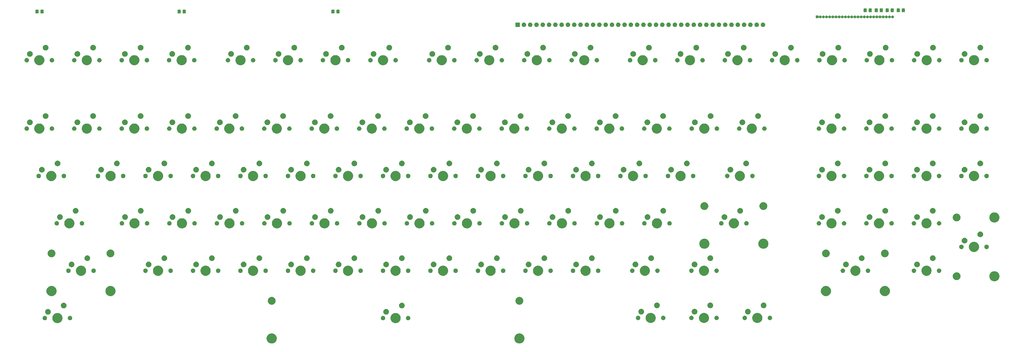
<source format=gbr>
G04 #@! TF.GenerationSoftware,KiCad,Pcbnew,(5.1.2)-1*
G04 #@! TF.CreationDate,2020-04-18T22:46:51-04:00*
G04 #@! TF.ProjectId,C128A,43313238-412e-46b6-9963-61645f706362,rev?*
G04 #@! TF.SameCoordinates,Original*
G04 #@! TF.FileFunction,Soldermask,Top*
G04 #@! TF.FilePolarity,Negative*
%FSLAX46Y46*%
G04 Gerber Fmt 4.6, Leading zero omitted, Abs format (unit mm)*
G04 Created by KiCad (PCBNEW (5.1.2)-1) date 2020-04-18 22:46:51*
%MOMM*%
%LPD*%
G04 APERTURE LIST*
%ADD10C,0.100000*%
G04 APERTURE END LIST*
D10*
G36*
X269673254Y-335197818D02*
G01*
X270046511Y-335352426D01*
X270046513Y-335352427D01*
X270382436Y-335576884D01*
X270668116Y-335862564D01*
X270892574Y-336198489D01*
X271047182Y-336571746D01*
X271126000Y-336967993D01*
X271126000Y-337372007D01*
X271047182Y-337768254D01*
X270892574Y-338141511D01*
X270892573Y-338141513D01*
X270668116Y-338477436D01*
X270382436Y-338763116D01*
X270046513Y-338987573D01*
X270046512Y-338987574D01*
X270046511Y-338987574D01*
X269673254Y-339142182D01*
X269277007Y-339221000D01*
X268872993Y-339221000D01*
X268476746Y-339142182D01*
X268103489Y-338987574D01*
X268103488Y-338987574D01*
X268103487Y-338987573D01*
X267767564Y-338763116D01*
X267481884Y-338477436D01*
X267257427Y-338141513D01*
X267257426Y-338141511D01*
X267102818Y-337768254D01*
X267024000Y-337372007D01*
X267024000Y-336967993D01*
X267102818Y-336571746D01*
X267257426Y-336198489D01*
X267481884Y-335862564D01*
X267767564Y-335576884D01*
X268103487Y-335352427D01*
X268103489Y-335352426D01*
X268476746Y-335197818D01*
X268872993Y-335119000D01*
X269277007Y-335119000D01*
X269673254Y-335197818D01*
X269673254Y-335197818D01*
G37*
G36*
X169673254Y-335197818D02*
G01*
X170046511Y-335352426D01*
X170046513Y-335352427D01*
X170382436Y-335576884D01*
X170668116Y-335862564D01*
X170892574Y-336198489D01*
X171047182Y-336571746D01*
X171126000Y-336967993D01*
X171126000Y-337372007D01*
X171047182Y-337768254D01*
X170892574Y-338141511D01*
X170892573Y-338141513D01*
X170668116Y-338477436D01*
X170382436Y-338763116D01*
X170046513Y-338987573D01*
X170046512Y-338987574D01*
X170046511Y-338987574D01*
X169673254Y-339142182D01*
X169277007Y-339221000D01*
X168872993Y-339221000D01*
X168476746Y-339142182D01*
X168103489Y-338987574D01*
X168103488Y-338987574D01*
X168103487Y-338987573D01*
X167767564Y-338763116D01*
X167481884Y-338477436D01*
X167257427Y-338141513D01*
X167257426Y-338141511D01*
X167102818Y-337768254D01*
X167024000Y-337372007D01*
X167024000Y-336967993D01*
X167102818Y-336571746D01*
X167257426Y-336198489D01*
X167481884Y-335862564D01*
X167767564Y-335576884D01*
X168103487Y-335352427D01*
X168103489Y-335352426D01*
X168476746Y-335197818D01*
X168872993Y-335119000D01*
X169277007Y-335119000D01*
X169673254Y-335197818D01*
X169673254Y-335197818D01*
G37*
G36*
X83148254Y-326957818D02*
G01*
X83395474Y-327060220D01*
X83521513Y-327112427D01*
X83857436Y-327336884D01*
X84143116Y-327622564D01*
X84325144Y-327894987D01*
X84367574Y-327958489D01*
X84522182Y-328331746D01*
X84601000Y-328727993D01*
X84601000Y-329132007D01*
X84522182Y-329528254D01*
X84367574Y-329901511D01*
X84367573Y-329901513D01*
X84143116Y-330237436D01*
X83857436Y-330523116D01*
X83521513Y-330747573D01*
X83521512Y-330747574D01*
X83521511Y-330747574D01*
X83148254Y-330902182D01*
X82752007Y-330981000D01*
X82347993Y-330981000D01*
X81951746Y-330902182D01*
X81578489Y-330747574D01*
X81578488Y-330747574D01*
X81578487Y-330747573D01*
X81242564Y-330523116D01*
X80956884Y-330237436D01*
X80732427Y-329901513D01*
X80732426Y-329901511D01*
X80577818Y-329528254D01*
X80499000Y-329132007D01*
X80499000Y-328727993D01*
X80577818Y-328331746D01*
X80732426Y-327958489D01*
X80774857Y-327894987D01*
X80956884Y-327622564D01*
X81242564Y-327336884D01*
X81578487Y-327112427D01*
X81704526Y-327060220D01*
X81951746Y-326957818D01*
X82347993Y-326879000D01*
X82752007Y-326879000D01*
X83148254Y-326957818D01*
X83148254Y-326957818D01*
G37*
G36*
X219673254Y-326957818D02*
G01*
X219920474Y-327060220D01*
X220046513Y-327112427D01*
X220382436Y-327336884D01*
X220668116Y-327622564D01*
X220850144Y-327894987D01*
X220892574Y-327958489D01*
X221047182Y-328331746D01*
X221126000Y-328727993D01*
X221126000Y-329132007D01*
X221047182Y-329528254D01*
X220892574Y-329901511D01*
X220892573Y-329901513D01*
X220668116Y-330237436D01*
X220382436Y-330523116D01*
X220046513Y-330747573D01*
X220046512Y-330747574D01*
X220046511Y-330747574D01*
X219673254Y-330902182D01*
X219277007Y-330981000D01*
X218872993Y-330981000D01*
X218476746Y-330902182D01*
X218103489Y-330747574D01*
X218103488Y-330747574D01*
X218103487Y-330747573D01*
X217767564Y-330523116D01*
X217481884Y-330237436D01*
X217257427Y-329901513D01*
X217257426Y-329901511D01*
X217102818Y-329528254D01*
X217024000Y-329132007D01*
X217024000Y-328727993D01*
X217102818Y-328331746D01*
X217257426Y-327958489D01*
X217299857Y-327894987D01*
X217481884Y-327622564D01*
X217767564Y-327336884D01*
X218103487Y-327112427D01*
X218229526Y-327060220D01*
X218476746Y-326957818D01*
X218872993Y-326879000D01*
X219277007Y-326879000D01*
X219673254Y-326957818D01*
X219673254Y-326957818D01*
G37*
G36*
X344196754Y-326894318D02*
G01*
X344570011Y-327048926D01*
X344570013Y-327048927D01*
X344905936Y-327273384D01*
X345191616Y-327559064D01*
X345416074Y-327894989D01*
X345570682Y-328268246D01*
X345649500Y-328664493D01*
X345649500Y-329068507D01*
X345570682Y-329464754D01*
X345433320Y-329796375D01*
X345416073Y-329838013D01*
X345191616Y-330173936D01*
X344905936Y-330459616D01*
X344570013Y-330684073D01*
X344570012Y-330684074D01*
X344570011Y-330684074D01*
X344196754Y-330838682D01*
X343800507Y-330917500D01*
X343396493Y-330917500D01*
X343000246Y-330838682D01*
X342626989Y-330684074D01*
X342626988Y-330684074D01*
X342626987Y-330684073D01*
X342291064Y-330459616D01*
X342005384Y-330173936D01*
X341780927Y-329838013D01*
X341763680Y-329796375D01*
X341626318Y-329464754D01*
X341547500Y-329068507D01*
X341547500Y-328664493D01*
X341626318Y-328268246D01*
X341780926Y-327894989D01*
X342005384Y-327559064D01*
X342291064Y-327273384D01*
X342626987Y-327048927D01*
X342626989Y-327048926D01*
X343000246Y-326894318D01*
X343396493Y-326815500D01*
X343800507Y-326815500D01*
X344196754Y-326894318D01*
X344196754Y-326894318D01*
G37*
G36*
X365723254Y-326894318D02*
G01*
X366096511Y-327048926D01*
X366096513Y-327048927D01*
X366432436Y-327273384D01*
X366718116Y-327559064D01*
X366942574Y-327894989D01*
X367097182Y-328268246D01*
X367176000Y-328664493D01*
X367176000Y-329068507D01*
X367097182Y-329464754D01*
X366959820Y-329796375D01*
X366942573Y-329838013D01*
X366718116Y-330173936D01*
X366432436Y-330459616D01*
X366096513Y-330684073D01*
X366096512Y-330684074D01*
X366096511Y-330684074D01*
X365723254Y-330838682D01*
X365327007Y-330917500D01*
X364922993Y-330917500D01*
X364526746Y-330838682D01*
X364153489Y-330684074D01*
X364153488Y-330684074D01*
X364153487Y-330684073D01*
X363817564Y-330459616D01*
X363531884Y-330173936D01*
X363307427Y-329838013D01*
X363290180Y-329796375D01*
X363152818Y-329464754D01*
X363074000Y-329068507D01*
X363074000Y-328664493D01*
X363152818Y-328268246D01*
X363307426Y-327894989D01*
X363531884Y-327559064D01*
X363817564Y-327273384D01*
X364153487Y-327048927D01*
X364153489Y-327048926D01*
X364526746Y-326894318D01*
X364922993Y-326815500D01*
X365327007Y-326815500D01*
X365723254Y-326894318D01*
X365723254Y-326894318D01*
G37*
G36*
X322670254Y-326894318D02*
G01*
X323043511Y-327048926D01*
X323043513Y-327048927D01*
X323379436Y-327273384D01*
X323665116Y-327559064D01*
X323889574Y-327894989D01*
X324044182Y-328268246D01*
X324123000Y-328664493D01*
X324123000Y-329068507D01*
X324044182Y-329464754D01*
X323906820Y-329796375D01*
X323889573Y-329838013D01*
X323665116Y-330173936D01*
X323379436Y-330459616D01*
X323043513Y-330684073D01*
X323043512Y-330684074D01*
X323043511Y-330684074D01*
X322670254Y-330838682D01*
X322274007Y-330917500D01*
X321869993Y-330917500D01*
X321473746Y-330838682D01*
X321100489Y-330684074D01*
X321100488Y-330684074D01*
X321100487Y-330684073D01*
X320764564Y-330459616D01*
X320478884Y-330173936D01*
X320254427Y-329838013D01*
X320237180Y-329796375D01*
X320099818Y-329464754D01*
X320021000Y-329068507D01*
X320021000Y-328664493D01*
X320099818Y-328268246D01*
X320254426Y-327894989D01*
X320478884Y-327559064D01*
X320764564Y-327273384D01*
X321100487Y-327048927D01*
X321100489Y-327048926D01*
X321473746Y-326894318D01*
X321869993Y-326815500D01*
X322274007Y-326815500D01*
X322670254Y-326894318D01*
X322670254Y-326894318D01*
G37*
G36*
X224268512Y-328033927D02*
G01*
X224417812Y-328063624D01*
X224581784Y-328131544D01*
X224729354Y-328230147D01*
X224854853Y-328355646D01*
X224953456Y-328503216D01*
X225021376Y-328667188D01*
X225056000Y-328841259D01*
X225056000Y-329018741D01*
X225021376Y-329192812D01*
X224953456Y-329356784D01*
X224854853Y-329504354D01*
X224729354Y-329629853D01*
X224581784Y-329728456D01*
X224417812Y-329796376D01*
X224268512Y-329826073D01*
X224243742Y-329831000D01*
X224066258Y-329831000D01*
X224041488Y-329826073D01*
X223892188Y-329796376D01*
X223728216Y-329728456D01*
X223580646Y-329629853D01*
X223455147Y-329504354D01*
X223356544Y-329356784D01*
X223288624Y-329192812D01*
X223254000Y-329018741D01*
X223254000Y-328841259D01*
X223288624Y-328667188D01*
X223356544Y-328503216D01*
X223455147Y-328355646D01*
X223580646Y-328230147D01*
X223728216Y-328131544D01*
X223892188Y-328063624D01*
X224041488Y-328033927D01*
X224066258Y-328029000D01*
X224243742Y-328029000D01*
X224268512Y-328033927D01*
X224268512Y-328033927D01*
G37*
G36*
X214108512Y-328033927D02*
G01*
X214257812Y-328063624D01*
X214421784Y-328131544D01*
X214569354Y-328230147D01*
X214694853Y-328355646D01*
X214793456Y-328503216D01*
X214861376Y-328667188D01*
X214896000Y-328841259D01*
X214896000Y-329018741D01*
X214861376Y-329192812D01*
X214793456Y-329356784D01*
X214694853Y-329504354D01*
X214569354Y-329629853D01*
X214421784Y-329728456D01*
X214257812Y-329796376D01*
X214108512Y-329826073D01*
X214083742Y-329831000D01*
X213906258Y-329831000D01*
X213881488Y-329826073D01*
X213732188Y-329796376D01*
X213568216Y-329728456D01*
X213420646Y-329629853D01*
X213295147Y-329504354D01*
X213196544Y-329356784D01*
X213128624Y-329192812D01*
X213094000Y-329018741D01*
X213094000Y-328841259D01*
X213128624Y-328667188D01*
X213196544Y-328503216D01*
X213295147Y-328355646D01*
X213420646Y-328230147D01*
X213568216Y-328131544D01*
X213732188Y-328063624D01*
X213881488Y-328033927D01*
X213906258Y-328029000D01*
X214083742Y-328029000D01*
X214108512Y-328033927D01*
X214108512Y-328033927D01*
G37*
G36*
X87743512Y-328033927D02*
G01*
X87892812Y-328063624D01*
X88056784Y-328131544D01*
X88204354Y-328230147D01*
X88329853Y-328355646D01*
X88428456Y-328503216D01*
X88496376Y-328667188D01*
X88531000Y-328841259D01*
X88531000Y-329018741D01*
X88496376Y-329192812D01*
X88428456Y-329356784D01*
X88329853Y-329504354D01*
X88204354Y-329629853D01*
X88056784Y-329728456D01*
X87892812Y-329796376D01*
X87743512Y-329826073D01*
X87718742Y-329831000D01*
X87541258Y-329831000D01*
X87516488Y-329826073D01*
X87367188Y-329796376D01*
X87203216Y-329728456D01*
X87055646Y-329629853D01*
X86930147Y-329504354D01*
X86831544Y-329356784D01*
X86763624Y-329192812D01*
X86729000Y-329018741D01*
X86729000Y-328841259D01*
X86763624Y-328667188D01*
X86831544Y-328503216D01*
X86930147Y-328355646D01*
X87055646Y-328230147D01*
X87203216Y-328131544D01*
X87367188Y-328063624D01*
X87516488Y-328033927D01*
X87541258Y-328029000D01*
X87718742Y-328029000D01*
X87743512Y-328033927D01*
X87743512Y-328033927D01*
G37*
G36*
X77583512Y-328033927D02*
G01*
X77732812Y-328063624D01*
X77896784Y-328131544D01*
X78044354Y-328230147D01*
X78169853Y-328355646D01*
X78268456Y-328503216D01*
X78336376Y-328667188D01*
X78371000Y-328841259D01*
X78371000Y-329018741D01*
X78336376Y-329192812D01*
X78268456Y-329356784D01*
X78169853Y-329504354D01*
X78044354Y-329629853D01*
X77896784Y-329728456D01*
X77732812Y-329796376D01*
X77583512Y-329826073D01*
X77558742Y-329831000D01*
X77381258Y-329831000D01*
X77356488Y-329826073D01*
X77207188Y-329796376D01*
X77043216Y-329728456D01*
X76895646Y-329629853D01*
X76770147Y-329504354D01*
X76671544Y-329356784D01*
X76603624Y-329192812D01*
X76569000Y-329018741D01*
X76569000Y-328841259D01*
X76603624Y-328667188D01*
X76671544Y-328503216D01*
X76770147Y-328355646D01*
X76895646Y-328230147D01*
X77043216Y-328131544D01*
X77207188Y-328063624D01*
X77356488Y-328033927D01*
X77381258Y-328029000D01*
X77558742Y-328029000D01*
X77583512Y-328033927D01*
X77583512Y-328033927D01*
G37*
G36*
X348792012Y-327970427D02*
G01*
X348941312Y-328000124D01*
X349105284Y-328068044D01*
X349252854Y-328166647D01*
X349378353Y-328292146D01*
X349476956Y-328439716D01*
X349544876Y-328603688D01*
X349579500Y-328777759D01*
X349579500Y-328955241D01*
X349544876Y-329129312D01*
X349476956Y-329293284D01*
X349378353Y-329440854D01*
X349252854Y-329566353D01*
X349105284Y-329664956D01*
X348941312Y-329732876D01*
X348792012Y-329762573D01*
X348767242Y-329767500D01*
X348589758Y-329767500D01*
X348564988Y-329762573D01*
X348415688Y-329732876D01*
X348251716Y-329664956D01*
X348104146Y-329566353D01*
X347978647Y-329440854D01*
X347880044Y-329293284D01*
X347812124Y-329129312D01*
X347777500Y-328955241D01*
X347777500Y-328777759D01*
X347812124Y-328603688D01*
X347880044Y-328439716D01*
X347978647Y-328292146D01*
X348104146Y-328166647D01*
X348251716Y-328068044D01*
X348415688Y-328000124D01*
X348564988Y-327970427D01*
X348589758Y-327965500D01*
X348767242Y-327965500D01*
X348792012Y-327970427D01*
X348792012Y-327970427D01*
G37*
G36*
X360158512Y-327970427D02*
G01*
X360307812Y-328000124D01*
X360471784Y-328068044D01*
X360619354Y-328166647D01*
X360744853Y-328292146D01*
X360843456Y-328439716D01*
X360911376Y-328603688D01*
X360946000Y-328777759D01*
X360946000Y-328955241D01*
X360911376Y-329129312D01*
X360843456Y-329293284D01*
X360744853Y-329440854D01*
X360619354Y-329566353D01*
X360471784Y-329664956D01*
X360307812Y-329732876D01*
X360158512Y-329762573D01*
X360133742Y-329767500D01*
X359956258Y-329767500D01*
X359931488Y-329762573D01*
X359782188Y-329732876D01*
X359618216Y-329664956D01*
X359470646Y-329566353D01*
X359345147Y-329440854D01*
X359246544Y-329293284D01*
X359178624Y-329129312D01*
X359144000Y-328955241D01*
X359144000Y-328777759D01*
X359178624Y-328603688D01*
X359246544Y-328439716D01*
X359345147Y-328292146D01*
X359470646Y-328166647D01*
X359618216Y-328068044D01*
X359782188Y-328000124D01*
X359931488Y-327970427D01*
X359956258Y-327965500D01*
X360133742Y-327965500D01*
X360158512Y-327970427D01*
X360158512Y-327970427D01*
G37*
G36*
X370318512Y-327970427D02*
G01*
X370467812Y-328000124D01*
X370631784Y-328068044D01*
X370779354Y-328166647D01*
X370904853Y-328292146D01*
X371003456Y-328439716D01*
X371071376Y-328603688D01*
X371106000Y-328777759D01*
X371106000Y-328955241D01*
X371071376Y-329129312D01*
X371003456Y-329293284D01*
X370904853Y-329440854D01*
X370779354Y-329566353D01*
X370631784Y-329664956D01*
X370467812Y-329732876D01*
X370318512Y-329762573D01*
X370293742Y-329767500D01*
X370116258Y-329767500D01*
X370091488Y-329762573D01*
X369942188Y-329732876D01*
X369778216Y-329664956D01*
X369630646Y-329566353D01*
X369505147Y-329440854D01*
X369406544Y-329293284D01*
X369338624Y-329129312D01*
X369304000Y-328955241D01*
X369304000Y-328777759D01*
X369338624Y-328603688D01*
X369406544Y-328439716D01*
X369505147Y-328292146D01*
X369630646Y-328166647D01*
X369778216Y-328068044D01*
X369942188Y-328000124D01*
X370091488Y-327970427D01*
X370116258Y-327965500D01*
X370293742Y-327965500D01*
X370318512Y-327970427D01*
X370318512Y-327970427D01*
G37*
G36*
X317105512Y-327970427D02*
G01*
X317254812Y-328000124D01*
X317418784Y-328068044D01*
X317566354Y-328166647D01*
X317691853Y-328292146D01*
X317790456Y-328439716D01*
X317858376Y-328603688D01*
X317893000Y-328777759D01*
X317893000Y-328955241D01*
X317858376Y-329129312D01*
X317790456Y-329293284D01*
X317691853Y-329440854D01*
X317566354Y-329566353D01*
X317418784Y-329664956D01*
X317254812Y-329732876D01*
X317105512Y-329762573D01*
X317080742Y-329767500D01*
X316903258Y-329767500D01*
X316878488Y-329762573D01*
X316729188Y-329732876D01*
X316565216Y-329664956D01*
X316417646Y-329566353D01*
X316292147Y-329440854D01*
X316193544Y-329293284D01*
X316125624Y-329129312D01*
X316091000Y-328955241D01*
X316091000Y-328777759D01*
X316125624Y-328603688D01*
X316193544Y-328439716D01*
X316292147Y-328292146D01*
X316417646Y-328166647D01*
X316565216Y-328068044D01*
X316729188Y-328000124D01*
X316878488Y-327970427D01*
X316903258Y-327965500D01*
X317080742Y-327965500D01*
X317105512Y-327970427D01*
X317105512Y-327970427D01*
G37*
G36*
X327265512Y-327970427D02*
G01*
X327414812Y-328000124D01*
X327578784Y-328068044D01*
X327726354Y-328166647D01*
X327851853Y-328292146D01*
X327950456Y-328439716D01*
X328018376Y-328603688D01*
X328053000Y-328777759D01*
X328053000Y-328955241D01*
X328018376Y-329129312D01*
X327950456Y-329293284D01*
X327851853Y-329440854D01*
X327726354Y-329566353D01*
X327578784Y-329664956D01*
X327414812Y-329732876D01*
X327265512Y-329762573D01*
X327240742Y-329767500D01*
X327063258Y-329767500D01*
X327038488Y-329762573D01*
X326889188Y-329732876D01*
X326725216Y-329664956D01*
X326577646Y-329566353D01*
X326452147Y-329440854D01*
X326353544Y-329293284D01*
X326285624Y-329129312D01*
X326251000Y-328955241D01*
X326251000Y-328777759D01*
X326285624Y-328603688D01*
X326353544Y-328439716D01*
X326452147Y-328292146D01*
X326577646Y-328166647D01*
X326725216Y-328068044D01*
X326889188Y-328000124D01*
X327038488Y-327970427D01*
X327063258Y-327965500D01*
X327240742Y-327965500D01*
X327265512Y-327970427D01*
X327265512Y-327970427D01*
G37*
G36*
X338632012Y-327970427D02*
G01*
X338781312Y-328000124D01*
X338945284Y-328068044D01*
X339092854Y-328166647D01*
X339218353Y-328292146D01*
X339316956Y-328439716D01*
X339384876Y-328603688D01*
X339419500Y-328777759D01*
X339419500Y-328955241D01*
X339384876Y-329129312D01*
X339316956Y-329293284D01*
X339218353Y-329440854D01*
X339092854Y-329566353D01*
X338945284Y-329664956D01*
X338781312Y-329732876D01*
X338632012Y-329762573D01*
X338607242Y-329767500D01*
X338429758Y-329767500D01*
X338404988Y-329762573D01*
X338255688Y-329732876D01*
X338091716Y-329664956D01*
X337944146Y-329566353D01*
X337818647Y-329440854D01*
X337720044Y-329293284D01*
X337652124Y-329129312D01*
X337617500Y-328955241D01*
X337617500Y-328777759D01*
X337652124Y-328603688D01*
X337720044Y-328439716D01*
X337818647Y-328292146D01*
X337944146Y-328166647D01*
X338091716Y-328068044D01*
X338255688Y-328000124D01*
X338404988Y-327970427D01*
X338429758Y-327965500D01*
X338607242Y-327965500D01*
X338632012Y-327970427D01*
X338632012Y-327970427D01*
G37*
G36*
X215489549Y-325261116D02*
G01*
X215600734Y-325283232D01*
X215810203Y-325369997D01*
X215998720Y-325495960D01*
X216159040Y-325656280D01*
X216285003Y-325844797D01*
X216371768Y-326054266D01*
X216416000Y-326276636D01*
X216416000Y-326503364D01*
X216371768Y-326725734D01*
X216285003Y-326935203D01*
X216159040Y-327123720D01*
X215998720Y-327284040D01*
X215810203Y-327410003D01*
X215600734Y-327496768D01*
X215489549Y-327518884D01*
X215378365Y-327541000D01*
X215151635Y-327541000D01*
X215040451Y-327518884D01*
X214929266Y-327496768D01*
X214719797Y-327410003D01*
X214531280Y-327284040D01*
X214370960Y-327123720D01*
X214244997Y-326935203D01*
X214158232Y-326725734D01*
X214114000Y-326503364D01*
X214114000Y-326276636D01*
X214158232Y-326054266D01*
X214244997Y-325844797D01*
X214370960Y-325656280D01*
X214531280Y-325495960D01*
X214719797Y-325369997D01*
X214929266Y-325283232D01*
X215040451Y-325261116D01*
X215151635Y-325239000D01*
X215378365Y-325239000D01*
X215489549Y-325261116D01*
X215489549Y-325261116D01*
G37*
G36*
X78964549Y-325261116D02*
G01*
X79075734Y-325283232D01*
X79285203Y-325369997D01*
X79473720Y-325495960D01*
X79634040Y-325656280D01*
X79760003Y-325844797D01*
X79846768Y-326054266D01*
X79891000Y-326276636D01*
X79891000Y-326503364D01*
X79846768Y-326725734D01*
X79760003Y-326935203D01*
X79634040Y-327123720D01*
X79473720Y-327284040D01*
X79285203Y-327410003D01*
X79075734Y-327496768D01*
X78964549Y-327518884D01*
X78853365Y-327541000D01*
X78626635Y-327541000D01*
X78515451Y-327518884D01*
X78404266Y-327496768D01*
X78194797Y-327410003D01*
X78006280Y-327284040D01*
X77845960Y-327123720D01*
X77719997Y-326935203D01*
X77633232Y-326725734D01*
X77589000Y-326503364D01*
X77589000Y-326276636D01*
X77633232Y-326054266D01*
X77719997Y-325844797D01*
X77845960Y-325656280D01*
X78006280Y-325495960D01*
X78194797Y-325369997D01*
X78404266Y-325283232D01*
X78515451Y-325261116D01*
X78626635Y-325239000D01*
X78853365Y-325239000D01*
X78964549Y-325261116D01*
X78964549Y-325261116D01*
G37*
G36*
X361539549Y-325197616D02*
G01*
X361650734Y-325219732D01*
X361860203Y-325306497D01*
X362048720Y-325432460D01*
X362209040Y-325592780D01*
X362335003Y-325781297D01*
X362421768Y-325990766D01*
X362466000Y-326213136D01*
X362466000Y-326439864D01*
X362421768Y-326662234D01*
X362335003Y-326871703D01*
X362209040Y-327060220D01*
X362048720Y-327220540D01*
X361860203Y-327346503D01*
X361650734Y-327433268D01*
X361539549Y-327455384D01*
X361428365Y-327477500D01*
X361201635Y-327477500D01*
X361090451Y-327455384D01*
X360979266Y-327433268D01*
X360769797Y-327346503D01*
X360581280Y-327220540D01*
X360420960Y-327060220D01*
X360294997Y-326871703D01*
X360208232Y-326662234D01*
X360164000Y-326439864D01*
X360164000Y-326213136D01*
X360208232Y-325990766D01*
X360294997Y-325781297D01*
X360420960Y-325592780D01*
X360581280Y-325432460D01*
X360769797Y-325306497D01*
X360979266Y-325219732D01*
X361090451Y-325197616D01*
X361201635Y-325175500D01*
X361428365Y-325175500D01*
X361539549Y-325197616D01*
X361539549Y-325197616D01*
G37*
G36*
X340013049Y-325197616D02*
G01*
X340124234Y-325219732D01*
X340333703Y-325306497D01*
X340522220Y-325432460D01*
X340682540Y-325592780D01*
X340808503Y-325781297D01*
X340895268Y-325990766D01*
X340939500Y-326213136D01*
X340939500Y-326439864D01*
X340895268Y-326662234D01*
X340808503Y-326871703D01*
X340682540Y-327060220D01*
X340522220Y-327220540D01*
X340333703Y-327346503D01*
X340124234Y-327433268D01*
X340013049Y-327455384D01*
X339901865Y-327477500D01*
X339675135Y-327477500D01*
X339563951Y-327455384D01*
X339452766Y-327433268D01*
X339243297Y-327346503D01*
X339054780Y-327220540D01*
X338894460Y-327060220D01*
X338768497Y-326871703D01*
X338681732Y-326662234D01*
X338637500Y-326439864D01*
X338637500Y-326213136D01*
X338681732Y-325990766D01*
X338768497Y-325781297D01*
X338894460Y-325592780D01*
X339054780Y-325432460D01*
X339243297Y-325306497D01*
X339452766Y-325219732D01*
X339563951Y-325197616D01*
X339675135Y-325175500D01*
X339901865Y-325175500D01*
X340013049Y-325197616D01*
X340013049Y-325197616D01*
G37*
G36*
X318486549Y-325197616D02*
G01*
X318597734Y-325219732D01*
X318807203Y-325306497D01*
X318995720Y-325432460D01*
X319156040Y-325592780D01*
X319282003Y-325781297D01*
X319368768Y-325990766D01*
X319413000Y-326213136D01*
X319413000Y-326439864D01*
X319368768Y-326662234D01*
X319282003Y-326871703D01*
X319156040Y-327060220D01*
X318995720Y-327220540D01*
X318807203Y-327346503D01*
X318597734Y-327433268D01*
X318486549Y-327455384D01*
X318375365Y-327477500D01*
X318148635Y-327477500D01*
X318037451Y-327455384D01*
X317926266Y-327433268D01*
X317716797Y-327346503D01*
X317528280Y-327220540D01*
X317367960Y-327060220D01*
X317241997Y-326871703D01*
X317155232Y-326662234D01*
X317111000Y-326439864D01*
X317111000Y-326213136D01*
X317155232Y-325990766D01*
X317241997Y-325781297D01*
X317367960Y-325592780D01*
X317528280Y-325432460D01*
X317716797Y-325306497D01*
X317926266Y-325219732D01*
X318037451Y-325197616D01*
X318148635Y-325175500D01*
X318375365Y-325175500D01*
X318486549Y-325197616D01*
X318486549Y-325197616D01*
G37*
G36*
X221839549Y-322721116D02*
G01*
X221950734Y-322743232D01*
X222160203Y-322829997D01*
X222348720Y-322955960D01*
X222509040Y-323116280D01*
X222635003Y-323304797D01*
X222721768Y-323514266D01*
X222766000Y-323736636D01*
X222766000Y-323963364D01*
X222721768Y-324185734D01*
X222635003Y-324395203D01*
X222509040Y-324583720D01*
X222348720Y-324744040D01*
X222160203Y-324870003D01*
X221950734Y-324956768D01*
X221839549Y-324978884D01*
X221728365Y-325001000D01*
X221501635Y-325001000D01*
X221390451Y-324978884D01*
X221279266Y-324956768D01*
X221069797Y-324870003D01*
X220881280Y-324744040D01*
X220720960Y-324583720D01*
X220594997Y-324395203D01*
X220508232Y-324185734D01*
X220464000Y-323963364D01*
X220464000Y-323736636D01*
X220508232Y-323514266D01*
X220594997Y-323304797D01*
X220720960Y-323116280D01*
X220881280Y-322955960D01*
X221069797Y-322829997D01*
X221279266Y-322743232D01*
X221390451Y-322721116D01*
X221501635Y-322699000D01*
X221728365Y-322699000D01*
X221839549Y-322721116D01*
X221839549Y-322721116D01*
G37*
G36*
X85314549Y-322721116D02*
G01*
X85425734Y-322743232D01*
X85635203Y-322829997D01*
X85823720Y-322955960D01*
X85984040Y-323116280D01*
X86110003Y-323304797D01*
X86196768Y-323514266D01*
X86241000Y-323736636D01*
X86241000Y-323963364D01*
X86196768Y-324185734D01*
X86110003Y-324395203D01*
X85984040Y-324583720D01*
X85823720Y-324744040D01*
X85635203Y-324870003D01*
X85425734Y-324956768D01*
X85314549Y-324978884D01*
X85203365Y-325001000D01*
X84976635Y-325001000D01*
X84865451Y-324978884D01*
X84754266Y-324956768D01*
X84544797Y-324870003D01*
X84356280Y-324744040D01*
X84195960Y-324583720D01*
X84069997Y-324395203D01*
X83983232Y-324185734D01*
X83939000Y-323963364D01*
X83939000Y-323736636D01*
X83983232Y-323514266D01*
X84069997Y-323304797D01*
X84195960Y-323116280D01*
X84356280Y-322955960D01*
X84544797Y-322829997D01*
X84754266Y-322743232D01*
X84865451Y-322721116D01*
X84976635Y-322699000D01*
X85203365Y-322699000D01*
X85314549Y-322721116D01*
X85314549Y-322721116D01*
G37*
G36*
X367889549Y-322657616D02*
G01*
X368000734Y-322679732D01*
X368210203Y-322766497D01*
X368398720Y-322892460D01*
X368559040Y-323052780D01*
X368685003Y-323241297D01*
X368771768Y-323450766D01*
X368816000Y-323673136D01*
X368816000Y-323899864D01*
X368771768Y-324122234D01*
X368685003Y-324331703D01*
X368559040Y-324520220D01*
X368398720Y-324680540D01*
X368210203Y-324806503D01*
X368000734Y-324893268D01*
X367889549Y-324915384D01*
X367778365Y-324937500D01*
X367551635Y-324937500D01*
X367440451Y-324915384D01*
X367329266Y-324893268D01*
X367119797Y-324806503D01*
X366931280Y-324680540D01*
X366770960Y-324520220D01*
X366644997Y-324331703D01*
X366558232Y-324122234D01*
X366514000Y-323899864D01*
X366514000Y-323673136D01*
X366558232Y-323450766D01*
X366644997Y-323241297D01*
X366770960Y-323052780D01*
X366931280Y-322892460D01*
X367119797Y-322766497D01*
X367329266Y-322679732D01*
X367440451Y-322657616D01*
X367551635Y-322635500D01*
X367778365Y-322635500D01*
X367889549Y-322657616D01*
X367889549Y-322657616D01*
G37*
G36*
X324836549Y-322657616D02*
G01*
X324947734Y-322679732D01*
X325157203Y-322766497D01*
X325345720Y-322892460D01*
X325506040Y-323052780D01*
X325632003Y-323241297D01*
X325718768Y-323450766D01*
X325763000Y-323673136D01*
X325763000Y-323899864D01*
X325718768Y-324122234D01*
X325632003Y-324331703D01*
X325506040Y-324520220D01*
X325345720Y-324680540D01*
X325157203Y-324806503D01*
X324947734Y-324893268D01*
X324836549Y-324915384D01*
X324725365Y-324937500D01*
X324498635Y-324937500D01*
X324387451Y-324915384D01*
X324276266Y-324893268D01*
X324066797Y-324806503D01*
X323878280Y-324680540D01*
X323717960Y-324520220D01*
X323591997Y-324331703D01*
X323505232Y-324122234D01*
X323461000Y-323899864D01*
X323461000Y-323673136D01*
X323505232Y-323450766D01*
X323591997Y-323241297D01*
X323717960Y-323052780D01*
X323878280Y-322892460D01*
X324066797Y-322766497D01*
X324276266Y-322679732D01*
X324387451Y-322657616D01*
X324498635Y-322635500D01*
X324725365Y-322635500D01*
X324836549Y-322657616D01*
X324836549Y-322657616D01*
G37*
G36*
X346363049Y-322657616D02*
G01*
X346474234Y-322679732D01*
X346683703Y-322766497D01*
X346872220Y-322892460D01*
X347032540Y-323052780D01*
X347158503Y-323241297D01*
X347245268Y-323450766D01*
X347289500Y-323673136D01*
X347289500Y-323899864D01*
X347245268Y-324122234D01*
X347158503Y-324331703D01*
X347032540Y-324520220D01*
X346872220Y-324680540D01*
X346683703Y-324806503D01*
X346474234Y-324893268D01*
X346363049Y-324915384D01*
X346251865Y-324937500D01*
X346025135Y-324937500D01*
X345913951Y-324915384D01*
X345802766Y-324893268D01*
X345593297Y-324806503D01*
X345404780Y-324680540D01*
X345244460Y-324520220D01*
X345118497Y-324331703D01*
X345031732Y-324122234D01*
X344987500Y-323899864D01*
X344987500Y-323673136D01*
X345031732Y-323450766D01*
X345118497Y-323241297D01*
X345244460Y-323052780D01*
X345404780Y-322892460D01*
X345593297Y-322766497D01*
X345802766Y-322679732D01*
X345913951Y-322657616D01*
X346025135Y-322635500D01*
X346251865Y-322635500D01*
X346363049Y-322657616D01*
X346363049Y-322657616D01*
G37*
G36*
X269306083Y-320369090D02*
G01*
X269534702Y-320414564D01*
X269821516Y-320533367D01*
X270079642Y-320705841D01*
X270299159Y-320925358D01*
X270471633Y-321183484D01*
X270590436Y-321470298D01*
X270651000Y-321774778D01*
X270651000Y-322085222D01*
X270590436Y-322389702D01*
X270471633Y-322676516D01*
X270299159Y-322934642D01*
X270079642Y-323154159D01*
X269821516Y-323326633D01*
X269534702Y-323445436D01*
X269306083Y-323490910D01*
X269230224Y-323506000D01*
X268919776Y-323506000D01*
X268843917Y-323490910D01*
X268615298Y-323445436D01*
X268328484Y-323326633D01*
X268070358Y-323154159D01*
X267850841Y-322934642D01*
X267678367Y-322676516D01*
X267559564Y-322389702D01*
X267499000Y-322085222D01*
X267499000Y-321774778D01*
X267559564Y-321470298D01*
X267678367Y-321183484D01*
X267850841Y-320925358D01*
X268070358Y-320705841D01*
X268328484Y-320533367D01*
X268615298Y-320414564D01*
X268843917Y-320369090D01*
X268919776Y-320354000D01*
X269230224Y-320354000D01*
X269306083Y-320369090D01*
X269306083Y-320369090D01*
G37*
G36*
X169306083Y-320369090D02*
G01*
X169534702Y-320414564D01*
X169821516Y-320533367D01*
X170079642Y-320705841D01*
X170299159Y-320925358D01*
X170471633Y-321183484D01*
X170590436Y-321470298D01*
X170651000Y-321774778D01*
X170651000Y-322085222D01*
X170590436Y-322389702D01*
X170471633Y-322676516D01*
X170299159Y-322934642D01*
X170079642Y-323154159D01*
X169821516Y-323326633D01*
X169534702Y-323445436D01*
X169306083Y-323490910D01*
X169230224Y-323506000D01*
X168919776Y-323506000D01*
X168843917Y-323490910D01*
X168615298Y-323445436D01*
X168328484Y-323326633D01*
X168070358Y-323154159D01*
X167850841Y-322934642D01*
X167678367Y-322676516D01*
X167559564Y-322389702D01*
X167499000Y-322085222D01*
X167499000Y-321774778D01*
X167559564Y-321470298D01*
X167678367Y-321183484D01*
X167850841Y-320925358D01*
X168070358Y-320705841D01*
X168328484Y-320533367D01*
X168615298Y-320414564D01*
X168843917Y-320369090D01*
X168919776Y-320354000D01*
X169230224Y-320354000D01*
X169306083Y-320369090D01*
X169306083Y-320369090D01*
G37*
G36*
X104573254Y-316020818D02*
G01*
X104946511Y-316175426D01*
X104946513Y-316175427D01*
X105282436Y-316399884D01*
X105568116Y-316685564D01*
X105792574Y-317021489D01*
X105947182Y-317394746D01*
X106026000Y-317790993D01*
X106026000Y-318195007D01*
X105947182Y-318591254D01*
X105792574Y-318964511D01*
X105792573Y-318964513D01*
X105568116Y-319300436D01*
X105282436Y-319586116D01*
X104946513Y-319810573D01*
X104946512Y-319810574D01*
X104946511Y-319810574D01*
X104573254Y-319965182D01*
X104177007Y-320044000D01*
X103772993Y-320044000D01*
X103376746Y-319965182D01*
X103003489Y-319810574D01*
X103003488Y-319810574D01*
X103003487Y-319810573D01*
X102667564Y-319586116D01*
X102381884Y-319300436D01*
X102157427Y-318964513D01*
X102157426Y-318964511D01*
X102002818Y-318591254D01*
X101924000Y-318195007D01*
X101924000Y-317790993D01*
X102002818Y-317394746D01*
X102157426Y-317021489D01*
X102381884Y-316685564D01*
X102667564Y-316399884D01*
X103003487Y-316175427D01*
X103003489Y-316175426D01*
X103376746Y-316020818D01*
X103772993Y-315942000D01*
X104177007Y-315942000D01*
X104573254Y-316020818D01*
X104573254Y-316020818D01*
G37*
G36*
X417229754Y-316020818D02*
G01*
X417603011Y-316175426D01*
X417603013Y-316175427D01*
X417938936Y-316399884D01*
X418224616Y-316685564D01*
X418449074Y-317021489D01*
X418603682Y-317394746D01*
X418682500Y-317790993D01*
X418682500Y-318195007D01*
X418603682Y-318591254D01*
X418449074Y-318964511D01*
X418449073Y-318964513D01*
X418224616Y-319300436D01*
X417938936Y-319586116D01*
X417603013Y-319810573D01*
X417603012Y-319810574D01*
X417603011Y-319810574D01*
X417229754Y-319965182D01*
X416833507Y-320044000D01*
X416429493Y-320044000D01*
X416033246Y-319965182D01*
X415659989Y-319810574D01*
X415659988Y-319810574D01*
X415659987Y-319810573D01*
X415324064Y-319586116D01*
X415038384Y-319300436D01*
X414813927Y-318964513D01*
X414813926Y-318964511D01*
X414659318Y-318591254D01*
X414580500Y-318195007D01*
X414580500Y-317790993D01*
X414659318Y-317394746D01*
X414813926Y-317021489D01*
X415038384Y-316685564D01*
X415324064Y-316399884D01*
X415659987Y-316175427D01*
X415659989Y-316175426D01*
X416033246Y-316020818D01*
X416429493Y-315942000D01*
X416833507Y-315942000D01*
X417229754Y-316020818D01*
X417229754Y-316020818D01*
G37*
G36*
X80773254Y-316020818D02*
G01*
X81146511Y-316175426D01*
X81146513Y-316175427D01*
X81482436Y-316399884D01*
X81768116Y-316685564D01*
X81992574Y-317021489D01*
X82147182Y-317394746D01*
X82226000Y-317790993D01*
X82226000Y-318195007D01*
X82147182Y-318591254D01*
X81992574Y-318964511D01*
X81992573Y-318964513D01*
X81768116Y-319300436D01*
X81482436Y-319586116D01*
X81146513Y-319810573D01*
X81146512Y-319810574D01*
X81146511Y-319810574D01*
X80773254Y-319965182D01*
X80377007Y-320044000D01*
X79972993Y-320044000D01*
X79576746Y-319965182D01*
X79203489Y-319810574D01*
X79203488Y-319810574D01*
X79203487Y-319810573D01*
X78867564Y-319586116D01*
X78581884Y-319300436D01*
X78357427Y-318964513D01*
X78357426Y-318964511D01*
X78202818Y-318591254D01*
X78124000Y-318195007D01*
X78124000Y-317790993D01*
X78202818Y-317394746D01*
X78357426Y-317021489D01*
X78581884Y-316685564D01*
X78867564Y-316399884D01*
X79203487Y-316175427D01*
X79203489Y-316175426D01*
X79576746Y-316020818D01*
X79972993Y-315942000D01*
X80377007Y-315942000D01*
X80773254Y-316020818D01*
X80773254Y-316020818D01*
G37*
G36*
X393429754Y-316020818D02*
G01*
X393803011Y-316175426D01*
X393803013Y-316175427D01*
X394138936Y-316399884D01*
X394424616Y-316685564D01*
X394649074Y-317021489D01*
X394803682Y-317394746D01*
X394882500Y-317790993D01*
X394882500Y-318195007D01*
X394803682Y-318591254D01*
X394649074Y-318964511D01*
X394649073Y-318964513D01*
X394424616Y-319300436D01*
X394138936Y-319586116D01*
X393803013Y-319810573D01*
X393803012Y-319810574D01*
X393803011Y-319810574D01*
X393429754Y-319965182D01*
X393033507Y-320044000D01*
X392629493Y-320044000D01*
X392233246Y-319965182D01*
X391859989Y-319810574D01*
X391859988Y-319810574D01*
X391859987Y-319810573D01*
X391524064Y-319586116D01*
X391238384Y-319300436D01*
X391013927Y-318964513D01*
X391013926Y-318964511D01*
X390859318Y-318591254D01*
X390780500Y-318195007D01*
X390780500Y-317790993D01*
X390859318Y-317394746D01*
X391013926Y-317021489D01*
X391238384Y-316685564D01*
X391524064Y-316399884D01*
X391859987Y-316175427D01*
X391859989Y-316175426D01*
X392233246Y-316020818D01*
X392629493Y-315942000D01*
X393033507Y-315942000D01*
X393429754Y-316020818D01*
X393429754Y-316020818D01*
G37*
G36*
X461448754Y-310028818D02*
G01*
X461813218Y-310179784D01*
X461822013Y-310183427D01*
X462157936Y-310407884D01*
X462443616Y-310693564D01*
X462464296Y-310724513D01*
X462668074Y-311029489D01*
X462822682Y-311402746D01*
X462901500Y-311798993D01*
X462901500Y-312203007D01*
X462822682Y-312599254D01*
X462668074Y-312972511D01*
X462668073Y-312972513D01*
X462443616Y-313308436D01*
X462157936Y-313594116D01*
X461822013Y-313818573D01*
X461822012Y-313818574D01*
X461822011Y-313818574D01*
X461448754Y-313973182D01*
X461052507Y-314052000D01*
X460648493Y-314052000D01*
X460252246Y-313973182D01*
X459878989Y-313818574D01*
X459878988Y-313818574D01*
X459878987Y-313818573D01*
X459543064Y-313594116D01*
X459257384Y-313308436D01*
X459032927Y-312972513D01*
X459032926Y-312972511D01*
X458878318Y-312599254D01*
X458799500Y-312203007D01*
X458799500Y-311798993D01*
X458878318Y-311402746D01*
X459032926Y-311029489D01*
X459236705Y-310724513D01*
X459257384Y-310693564D01*
X459543064Y-310407884D01*
X459878987Y-310183427D01*
X459887782Y-310179784D01*
X460252246Y-310028818D01*
X460648493Y-309950000D01*
X461052507Y-309950000D01*
X461448754Y-310028818D01*
X461448754Y-310028818D01*
G37*
G36*
X445841583Y-310440090D02*
G01*
X446070202Y-310485564D01*
X446357016Y-310604367D01*
X446615142Y-310776841D01*
X446834659Y-310996358D01*
X447007133Y-311254484D01*
X447125936Y-311541298D01*
X447186500Y-311845778D01*
X447186500Y-312156222D01*
X447125936Y-312460702D01*
X447007133Y-312747516D01*
X446834659Y-313005642D01*
X446615142Y-313225159D01*
X446357016Y-313397633D01*
X446070202Y-313516436D01*
X445841583Y-313561910D01*
X445765724Y-313577000D01*
X445455276Y-313577000D01*
X445379417Y-313561910D01*
X445150798Y-313516436D01*
X444863984Y-313397633D01*
X444605858Y-313225159D01*
X444386341Y-313005642D01*
X444213867Y-312747516D01*
X444095064Y-312460702D01*
X444034500Y-312156222D01*
X444034500Y-311845778D01*
X444095064Y-311541298D01*
X444213867Y-311254484D01*
X444386341Y-310996358D01*
X444605858Y-310776841D01*
X444863984Y-310604367D01*
X445150798Y-310485564D01*
X445379417Y-310440090D01*
X445455276Y-310425000D01*
X445765724Y-310425000D01*
X445841583Y-310440090D01*
X445841583Y-310440090D01*
G37*
G36*
X181319254Y-307780818D02*
G01*
X181692511Y-307935426D01*
X181692513Y-307935427D01*
X182028436Y-308159884D01*
X182314116Y-308445564D01*
X182538574Y-308781489D01*
X182693182Y-309154746D01*
X182772000Y-309550993D01*
X182772000Y-309955007D01*
X182693182Y-310351254D01*
X182538574Y-310724511D01*
X182538573Y-310724513D01*
X182314116Y-311060436D01*
X182028436Y-311346116D01*
X181692513Y-311570573D01*
X181692512Y-311570574D01*
X181692511Y-311570574D01*
X181319254Y-311725182D01*
X180923007Y-311804000D01*
X180518993Y-311804000D01*
X180122746Y-311725182D01*
X179749489Y-311570574D01*
X179749488Y-311570574D01*
X179749487Y-311570573D01*
X179413564Y-311346116D01*
X179127884Y-311060436D01*
X178903427Y-310724513D01*
X178903426Y-310724511D01*
X178748818Y-310351254D01*
X178670000Y-309955007D01*
X178670000Y-309550993D01*
X178748818Y-309154746D01*
X178903426Y-308781489D01*
X179127884Y-308445564D01*
X179413564Y-308159884D01*
X179749487Y-307935427D01*
X179749489Y-307935426D01*
X180122746Y-307780818D01*
X180518993Y-307702000D01*
X180923007Y-307702000D01*
X181319254Y-307780818D01*
X181319254Y-307780818D01*
G37*
G36*
X238850254Y-307780818D02*
G01*
X239223511Y-307935426D01*
X239223513Y-307935427D01*
X239559436Y-308159884D01*
X239845116Y-308445564D01*
X240069574Y-308781489D01*
X240224182Y-309154746D01*
X240303000Y-309550993D01*
X240303000Y-309955007D01*
X240224182Y-310351254D01*
X240069574Y-310724511D01*
X240069573Y-310724513D01*
X239845116Y-311060436D01*
X239559436Y-311346116D01*
X239223513Y-311570573D01*
X239223512Y-311570574D01*
X239223511Y-311570574D01*
X238850254Y-311725182D01*
X238454007Y-311804000D01*
X238049993Y-311804000D01*
X237653746Y-311725182D01*
X237280489Y-311570574D01*
X237280488Y-311570574D01*
X237280487Y-311570573D01*
X236944564Y-311346116D01*
X236658884Y-311060436D01*
X236434427Y-310724513D01*
X236434426Y-310724511D01*
X236279818Y-310351254D01*
X236201000Y-309955007D01*
X236201000Y-309550993D01*
X236279818Y-309154746D01*
X236434426Y-308781489D01*
X236658884Y-308445564D01*
X236944564Y-308159884D01*
X237280487Y-307935427D01*
X237280489Y-307935426D01*
X237653746Y-307780818D01*
X238049993Y-307702000D01*
X238454007Y-307702000D01*
X238850254Y-307780818D01*
X238850254Y-307780818D01*
G37*
G36*
X142965254Y-307780818D02*
G01*
X143338511Y-307935426D01*
X143338513Y-307935427D01*
X143674436Y-308159884D01*
X143960116Y-308445564D01*
X144184574Y-308781489D01*
X144339182Y-309154746D01*
X144418000Y-309550993D01*
X144418000Y-309955007D01*
X144339182Y-310351254D01*
X144184574Y-310724511D01*
X144184573Y-310724513D01*
X143960116Y-311060436D01*
X143674436Y-311346116D01*
X143338513Y-311570573D01*
X143338512Y-311570574D01*
X143338511Y-311570574D01*
X142965254Y-311725182D01*
X142569007Y-311804000D01*
X142164993Y-311804000D01*
X141768746Y-311725182D01*
X141395489Y-311570574D01*
X141395488Y-311570574D01*
X141395487Y-311570573D01*
X141059564Y-311346116D01*
X140773884Y-311060436D01*
X140549427Y-310724513D01*
X140549426Y-310724511D01*
X140394818Y-310351254D01*
X140316000Y-309955007D01*
X140316000Y-309550993D01*
X140394818Y-309154746D01*
X140549426Y-308781489D01*
X140773884Y-308445564D01*
X141059564Y-308159884D01*
X141395487Y-307935427D01*
X141395489Y-307935426D01*
X141768746Y-307780818D01*
X142164993Y-307702000D01*
X142569007Y-307702000D01*
X142965254Y-307780818D01*
X142965254Y-307780818D01*
G37*
G36*
X162142254Y-307780818D02*
G01*
X162515511Y-307935426D01*
X162515513Y-307935427D01*
X162851436Y-308159884D01*
X163137116Y-308445564D01*
X163361574Y-308781489D01*
X163516182Y-309154746D01*
X163595000Y-309550993D01*
X163595000Y-309955007D01*
X163516182Y-310351254D01*
X163361574Y-310724511D01*
X163361573Y-310724513D01*
X163137116Y-311060436D01*
X162851436Y-311346116D01*
X162515513Y-311570573D01*
X162515512Y-311570574D01*
X162515511Y-311570574D01*
X162142254Y-311725182D01*
X161746007Y-311804000D01*
X161341993Y-311804000D01*
X160945746Y-311725182D01*
X160572489Y-311570574D01*
X160572488Y-311570574D01*
X160572487Y-311570573D01*
X160236564Y-311346116D01*
X159950884Y-311060436D01*
X159726427Y-310724513D01*
X159726426Y-310724511D01*
X159571818Y-310351254D01*
X159493000Y-309955007D01*
X159493000Y-309550993D01*
X159571818Y-309154746D01*
X159726426Y-308781489D01*
X159950884Y-308445564D01*
X160236564Y-308159884D01*
X160572487Y-307935427D01*
X160572489Y-307935426D01*
X160945746Y-307780818D01*
X161341993Y-307702000D01*
X161746007Y-307702000D01*
X162142254Y-307780818D01*
X162142254Y-307780818D01*
G37*
G36*
X219673254Y-307780818D02*
G01*
X220046511Y-307935426D01*
X220046513Y-307935427D01*
X220382436Y-308159884D01*
X220668116Y-308445564D01*
X220892574Y-308781489D01*
X221047182Y-309154746D01*
X221126000Y-309550993D01*
X221126000Y-309955007D01*
X221047182Y-310351254D01*
X220892574Y-310724511D01*
X220892573Y-310724513D01*
X220668116Y-311060436D01*
X220382436Y-311346116D01*
X220046513Y-311570573D01*
X220046512Y-311570574D01*
X220046511Y-311570574D01*
X219673254Y-311725182D01*
X219277007Y-311804000D01*
X218872993Y-311804000D01*
X218476746Y-311725182D01*
X218103489Y-311570574D01*
X218103488Y-311570574D01*
X218103487Y-311570573D01*
X217767564Y-311346116D01*
X217481884Y-311060436D01*
X217257427Y-310724513D01*
X217257426Y-310724511D01*
X217102818Y-310351254D01*
X217024000Y-309955007D01*
X217024000Y-309550993D01*
X217102818Y-309154746D01*
X217257426Y-308781489D01*
X217481884Y-308445564D01*
X217767564Y-308159884D01*
X218103487Y-307935427D01*
X218103489Y-307935426D01*
X218476746Y-307780818D01*
X218872993Y-307702000D01*
X219277007Y-307702000D01*
X219673254Y-307780818D01*
X219673254Y-307780818D01*
G37*
G36*
X200496254Y-307780818D02*
G01*
X200869511Y-307935426D01*
X200869513Y-307935427D01*
X201205436Y-308159884D01*
X201491116Y-308445564D01*
X201715574Y-308781489D01*
X201870182Y-309154746D01*
X201949000Y-309550993D01*
X201949000Y-309955007D01*
X201870182Y-310351254D01*
X201715574Y-310724511D01*
X201715573Y-310724513D01*
X201491116Y-311060436D01*
X201205436Y-311346116D01*
X200869513Y-311570573D01*
X200869512Y-311570574D01*
X200869511Y-311570574D01*
X200496254Y-311725182D01*
X200100007Y-311804000D01*
X199695993Y-311804000D01*
X199299746Y-311725182D01*
X198926489Y-311570574D01*
X198926488Y-311570574D01*
X198926487Y-311570573D01*
X198590564Y-311346116D01*
X198304884Y-311060436D01*
X198080427Y-310724513D01*
X198080426Y-310724511D01*
X197925818Y-310351254D01*
X197847000Y-309955007D01*
X197847000Y-309550993D01*
X197925818Y-309154746D01*
X198080426Y-308781489D01*
X198304884Y-308445564D01*
X198590564Y-308159884D01*
X198926487Y-307935427D01*
X198926489Y-307935426D01*
X199299746Y-307780818D01*
X199695993Y-307702000D01*
X200100007Y-307702000D01*
X200496254Y-307780818D01*
X200496254Y-307780818D01*
G37*
G36*
X258027254Y-307780818D02*
G01*
X258400511Y-307935426D01*
X258400513Y-307935427D01*
X258736436Y-308159884D01*
X259022116Y-308445564D01*
X259246574Y-308781489D01*
X259401182Y-309154746D01*
X259480000Y-309550993D01*
X259480000Y-309955007D01*
X259401182Y-310351254D01*
X259246574Y-310724511D01*
X259246573Y-310724513D01*
X259022116Y-311060436D01*
X258736436Y-311346116D01*
X258400513Y-311570573D01*
X258400512Y-311570574D01*
X258400511Y-311570574D01*
X258027254Y-311725182D01*
X257631007Y-311804000D01*
X257226993Y-311804000D01*
X256830746Y-311725182D01*
X256457489Y-311570574D01*
X256457488Y-311570574D01*
X256457487Y-311570573D01*
X256121564Y-311346116D01*
X255835884Y-311060436D01*
X255611427Y-310724513D01*
X255611426Y-310724511D01*
X255456818Y-310351254D01*
X255378000Y-309955007D01*
X255378000Y-309550993D01*
X255456818Y-309154746D01*
X255611426Y-308781489D01*
X255835884Y-308445564D01*
X256121564Y-308159884D01*
X256457487Y-307935427D01*
X256457489Y-307935426D01*
X256830746Y-307780818D01*
X257226993Y-307702000D01*
X257631007Y-307702000D01*
X258027254Y-307780818D01*
X258027254Y-307780818D01*
G37*
G36*
X320320754Y-307780818D02*
G01*
X320694011Y-307935426D01*
X320694013Y-307935427D01*
X321029936Y-308159884D01*
X321315616Y-308445564D01*
X321540074Y-308781489D01*
X321694682Y-309154746D01*
X321773500Y-309550993D01*
X321773500Y-309955007D01*
X321694682Y-310351254D01*
X321540074Y-310724511D01*
X321540073Y-310724513D01*
X321315616Y-311060436D01*
X321029936Y-311346116D01*
X320694013Y-311570573D01*
X320694012Y-311570574D01*
X320694011Y-311570574D01*
X320320754Y-311725182D01*
X319924507Y-311804000D01*
X319520493Y-311804000D01*
X319124246Y-311725182D01*
X318750989Y-311570574D01*
X318750988Y-311570574D01*
X318750987Y-311570573D01*
X318415064Y-311346116D01*
X318129384Y-311060436D01*
X317904927Y-310724513D01*
X317904926Y-310724511D01*
X317750318Y-310351254D01*
X317671500Y-309955007D01*
X317671500Y-309550993D01*
X317750318Y-309154746D01*
X317904926Y-308781489D01*
X318129384Y-308445564D01*
X318415064Y-308159884D01*
X318750987Y-307935427D01*
X318750989Y-307935426D01*
X319124246Y-307780818D01*
X319520493Y-307702000D01*
X319924507Y-307702000D01*
X320320754Y-307780818D01*
X320320754Y-307780818D01*
G37*
G36*
X434031754Y-307780818D02*
G01*
X434405011Y-307935426D01*
X434405013Y-307935427D01*
X434740936Y-308159884D01*
X435026616Y-308445564D01*
X435251074Y-308781489D01*
X435405682Y-309154746D01*
X435484500Y-309550993D01*
X435484500Y-309955007D01*
X435405682Y-310351254D01*
X435251074Y-310724511D01*
X435251073Y-310724513D01*
X435026616Y-311060436D01*
X434740936Y-311346116D01*
X434405013Y-311570573D01*
X434405012Y-311570574D01*
X434405011Y-311570574D01*
X434031754Y-311725182D01*
X433635507Y-311804000D01*
X433231493Y-311804000D01*
X432835246Y-311725182D01*
X432461989Y-311570574D01*
X432461988Y-311570574D01*
X432461987Y-311570573D01*
X432126064Y-311346116D01*
X431840384Y-311060436D01*
X431615927Y-310724513D01*
X431615926Y-310724511D01*
X431461318Y-310351254D01*
X431382500Y-309955007D01*
X431382500Y-309550993D01*
X431461318Y-309154746D01*
X431615926Y-308781489D01*
X431840384Y-308445564D01*
X432126064Y-308159884D01*
X432461987Y-307935427D01*
X432461989Y-307935426D01*
X432835246Y-307780818D01*
X433231493Y-307702000D01*
X433635507Y-307702000D01*
X434031754Y-307780818D01*
X434031754Y-307780818D01*
G37*
G36*
X405329754Y-307780818D02*
G01*
X405703011Y-307935426D01*
X405703013Y-307935427D01*
X406038936Y-308159884D01*
X406324616Y-308445564D01*
X406549074Y-308781489D01*
X406703682Y-309154746D01*
X406782500Y-309550993D01*
X406782500Y-309955007D01*
X406703682Y-310351254D01*
X406549074Y-310724511D01*
X406549073Y-310724513D01*
X406324616Y-311060436D01*
X406038936Y-311346116D01*
X405703013Y-311570573D01*
X405703012Y-311570574D01*
X405703011Y-311570574D01*
X405329754Y-311725182D01*
X404933507Y-311804000D01*
X404529493Y-311804000D01*
X404133246Y-311725182D01*
X403759989Y-311570574D01*
X403759988Y-311570574D01*
X403759987Y-311570573D01*
X403424064Y-311346116D01*
X403138384Y-311060436D01*
X402913927Y-310724513D01*
X402913926Y-310724511D01*
X402759318Y-310351254D01*
X402680500Y-309955007D01*
X402680500Y-309550993D01*
X402759318Y-309154746D01*
X402913926Y-308781489D01*
X403138384Y-308445564D01*
X403424064Y-308159884D01*
X403759987Y-307935427D01*
X403759989Y-307935426D01*
X404133246Y-307780818D01*
X404529493Y-307702000D01*
X404933507Y-307702000D01*
X405329754Y-307780818D01*
X405329754Y-307780818D01*
G37*
G36*
X344196754Y-307780818D02*
G01*
X344570011Y-307935426D01*
X344570013Y-307935427D01*
X344905936Y-308159884D01*
X345191616Y-308445564D01*
X345416074Y-308781489D01*
X345570682Y-309154746D01*
X345649500Y-309550993D01*
X345649500Y-309955007D01*
X345570682Y-310351254D01*
X345416074Y-310724511D01*
X345416073Y-310724513D01*
X345191616Y-311060436D01*
X344905936Y-311346116D01*
X344570013Y-311570573D01*
X344570012Y-311570574D01*
X344570011Y-311570574D01*
X344196754Y-311725182D01*
X343800507Y-311804000D01*
X343396493Y-311804000D01*
X343000246Y-311725182D01*
X342626989Y-311570574D01*
X342626988Y-311570574D01*
X342626987Y-311570573D01*
X342291064Y-311346116D01*
X342005384Y-311060436D01*
X341780927Y-310724513D01*
X341780926Y-310724511D01*
X341626318Y-310351254D01*
X341547500Y-309955007D01*
X341547500Y-309550993D01*
X341626318Y-309154746D01*
X341780926Y-308781489D01*
X342005384Y-308445564D01*
X342291064Y-308159884D01*
X342626987Y-307935427D01*
X342626989Y-307935426D01*
X343000246Y-307780818D01*
X343396493Y-307702000D01*
X343800507Y-307702000D01*
X344196754Y-307780818D01*
X344196754Y-307780818D01*
G37*
G36*
X277204254Y-307780818D02*
G01*
X277577511Y-307935426D01*
X277577513Y-307935427D01*
X277913436Y-308159884D01*
X278199116Y-308445564D01*
X278423574Y-308781489D01*
X278578182Y-309154746D01*
X278657000Y-309550993D01*
X278657000Y-309955007D01*
X278578182Y-310351254D01*
X278423574Y-310724511D01*
X278423573Y-310724513D01*
X278199116Y-311060436D01*
X277913436Y-311346116D01*
X277577513Y-311570573D01*
X277577512Y-311570574D01*
X277577511Y-311570574D01*
X277204254Y-311725182D01*
X276808007Y-311804000D01*
X276403993Y-311804000D01*
X276007746Y-311725182D01*
X275634489Y-311570574D01*
X275634488Y-311570574D01*
X275634487Y-311570573D01*
X275298564Y-311346116D01*
X275012884Y-311060436D01*
X274788427Y-310724513D01*
X274788426Y-310724511D01*
X274633818Y-310351254D01*
X274555000Y-309955007D01*
X274555000Y-309550993D01*
X274633818Y-309154746D01*
X274788426Y-308781489D01*
X275012884Y-308445564D01*
X275298564Y-308159884D01*
X275634487Y-307935427D01*
X275634489Y-307935426D01*
X276007746Y-307780818D01*
X276403993Y-307702000D01*
X276808007Y-307702000D01*
X277204254Y-307780818D01*
X277204254Y-307780818D01*
G37*
G36*
X123788254Y-307780818D02*
G01*
X124161511Y-307935426D01*
X124161513Y-307935427D01*
X124497436Y-308159884D01*
X124783116Y-308445564D01*
X125007574Y-308781489D01*
X125162182Y-309154746D01*
X125241000Y-309550993D01*
X125241000Y-309955007D01*
X125162182Y-310351254D01*
X125007574Y-310724511D01*
X125007573Y-310724513D01*
X124783116Y-311060436D01*
X124497436Y-311346116D01*
X124161513Y-311570573D01*
X124161512Y-311570574D01*
X124161511Y-311570574D01*
X123788254Y-311725182D01*
X123392007Y-311804000D01*
X122987993Y-311804000D01*
X122591746Y-311725182D01*
X122218489Y-311570574D01*
X122218488Y-311570574D01*
X122218487Y-311570573D01*
X121882564Y-311346116D01*
X121596884Y-311060436D01*
X121372427Y-310724513D01*
X121372426Y-310724511D01*
X121217818Y-310351254D01*
X121139000Y-309955007D01*
X121139000Y-309550993D01*
X121217818Y-309154746D01*
X121372426Y-308781489D01*
X121596884Y-308445564D01*
X121882564Y-308159884D01*
X122218487Y-307935427D01*
X122218489Y-307935426D01*
X122591746Y-307780818D01*
X122987993Y-307702000D01*
X123392007Y-307702000D01*
X123788254Y-307780818D01*
X123788254Y-307780818D01*
G37*
G36*
X92673254Y-307780818D02*
G01*
X93046511Y-307935426D01*
X93046513Y-307935427D01*
X93382436Y-308159884D01*
X93668116Y-308445564D01*
X93892574Y-308781489D01*
X94047182Y-309154746D01*
X94126000Y-309550993D01*
X94126000Y-309955007D01*
X94047182Y-310351254D01*
X93892574Y-310724511D01*
X93892573Y-310724513D01*
X93668116Y-311060436D01*
X93382436Y-311346116D01*
X93046513Y-311570573D01*
X93046512Y-311570574D01*
X93046511Y-311570574D01*
X92673254Y-311725182D01*
X92277007Y-311804000D01*
X91872993Y-311804000D01*
X91476746Y-311725182D01*
X91103489Y-311570574D01*
X91103488Y-311570574D01*
X91103487Y-311570573D01*
X90767564Y-311346116D01*
X90481884Y-311060436D01*
X90257427Y-310724513D01*
X90257426Y-310724511D01*
X90102818Y-310351254D01*
X90024000Y-309955007D01*
X90024000Y-309550993D01*
X90102818Y-309154746D01*
X90257426Y-308781489D01*
X90481884Y-308445564D01*
X90767564Y-308159884D01*
X91103487Y-307935427D01*
X91103489Y-307935426D01*
X91476746Y-307780818D01*
X91872993Y-307702000D01*
X92277007Y-307702000D01*
X92673254Y-307780818D01*
X92673254Y-307780818D01*
G37*
G36*
X296381254Y-307780818D02*
G01*
X296754511Y-307935426D01*
X296754513Y-307935427D01*
X297090436Y-308159884D01*
X297376116Y-308445564D01*
X297600574Y-308781489D01*
X297755182Y-309154746D01*
X297834000Y-309550993D01*
X297834000Y-309955007D01*
X297755182Y-310351254D01*
X297600574Y-310724511D01*
X297600573Y-310724513D01*
X297376116Y-311060436D01*
X297090436Y-311346116D01*
X296754513Y-311570573D01*
X296754512Y-311570574D01*
X296754511Y-311570574D01*
X296381254Y-311725182D01*
X295985007Y-311804000D01*
X295580993Y-311804000D01*
X295184746Y-311725182D01*
X294811489Y-311570574D01*
X294811488Y-311570574D01*
X294811487Y-311570573D01*
X294475564Y-311346116D01*
X294189884Y-311060436D01*
X293965427Y-310724513D01*
X293965426Y-310724511D01*
X293810818Y-310351254D01*
X293732000Y-309955007D01*
X293732000Y-309550993D01*
X293810818Y-309154746D01*
X293965426Y-308781489D01*
X294189884Y-308445564D01*
X294475564Y-308159884D01*
X294811487Y-307935427D01*
X294811489Y-307935426D01*
X295184746Y-307780818D01*
X295580993Y-307702000D01*
X295985007Y-307702000D01*
X296381254Y-307780818D01*
X296381254Y-307780818D01*
G37*
G36*
X243445512Y-308856927D02*
G01*
X243594812Y-308886624D01*
X243758784Y-308954544D01*
X243906354Y-309053147D01*
X244031853Y-309178646D01*
X244130456Y-309326216D01*
X244198376Y-309490188D01*
X244233000Y-309664259D01*
X244233000Y-309841741D01*
X244198376Y-310015812D01*
X244130456Y-310179784D01*
X244031853Y-310327354D01*
X243906354Y-310452853D01*
X243758784Y-310551456D01*
X243594812Y-310619376D01*
X243445512Y-310649073D01*
X243420742Y-310654000D01*
X243243258Y-310654000D01*
X243218488Y-310649073D01*
X243069188Y-310619376D01*
X242905216Y-310551456D01*
X242757646Y-310452853D01*
X242632147Y-310327354D01*
X242533544Y-310179784D01*
X242465624Y-310015812D01*
X242431000Y-309841741D01*
X242431000Y-309664259D01*
X242465624Y-309490188D01*
X242533544Y-309326216D01*
X242632147Y-309178646D01*
X242757646Y-309053147D01*
X242905216Y-308954544D01*
X243069188Y-308886624D01*
X243218488Y-308856927D01*
X243243258Y-308852000D01*
X243420742Y-308852000D01*
X243445512Y-308856927D01*
X243445512Y-308856927D01*
G37*
G36*
X252462512Y-308856927D02*
G01*
X252611812Y-308886624D01*
X252775784Y-308954544D01*
X252923354Y-309053147D01*
X253048853Y-309178646D01*
X253147456Y-309326216D01*
X253215376Y-309490188D01*
X253250000Y-309664259D01*
X253250000Y-309841741D01*
X253215376Y-310015812D01*
X253147456Y-310179784D01*
X253048853Y-310327354D01*
X252923354Y-310452853D01*
X252775784Y-310551456D01*
X252611812Y-310619376D01*
X252462512Y-310649073D01*
X252437742Y-310654000D01*
X252260258Y-310654000D01*
X252235488Y-310649073D01*
X252086188Y-310619376D01*
X251922216Y-310551456D01*
X251774646Y-310452853D01*
X251649147Y-310327354D01*
X251550544Y-310179784D01*
X251482624Y-310015812D01*
X251448000Y-309841741D01*
X251448000Y-309664259D01*
X251482624Y-309490188D01*
X251550544Y-309326216D01*
X251649147Y-309178646D01*
X251774646Y-309053147D01*
X251922216Y-308954544D01*
X252086188Y-308886624D01*
X252235488Y-308856927D01*
X252260258Y-308852000D01*
X252437742Y-308852000D01*
X252462512Y-308856927D01*
X252462512Y-308856927D01*
G37*
G36*
X262622512Y-308856927D02*
G01*
X262771812Y-308886624D01*
X262935784Y-308954544D01*
X263083354Y-309053147D01*
X263208853Y-309178646D01*
X263307456Y-309326216D01*
X263375376Y-309490188D01*
X263410000Y-309664259D01*
X263410000Y-309841741D01*
X263375376Y-310015812D01*
X263307456Y-310179784D01*
X263208853Y-310327354D01*
X263083354Y-310452853D01*
X262935784Y-310551456D01*
X262771812Y-310619376D01*
X262622512Y-310649073D01*
X262597742Y-310654000D01*
X262420258Y-310654000D01*
X262395488Y-310649073D01*
X262246188Y-310619376D01*
X262082216Y-310551456D01*
X261934646Y-310452853D01*
X261809147Y-310327354D01*
X261710544Y-310179784D01*
X261642624Y-310015812D01*
X261608000Y-309841741D01*
X261608000Y-309664259D01*
X261642624Y-309490188D01*
X261710544Y-309326216D01*
X261809147Y-309178646D01*
X261934646Y-309053147D01*
X262082216Y-308954544D01*
X262246188Y-308886624D01*
X262395488Y-308856927D01*
X262420258Y-308852000D01*
X262597742Y-308852000D01*
X262622512Y-308856927D01*
X262622512Y-308856927D01*
G37*
G36*
X281799512Y-308856927D02*
G01*
X281948812Y-308886624D01*
X282112784Y-308954544D01*
X282260354Y-309053147D01*
X282385853Y-309178646D01*
X282484456Y-309326216D01*
X282552376Y-309490188D01*
X282587000Y-309664259D01*
X282587000Y-309841741D01*
X282552376Y-310015812D01*
X282484456Y-310179784D01*
X282385853Y-310327354D01*
X282260354Y-310452853D01*
X282112784Y-310551456D01*
X281948812Y-310619376D01*
X281799512Y-310649073D01*
X281774742Y-310654000D01*
X281597258Y-310654000D01*
X281572488Y-310649073D01*
X281423188Y-310619376D01*
X281259216Y-310551456D01*
X281111646Y-310452853D01*
X280986147Y-310327354D01*
X280887544Y-310179784D01*
X280819624Y-310015812D01*
X280785000Y-309841741D01*
X280785000Y-309664259D01*
X280819624Y-309490188D01*
X280887544Y-309326216D01*
X280986147Y-309178646D01*
X281111646Y-309053147D01*
X281259216Y-308954544D01*
X281423188Y-308886624D01*
X281572488Y-308856927D01*
X281597258Y-308852000D01*
X281774742Y-308852000D01*
X281799512Y-308856927D01*
X281799512Y-308856927D01*
G37*
G36*
X271639512Y-308856927D02*
G01*
X271788812Y-308886624D01*
X271952784Y-308954544D01*
X272100354Y-309053147D01*
X272225853Y-309178646D01*
X272324456Y-309326216D01*
X272392376Y-309490188D01*
X272427000Y-309664259D01*
X272427000Y-309841741D01*
X272392376Y-310015812D01*
X272324456Y-310179784D01*
X272225853Y-310327354D01*
X272100354Y-310452853D01*
X271952784Y-310551456D01*
X271788812Y-310619376D01*
X271639512Y-310649073D01*
X271614742Y-310654000D01*
X271437258Y-310654000D01*
X271412488Y-310649073D01*
X271263188Y-310619376D01*
X271099216Y-310551456D01*
X270951646Y-310452853D01*
X270826147Y-310327354D01*
X270727544Y-310179784D01*
X270659624Y-310015812D01*
X270625000Y-309841741D01*
X270625000Y-309664259D01*
X270659624Y-309490188D01*
X270727544Y-309326216D01*
X270826147Y-309178646D01*
X270951646Y-309053147D01*
X271099216Y-308954544D01*
X271263188Y-308886624D01*
X271412488Y-308856927D01*
X271437258Y-308852000D01*
X271614742Y-308852000D01*
X271639512Y-308856927D01*
X271639512Y-308856927D01*
G37*
G36*
X300976512Y-308856927D02*
G01*
X301125812Y-308886624D01*
X301289784Y-308954544D01*
X301437354Y-309053147D01*
X301562853Y-309178646D01*
X301661456Y-309326216D01*
X301729376Y-309490188D01*
X301764000Y-309664259D01*
X301764000Y-309841741D01*
X301729376Y-310015812D01*
X301661456Y-310179784D01*
X301562853Y-310327354D01*
X301437354Y-310452853D01*
X301289784Y-310551456D01*
X301125812Y-310619376D01*
X300976512Y-310649073D01*
X300951742Y-310654000D01*
X300774258Y-310654000D01*
X300749488Y-310649073D01*
X300600188Y-310619376D01*
X300436216Y-310551456D01*
X300288646Y-310452853D01*
X300163147Y-310327354D01*
X300064544Y-310179784D01*
X299996624Y-310015812D01*
X299962000Y-309841741D01*
X299962000Y-309664259D01*
X299996624Y-309490188D01*
X300064544Y-309326216D01*
X300163147Y-309178646D01*
X300288646Y-309053147D01*
X300436216Y-308954544D01*
X300600188Y-308886624D01*
X300749488Y-308856927D01*
X300774258Y-308852000D01*
X300951742Y-308852000D01*
X300976512Y-308856927D01*
X300976512Y-308856927D01*
G37*
G36*
X290816512Y-308856927D02*
G01*
X290965812Y-308886624D01*
X291129784Y-308954544D01*
X291277354Y-309053147D01*
X291402853Y-309178646D01*
X291501456Y-309326216D01*
X291569376Y-309490188D01*
X291604000Y-309664259D01*
X291604000Y-309841741D01*
X291569376Y-310015812D01*
X291501456Y-310179784D01*
X291402853Y-310327354D01*
X291277354Y-310452853D01*
X291129784Y-310551456D01*
X290965812Y-310619376D01*
X290816512Y-310649073D01*
X290791742Y-310654000D01*
X290614258Y-310654000D01*
X290589488Y-310649073D01*
X290440188Y-310619376D01*
X290276216Y-310551456D01*
X290128646Y-310452853D01*
X290003147Y-310327354D01*
X289904544Y-310179784D01*
X289836624Y-310015812D01*
X289802000Y-309841741D01*
X289802000Y-309664259D01*
X289836624Y-309490188D01*
X289904544Y-309326216D01*
X290003147Y-309178646D01*
X290128646Y-309053147D01*
X290276216Y-308954544D01*
X290440188Y-308886624D01*
X290589488Y-308856927D01*
X290614258Y-308852000D01*
X290791742Y-308852000D01*
X290816512Y-308856927D01*
X290816512Y-308856927D01*
G37*
G36*
X205091512Y-308856927D02*
G01*
X205240812Y-308886624D01*
X205404784Y-308954544D01*
X205552354Y-309053147D01*
X205677853Y-309178646D01*
X205776456Y-309326216D01*
X205844376Y-309490188D01*
X205879000Y-309664259D01*
X205879000Y-309841741D01*
X205844376Y-310015812D01*
X205776456Y-310179784D01*
X205677853Y-310327354D01*
X205552354Y-310452853D01*
X205404784Y-310551456D01*
X205240812Y-310619376D01*
X205091512Y-310649073D01*
X205066742Y-310654000D01*
X204889258Y-310654000D01*
X204864488Y-310649073D01*
X204715188Y-310619376D01*
X204551216Y-310551456D01*
X204403646Y-310452853D01*
X204278147Y-310327354D01*
X204179544Y-310179784D01*
X204111624Y-310015812D01*
X204077000Y-309841741D01*
X204077000Y-309664259D01*
X204111624Y-309490188D01*
X204179544Y-309326216D01*
X204278147Y-309178646D01*
X204403646Y-309053147D01*
X204551216Y-308954544D01*
X204715188Y-308886624D01*
X204864488Y-308856927D01*
X204889258Y-308852000D01*
X205066742Y-308852000D01*
X205091512Y-308856927D01*
X205091512Y-308856927D01*
G37*
G36*
X128383512Y-308856927D02*
G01*
X128532812Y-308886624D01*
X128696784Y-308954544D01*
X128844354Y-309053147D01*
X128969853Y-309178646D01*
X129068456Y-309326216D01*
X129136376Y-309490188D01*
X129171000Y-309664259D01*
X129171000Y-309841741D01*
X129136376Y-310015812D01*
X129068456Y-310179784D01*
X128969853Y-310327354D01*
X128844354Y-310452853D01*
X128696784Y-310551456D01*
X128532812Y-310619376D01*
X128383512Y-310649073D01*
X128358742Y-310654000D01*
X128181258Y-310654000D01*
X128156488Y-310649073D01*
X128007188Y-310619376D01*
X127843216Y-310551456D01*
X127695646Y-310452853D01*
X127570147Y-310327354D01*
X127471544Y-310179784D01*
X127403624Y-310015812D01*
X127369000Y-309841741D01*
X127369000Y-309664259D01*
X127403624Y-309490188D01*
X127471544Y-309326216D01*
X127570147Y-309178646D01*
X127695646Y-309053147D01*
X127843216Y-308954544D01*
X128007188Y-308886624D01*
X128156488Y-308856927D01*
X128181258Y-308852000D01*
X128358742Y-308852000D01*
X128383512Y-308856927D01*
X128383512Y-308856927D01*
G37*
G36*
X399765012Y-308856927D02*
G01*
X399914312Y-308886624D01*
X400078284Y-308954544D01*
X400225854Y-309053147D01*
X400351353Y-309178646D01*
X400449956Y-309326216D01*
X400517876Y-309490188D01*
X400552500Y-309664259D01*
X400552500Y-309841741D01*
X400517876Y-310015812D01*
X400449956Y-310179784D01*
X400351353Y-310327354D01*
X400225854Y-310452853D01*
X400078284Y-310551456D01*
X399914312Y-310619376D01*
X399765012Y-310649073D01*
X399740242Y-310654000D01*
X399562758Y-310654000D01*
X399537988Y-310649073D01*
X399388688Y-310619376D01*
X399224716Y-310551456D01*
X399077146Y-310452853D01*
X398951647Y-310327354D01*
X398853044Y-310179784D01*
X398785124Y-310015812D01*
X398750500Y-309841741D01*
X398750500Y-309664259D01*
X398785124Y-309490188D01*
X398853044Y-309326216D01*
X398951647Y-309178646D01*
X399077146Y-309053147D01*
X399224716Y-308954544D01*
X399388688Y-308886624D01*
X399537988Y-308856927D01*
X399562758Y-308852000D01*
X399740242Y-308852000D01*
X399765012Y-308856927D01*
X399765012Y-308856927D01*
G37*
G36*
X314756012Y-308856927D02*
G01*
X314905312Y-308886624D01*
X315069284Y-308954544D01*
X315216854Y-309053147D01*
X315342353Y-309178646D01*
X315440956Y-309326216D01*
X315508876Y-309490188D01*
X315543500Y-309664259D01*
X315543500Y-309841741D01*
X315508876Y-310015812D01*
X315440956Y-310179784D01*
X315342353Y-310327354D01*
X315216854Y-310452853D01*
X315069284Y-310551456D01*
X314905312Y-310619376D01*
X314756012Y-310649073D01*
X314731242Y-310654000D01*
X314553758Y-310654000D01*
X314528988Y-310649073D01*
X314379688Y-310619376D01*
X314215716Y-310551456D01*
X314068146Y-310452853D01*
X313942647Y-310327354D01*
X313844044Y-310179784D01*
X313776124Y-310015812D01*
X313741500Y-309841741D01*
X313741500Y-309664259D01*
X313776124Y-309490188D01*
X313844044Y-309326216D01*
X313942647Y-309178646D01*
X314068146Y-309053147D01*
X314215716Y-308954544D01*
X314379688Y-308886624D01*
X314528988Y-308856927D01*
X314553758Y-308852000D01*
X314731242Y-308852000D01*
X314756012Y-308856927D01*
X314756012Y-308856927D01*
G37*
G36*
X97268512Y-308856927D02*
G01*
X97417812Y-308886624D01*
X97581784Y-308954544D01*
X97729354Y-309053147D01*
X97854853Y-309178646D01*
X97953456Y-309326216D01*
X98021376Y-309490188D01*
X98056000Y-309664259D01*
X98056000Y-309841741D01*
X98021376Y-310015812D01*
X97953456Y-310179784D01*
X97854853Y-310327354D01*
X97729354Y-310452853D01*
X97581784Y-310551456D01*
X97417812Y-310619376D01*
X97268512Y-310649073D01*
X97243742Y-310654000D01*
X97066258Y-310654000D01*
X97041488Y-310649073D01*
X96892188Y-310619376D01*
X96728216Y-310551456D01*
X96580646Y-310452853D01*
X96455147Y-310327354D01*
X96356544Y-310179784D01*
X96288624Y-310015812D01*
X96254000Y-309841741D01*
X96254000Y-309664259D01*
X96288624Y-309490188D01*
X96356544Y-309326216D01*
X96455147Y-309178646D01*
X96580646Y-309053147D01*
X96728216Y-308954544D01*
X96892188Y-308886624D01*
X97041488Y-308856927D01*
X97066258Y-308852000D01*
X97243742Y-308852000D01*
X97268512Y-308856927D01*
X97268512Y-308856927D01*
G37*
G36*
X438627012Y-308856927D02*
G01*
X438776312Y-308886624D01*
X438940284Y-308954544D01*
X439087854Y-309053147D01*
X439213353Y-309178646D01*
X439311956Y-309326216D01*
X439379876Y-309490188D01*
X439414500Y-309664259D01*
X439414500Y-309841741D01*
X439379876Y-310015812D01*
X439311956Y-310179784D01*
X439213353Y-310327354D01*
X439087854Y-310452853D01*
X438940284Y-310551456D01*
X438776312Y-310619376D01*
X438627012Y-310649073D01*
X438602242Y-310654000D01*
X438424758Y-310654000D01*
X438399988Y-310649073D01*
X438250688Y-310619376D01*
X438086716Y-310551456D01*
X437939146Y-310452853D01*
X437813647Y-310327354D01*
X437715044Y-310179784D01*
X437647124Y-310015812D01*
X437612500Y-309841741D01*
X437612500Y-309664259D01*
X437647124Y-309490188D01*
X437715044Y-309326216D01*
X437813647Y-309178646D01*
X437939146Y-309053147D01*
X438086716Y-308954544D01*
X438250688Y-308886624D01*
X438399988Y-308856927D01*
X438424758Y-308852000D01*
X438602242Y-308852000D01*
X438627012Y-308856927D01*
X438627012Y-308856927D01*
G37*
G36*
X428467012Y-308856927D02*
G01*
X428616312Y-308886624D01*
X428780284Y-308954544D01*
X428927854Y-309053147D01*
X429053353Y-309178646D01*
X429151956Y-309326216D01*
X429219876Y-309490188D01*
X429254500Y-309664259D01*
X429254500Y-309841741D01*
X429219876Y-310015812D01*
X429151956Y-310179784D01*
X429053353Y-310327354D01*
X428927854Y-310452853D01*
X428780284Y-310551456D01*
X428616312Y-310619376D01*
X428467012Y-310649073D01*
X428442242Y-310654000D01*
X428264758Y-310654000D01*
X428239988Y-310649073D01*
X428090688Y-310619376D01*
X427926716Y-310551456D01*
X427779146Y-310452853D01*
X427653647Y-310327354D01*
X427555044Y-310179784D01*
X427487124Y-310015812D01*
X427452500Y-309841741D01*
X427452500Y-309664259D01*
X427487124Y-309490188D01*
X427555044Y-309326216D01*
X427653647Y-309178646D01*
X427779146Y-309053147D01*
X427926716Y-308954544D01*
X428090688Y-308886624D01*
X428239988Y-308856927D01*
X428264758Y-308852000D01*
X428442242Y-308852000D01*
X428467012Y-308856927D01*
X428467012Y-308856927D01*
G37*
G36*
X87108512Y-308856927D02*
G01*
X87257812Y-308886624D01*
X87421784Y-308954544D01*
X87569354Y-309053147D01*
X87694853Y-309178646D01*
X87793456Y-309326216D01*
X87861376Y-309490188D01*
X87896000Y-309664259D01*
X87896000Y-309841741D01*
X87861376Y-310015812D01*
X87793456Y-310179784D01*
X87694853Y-310327354D01*
X87569354Y-310452853D01*
X87421784Y-310551456D01*
X87257812Y-310619376D01*
X87108512Y-310649073D01*
X87083742Y-310654000D01*
X86906258Y-310654000D01*
X86881488Y-310649073D01*
X86732188Y-310619376D01*
X86568216Y-310551456D01*
X86420646Y-310452853D01*
X86295147Y-310327354D01*
X86196544Y-310179784D01*
X86128624Y-310015812D01*
X86094000Y-309841741D01*
X86094000Y-309664259D01*
X86128624Y-309490188D01*
X86196544Y-309326216D01*
X86295147Y-309178646D01*
X86420646Y-309053147D01*
X86568216Y-308954544D01*
X86732188Y-308886624D01*
X86881488Y-308856927D01*
X86906258Y-308852000D01*
X87083742Y-308852000D01*
X87108512Y-308856927D01*
X87108512Y-308856927D01*
G37*
G36*
X147560512Y-308856927D02*
G01*
X147709812Y-308886624D01*
X147873784Y-308954544D01*
X148021354Y-309053147D01*
X148146853Y-309178646D01*
X148245456Y-309326216D01*
X148313376Y-309490188D01*
X148348000Y-309664259D01*
X148348000Y-309841741D01*
X148313376Y-310015812D01*
X148245456Y-310179784D01*
X148146853Y-310327354D01*
X148021354Y-310452853D01*
X147873784Y-310551456D01*
X147709812Y-310619376D01*
X147560512Y-310649073D01*
X147535742Y-310654000D01*
X147358258Y-310654000D01*
X147333488Y-310649073D01*
X147184188Y-310619376D01*
X147020216Y-310551456D01*
X146872646Y-310452853D01*
X146747147Y-310327354D01*
X146648544Y-310179784D01*
X146580624Y-310015812D01*
X146546000Y-309841741D01*
X146546000Y-309664259D01*
X146580624Y-309490188D01*
X146648544Y-309326216D01*
X146747147Y-309178646D01*
X146872646Y-309053147D01*
X147020216Y-308954544D01*
X147184188Y-308886624D01*
X147333488Y-308856927D01*
X147358258Y-308852000D01*
X147535742Y-308852000D01*
X147560512Y-308856927D01*
X147560512Y-308856927D01*
G37*
G36*
X409925012Y-308856927D02*
G01*
X410074312Y-308886624D01*
X410238284Y-308954544D01*
X410385854Y-309053147D01*
X410511353Y-309178646D01*
X410609956Y-309326216D01*
X410677876Y-309490188D01*
X410712500Y-309664259D01*
X410712500Y-309841741D01*
X410677876Y-310015812D01*
X410609956Y-310179784D01*
X410511353Y-310327354D01*
X410385854Y-310452853D01*
X410238284Y-310551456D01*
X410074312Y-310619376D01*
X409925012Y-310649073D01*
X409900242Y-310654000D01*
X409722758Y-310654000D01*
X409697988Y-310649073D01*
X409548688Y-310619376D01*
X409384716Y-310551456D01*
X409237146Y-310452853D01*
X409111647Y-310327354D01*
X409013044Y-310179784D01*
X408945124Y-310015812D01*
X408910500Y-309841741D01*
X408910500Y-309664259D01*
X408945124Y-309490188D01*
X409013044Y-309326216D01*
X409111647Y-309178646D01*
X409237146Y-309053147D01*
X409384716Y-308954544D01*
X409548688Y-308886624D01*
X409697988Y-308856927D01*
X409722758Y-308852000D01*
X409900242Y-308852000D01*
X409925012Y-308856927D01*
X409925012Y-308856927D01*
G37*
G36*
X338632012Y-308856927D02*
G01*
X338781312Y-308886624D01*
X338945284Y-308954544D01*
X339092854Y-309053147D01*
X339218353Y-309178646D01*
X339316956Y-309326216D01*
X339384876Y-309490188D01*
X339419500Y-309664259D01*
X339419500Y-309841741D01*
X339384876Y-310015812D01*
X339316956Y-310179784D01*
X339218353Y-310327354D01*
X339092854Y-310452853D01*
X338945284Y-310551456D01*
X338781312Y-310619376D01*
X338632012Y-310649073D01*
X338607242Y-310654000D01*
X338429758Y-310654000D01*
X338404988Y-310649073D01*
X338255688Y-310619376D01*
X338091716Y-310551456D01*
X337944146Y-310452853D01*
X337818647Y-310327354D01*
X337720044Y-310179784D01*
X337652124Y-310015812D01*
X337617500Y-309841741D01*
X337617500Y-309664259D01*
X337652124Y-309490188D01*
X337720044Y-309326216D01*
X337818647Y-309178646D01*
X337944146Y-309053147D01*
X338091716Y-308954544D01*
X338255688Y-308886624D01*
X338404988Y-308856927D01*
X338429758Y-308852000D01*
X338607242Y-308852000D01*
X338632012Y-308856927D01*
X338632012Y-308856927D01*
G37*
G36*
X348792012Y-308856927D02*
G01*
X348941312Y-308886624D01*
X349105284Y-308954544D01*
X349252854Y-309053147D01*
X349378353Y-309178646D01*
X349476956Y-309326216D01*
X349544876Y-309490188D01*
X349579500Y-309664259D01*
X349579500Y-309841741D01*
X349544876Y-310015812D01*
X349476956Y-310179784D01*
X349378353Y-310327354D01*
X349252854Y-310452853D01*
X349105284Y-310551456D01*
X348941312Y-310619376D01*
X348792012Y-310649073D01*
X348767242Y-310654000D01*
X348589758Y-310654000D01*
X348564988Y-310649073D01*
X348415688Y-310619376D01*
X348251716Y-310551456D01*
X348104146Y-310452853D01*
X347978647Y-310327354D01*
X347880044Y-310179784D01*
X347812124Y-310015812D01*
X347777500Y-309841741D01*
X347777500Y-309664259D01*
X347812124Y-309490188D01*
X347880044Y-309326216D01*
X347978647Y-309178646D01*
X348104146Y-309053147D01*
X348251716Y-308954544D01*
X348415688Y-308886624D01*
X348564988Y-308856927D01*
X348589758Y-308852000D01*
X348767242Y-308852000D01*
X348792012Y-308856927D01*
X348792012Y-308856927D01*
G37*
G36*
X118223512Y-308856927D02*
G01*
X118372812Y-308886624D01*
X118536784Y-308954544D01*
X118684354Y-309053147D01*
X118809853Y-309178646D01*
X118908456Y-309326216D01*
X118976376Y-309490188D01*
X119011000Y-309664259D01*
X119011000Y-309841741D01*
X118976376Y-310015812D01*
X118908456Y-310179784D01*
X118809853Y-310327354D01*
X118684354Y-310452853D01*
X118536784Y-310551456D01*
X118372812Y-310619376D01*
X118223512Y-310649073D01*
X118198742Y-310654000D01*
X118021258Y-310654000D01*
X117996488Y-310649073D01*
X117847188Y-310619376D01*
X117683216Y-310551456D01*
X117535646Y-310452853D01*
X117410147Y-310327354D01*
X117311544Y-310179784D01*
X117243624Y-310015812D01*
X117209000Y-309841741D01*
X117209000Y-309664259D01*
X117243624Y-309490188D01*
X117311544Y-309326216D01*
X117410147Y-309178646D01*
X117535646Y-309053147D01*
X117683216Y-308954544D01*
X117847188Y-308886624D01*
X117996488Y-308856927D01*
X118021258Y-308852000D01*
X118198742Y-308852000D01*
X118223512Y-308856927D01*
X118223512Y-308856927D01*
G37*
G36*
X233285512Y-308856927D02*
G01*
X233434812Y-308886624D01*
X233598784Y-308954544D01*
X233746354Y-309053147D01*
X233871853Y-309178646D01*
X233970456Y-309326216D01*
X234038376Y-309490188D01*
X234073000Y-309664259D01*
X234073000Y-309841741D01*
X234038376Y-310015812D01*
X233970456Y-310179784D01*
X233871853Y-310327354D01*
X233746354Y-310452853D01*
X233598784Y-310551456D01*
X233434812Y-310619376D01*
X233285512Y-310649073D01*
X233260742Y-310654000D01*
X233083258Y-310654000D01*
X233058488Y-310649073D01*
X232909188Y-310619376D01*
X232745216Y-310551456D01*
X232597646Y-310452853D01*
X232472147Y-310327354D01*
X232373544Y-310179784D01*
X232305624Y-310015812D01*
X232271000Y-309841741D01*
X232271000Y-309664259D01*
X232305624Y-309490188D01*
X232373544Y-309326216D01*
X232472147Y-309178646D01*
X232597646Y-309053147D01*
X232745216Y-308954544D01*
X232909188Y-308886624D01*
X233058488Y-308856927D01*
X233083258Y-308852000D01*
X233260742Y-308852000D01*
X233285512Y-308856927D01*
X233285512Y-308856927D01*
G37*
G36*
X324916012Y-308856927D02*
G01*
X325065312Y-308886624D01*
X325229284Y-308954544D01*
X325376854Y-309053147D01*
X325502353Y-309178646D01*
X325600956Y-309326216D01*
X325668876Y-309490188D01*
X325703500Y-309664259D01*
X325703500Y-309841741D01*
X325668876Y-310015812D01*
X325600956Y-310179784D01*
X325502353Y-310327354D01*
X325376854Y-310452853D01*
X325229284Y-310551456D01*
X325065312Y-310619376D01*
X324916012Y-310649073D01*
X324891242Y-310654000D01*
X324713758Y-310654000D01*
X324688988Y-310649073D01*
X324539688Y-310619376D01*
X324375716Y-310551456D01*
X324228146Y-310452853D01*
X324102647Y-310327354D01*
X324004044Y-310179784D01*
X323936124Y-310015812D01*
X323901500Y-309841741D01*
X323901500Y-309664259D01*
X323936124Y-309490188D01*
X324004044Y-309326216D01*
X324102647Y-309178646D01*
X324228146Y-309053147D01*
X324375716Y-308954544D01*
X324539688Y-308886624D01*
X324688988Y-308856927D01*
X324713758Y-308852000D01*
X324891242Y-308852000D01*
X324916012Y-308856927D01*
X324916012Y-308856927D01*
G37*
G36*
X185914512Y-308856927D02*
G01*
X186063812Y-308886624D01*
X186227784Y-308954544D01*
X186375354Y-309053147D01*
X186500853Y-309178646D01*
X186599456Y-309326216D01*
X186667376Y-309490188D01*
X186702000Y-309664259D01*
X186702000Y-309841741D01*
X186667376Y-310015812D01*
X186599456Y-310179784D01*
X186500853Y-310327354D01*
X186375354Y-310452853D01*
X186227784Y-310551456D01*
X186063812Y-310619376D01*
X185914512Y-310649073D01*
X185889742Y-310654000D01*
X185712258Y-310654000D01*
X185687488Y-310649073D01*
X185538188Y-310619376D01*
X185374216Y-310551456D01*
X185226646Y-310452853D01*
X185101147Y-310327354D01*
X185002544Y-310179784D01*
X184934624Y-310015812D01*
X184900000Y-309841741D01*
X184900000Y-309664259D01*
X184934624Y-309490188D01*
X185002544Y-309326216D01*
X185101147Y-309178646D01*
X185226646Y-309053147D01*
X185374216Y-308954544D01*
X185538188Y-308886624D01*
X185687488Y-308856927D01*
X185712258Y-308852000D01*
X185889742Y-308852000D01*
X185914512Y-308856927D01*
X185914512Y-308856927D01*
G37*
G36*
X175754512Y-308856927D02*
G01*
X175903812Y-308886624D01*
X176067784Y-308954544D01*
X176215354Y-309053147D01*
X176340853Y-309178646D01*
X176439456Y-309326216D01*
X176507376Y-309490188D01*
X176542000Y-309664259D01*
X176542000Y-309841741D01*
X176507376Y-310015812D01*
X176439456Y-310179784D01*
X176340853Y-310327354D01*
X176215354Y-310452853D01*
X176067784Y-310551456D01*
X175903812Y-310619376D01*
X175754512Y-310649073D01*
X175729742Y-310654000D01*
X175552258Y-310654000D01*
X175527488Y-310649073D01*
X175378188Y-310619376D01*
X175214216Y-310551456D01*
X175066646Y-310452853D01*
X174941147Y-310327354D01*
X174842544Y-310179784D01*
X174774624Y-310015812D01*
X174740000Y-309841741D01*
X174740000Y-309664259D01*
X174774624Y-309490188D01*
X174842544Y-309326216D01*
X174941147Y-309178646D01*
X175066646Y-309053147D01*
X175214216Y-308954544D01*
X175378188Y-308886624D01*
X175527488Y-308856927D01*
X175552258Y-308852000D01*
X175729742Y-308852000D01*
X175754512Y-308856927D01*
X175754512Y-308856927D01*
G37*
G36*
X194931512Y-308856927D02*
G01*
X195080812Y-308886624D01*
X195244784Y-308954544D01*
X195392354Y-309053147D01*
X195517853Y-309178646D01*
X195616456Y-309326216D01*
X195684376Y-309490188D01*
X195719000Y-309664259D01*
X195719000Y-309841741D01*
X195684376Y-310015812D01*
X195616456Y-310179784D01*
X195517853Y-310327354D01*
X195392354Y-310452853D01*
X195244784Y-310551456D01*
X195080812Y-310619376D01*
X194931512Y-310649073D01*
X194906742Y-310654000D01*
X194729258Y-310654000D01*
X194704488Y-310649073D01*
X194555188Y-310619376D01*
X194391216Y-310551456D01*
X194243646Y-310452853D01*
X194118147Y-310327354D01*
X194019544Y-310179784D01*
X193951624Y-310015812D01*
X193917000Y-309841741D01*
X193917000Y-309664259D01*
X193951624Y-309490188D01*
X194019544Y-309326216D01*
X194118147Y-309178646D01*
X194243646Y-309053147D01*
X194391216Y-308954544D01*
X194555188Y-308886624D01*
X194704488Y-308856927D01*
X194729258Y-308852000D01*
X194906742Y-308852000D01*
X194931512Y-308856927D01*
X194931512Y-308856927D01*
G37*
G36*
X224268512Y-308856927D02*
G01*
X224417812Y-308886624D01*
X224581784Y-308954544D01*
X224729354Y-309053147D01*
X224854853Y-309178646D01*
X224953456Y-309326216D01*
X225021376Y-309490188D01*
X225056000Y-309664259D01*
X225056000Y-309841741D01*
X225021376Y-310015812D01*
X224953456Y-310179784D01*
X224854853Y-310327354D01*
X224729354Y-310452853D01*
X224581784Y-310551456D01*
X224417812Y-310619376D01*
X224268512Y-310649073D01*
X224243742Y-310654000D01*
X224066258Y-310654000D01*
X224041488Y-310649073D01*
X223892188Y-310619376D01*
X223728216Y-310551456D01*
X223580646Y-310452853D01*
X223455147Y-310327354D01*
X223356544Y-310179784D01*
X223288624Y-310015812D01*
X223254000Y-309841741D01*
X223254000Y-309664259D01*
X223288624Y-309490188D01*
X223356544Y-309326216D01*
X223455147Y-309178646D01*
X223580646Y-309053147D01*
X223728216Y-308954544D01*
X223892188Y-308886624D01*
X224041488Y-308856927D01*
X224066258Y-308852000D01*
X224243742Y-308852000D01*
X224268512Y-308856927D01*
X224268512Y-308856927D01*
G37*
G36*
X214108512Y-308856927D02*
G01*
X214257812Y-308886624D01*
X214421784Y-308954544D01*
X214569354Y-309053147D01*
X214694853Y-309178646D01*
X214793456Y-309326216D01*
X214861376Y-309490188D01*
X214896000Y-309664259D01*
X214896000Y-309841741D01*
X214861376Y-310015812D01*
X214793456Y-310179784D01*
X214694853Y-310327354D01*
X214569354Y-310452853D01*
X214421784Y-310551456D01*
X214257812Y-310619376D01*
X214108512Y-310649073D01*
X214083742Y-310654000D01*
X213906258Y-310654000D01*
X213881488Y-310649073D01*
X213732188Y-310619376D01*
X213568216Y-310551456D01*
X213420646Y-310452853D01*
X213295147Y-310327354D01*
X213196544Y-310179784D01*
X213128624Y-310015812D01*
X213094000Y-309841741D01*
X213094000Y-309664259D01*
X213128624Y-309490188D01*
X213196544Y-309326216D01*
X213295147Y-309178646D01*
X213420646Y-309053147D01*
X213568216Y-308954544D01*
X213732188Y-308886624D01*
X213881488Y-308856927D01*
X213906258Y-308852000D01*
X214083742Y-308852000D01*
X214108512Y-308856927D01*
X214108512Y-308856927D01*
G37*
G36*
X166737512Y-308856927D02*
G01*
X166886812Y-308886624D01*
X167050784Y-308954544D01*
X167198354Y-309053147D01*
X167323853Y-309178646D01*
X167422456Y-309326216D01*
X167490376Y-309490188D01*
X167525000Y-309664259D01*
X167525000Y-309841741D01*
X167490376Y-310015812D01*
X167422456Y-310179784D01*
X167323853Y-310327354D01*
X167198354Y-310452853D01*
X167050784Y-310551456D01*
X166886812Y-310619376D01*
X166737512Y-310649073D01*
X166712742Y-310654000D01*
X166535258Y-310654000D01*
X166510488Y-310649073D01*
X166361188Y-310619376D01*
X166197216Y-310551456D01*
X166049646Y-310452853D01*
X165924147Y-310327354D01*
X165825544Y-310179784D01*
X165757624Y-310015812D01*
X165723000Y-309841741D01*
X165723000Y-309664259D01*
X165757624Y-309490188D01*
X165825544Y-309326216D01*
X165924147Y-309178646D01*
X166049646Y-309053147D01*
X166197216Y-308954544D01*
X166361188Y-308886624D01*
X166510488Y-308856927D01*
X166535258Y-308852000D01*
X166712742Y-308852000D01*
X166737512Y-308856927D01*
X166737512Y-308856927D01*
G37*
G36*
X156577512Y-308856927D02*
G01*
X156726812Y-308886624D01*
X156890784Y-308954544D01*
X157038354Y-309053147D01*
X157163853Y-309178646D01*
X157262456Y-309326216D01*
X157330376Y-309490188D01*
X157365000Y-309664259D01*
X157365000Y-309841741D01*
X157330376Y-310015812D01*
X157262456Y-310179784D01*
X157163853Y-310327354D01*
X157038354Y-310452853D01*
X156890784Y-310551456D01*
X156726812Y-310619376D01*
X156577512Y-310649073D01*
X156552742Y-310654000D01*
X156375258Y-310654000D01*
X156350488Y-310649073D01*
X156201188Y-310619376D01*
X156037216Y-310551456D01*
X155889646Y-310452853D01*
X155764147Y-310327354D01*
X155665544Y-310179784D01*
X155597624Y-310015812D01*
X155563000Y-309841741D01*
X155563000Y-309664259D01*
X155597624Y-309490188D01*
X155665544Y-309326216D01*
X155764147Y-309178646D01*
X155889646Y-309053147D01*
X156037216Y-308954544D01*
X156201188Y-308886624D01*
X156350488Y-308856927D01*
X156375258Y-308852000D01*
X156552742Y-308852000D01*
X156577512Y-308856927D01*
X156577512Y-308856927D01*
G37*
G36*
X137400512Y-308856927D02*
G01*
X137549812Y-308886624D01*
X137713784Y-308954544D01*
X137861354Y-309053147D01*
X137986853Y-309178646D01*
X138085456Y-309326216D01*
X138153376Y-309490188D01*
X138188000Y-309664259D01*
X138188000Y-309841741D01*
X138153376Y-310015812D01*
X138085456Y-310179784D01*
X137986853Y-310327354D01*
X137861354Y-310452853D01*
X137713784Y-310551456D01*
X137549812Y-310619376D01*
X137400512Y-310649073D01*
X137375742Y-310654000D01*
X137198258Y-310654000D01*
X137173488Y-310649073D01*
X137024188Y-310619376D01*
X136860216Y-310551456D01*
X136712646Y-310452853D01*
X136587147Y-310327354D01*
X136488544Y-310179784D01*
X136420624Y-310015812D01*
X136386000Y-309841741D01*
X136386000Y-309664259D01*
X136420624Y-309490188D01*
X136488544Y-309326216D01*
X136587147Y-309178646D01*
X136712646Y-309053147D01*
X136860216Y-308954544D01*
X137024188Y-308886624D01*
X137173488Y-308856927D01*
X137198258Y-308852000D01*
X137375742Y-308852000D01*
X137400512Y-308856927D01*
X137400512Y-308856927D01*
G37*
G36*
X316137049Y-306084116D02*
G01*
X316248234Y-306106232D01*
X316457703Y-306192997D01*
X316646220Y-306318960D01*
X316806540Y-306479280D01*
X316932503Y-306667797D01*
X317019268Y-306877266D01*
X317063500Y-307099636D01*
X317063500Y-307326364D01*
X317019268Y-307548734D01*
X316932503Y-307758203D01*
X316806540Y-307946720D01*
X316646220Y-308107040D01*
X316457703Y-308233003D01*
X316248234Y-308319768D01*
X316137049Y-308341884D01*
X316025865Y-308364000D01*
X315799135Y-308364000D01*
X315687951Y-308341884D01*
X315576766Y-308319768D01*
X315367297Y-308233003D01*
X315178780Y-308107040D01*
X315018460Y-307946720D01*
X314892497Y-307758203D01*
X314805732Y-307548734D01*
X314761500Y-307326364D01*
X314761500Y-307099636D01*
X314805732Y-306877266D01*
X314892497Y-306667797D01*
X315018460Y-306479280D01*
X315178780Y-306318960D01*
X315367297Y-306192997D01*
X315576766Y-306106232D01*
X315687951Y-306084116D01*
X315799135Y-306062000D01*
X316025865Y-306062000D01*
X316137049Y-306084116D01*
X316137049Y-306084116D01*
G37*
G36*
X292197549Y-306084116D02*
G01*
X292308734Y-306106232D01*
X292518203Y-306192997D01*
X292706720Y-306318960D01*
X292867040Y-306479280D01*
X292993003Y-306667797D01*
X293079768Y-306877266D01*
X293124000Y-307099636D01*
X293124000Y-307326364D01*
X293079768Y-307548734D01*
X292993003Y-307758203D01*
X292867040Y-307946720D01*
X292706720Y-308107040D01*
X292518203Y-308233003D01*
X292308734Y-308319768D01*
X292197549Y-308341884D01*
X292086365Y-308364000D01*
X291859635Y-308364000D01*
X291748451Y-308341884D01*
X291637266Y-308319768D01*
X291427797Y-308233003D01*
X291239280Y-308107040D01*
X291078960Y-307946720D01*
X290952997Y-307758203D01*
X290866232Y-307548734D01*
X290822000Y-307326364D01*
X290822000Y-307099636D01*
X290866232Y-306877266D01*
X290952997Y-306667797D01*
X291078960Y-306479280D01*
X291239280Y-306318960D01*
X291427797Y-306192997D01*
X291637266Y-306106232D01*
X291748451Y-306084116D01*
X291859635Y-306062000D01*
X292086365Y-306062000D01*
X292197549Y-306084116D01*
X292197549Y-306084116D01*
G37*
G36*
X273020549Y-306084116D02*
G01*
X273131734Y-306106232D01*
X273341203Y-306192997D01*
X273529720Y-306318960D01*
X273690040Y-306479280D01*
X273816003Y-306667797D01*
X273902768Y-306877266D01*
X273947000Y-307099636D01*
X273947000Y-307326364D01*
X273902768Y-307548734D01*
X273816003Y-307758203D01*
X273690040Y-307946720D01*
X273529720Y-308107040D01*
X273341203Y-308233003D01*
X273131734Y-308319768D01*
X273020549Y-308341884D01*
X272909365Y-308364000D01*
X272682635Y-308364000D01*
X272571451Y-308341884D01*
X272460266Y-308319768D01*
X272250797Y-308233003D01*
X272062280Y-308107040D01*
X271901960Y-307946720D01*
X271775997Y-307758203D01*
X271689232Y-307548734D01*
X271645000Y-307326364D01*
X271645000Y-307099636D01*
X271689232Y-306877266D01*
X271775997Y-306667797D01*
X271901960Y-306479280D01*
X272062280Y-306318960D01*
X272250797Y-306192997D01*
X272460266Y-306106232D01*
X272571451Y-306084116D01*
X272682635Y-306062000D01*
X272909365Y-306062000D01*
X273020549Y-306084116D01*
X273020549Y-306084116D01*
G37*
G36*
X401146049Y-306084116D02*
G01*
X401257234Y-306106232D01*
X401466703Y-306192997D01*
X401655220Y-306318960D01*
X401815540Y-306479280D01*
X401941503Y-306667797D01*
X402028268Y-306877266D01*
X402072500Y-307099636D01*
X402072500Y-307326364D01*
X402028268Y-307548734D01*
X401941503Y-307758203D01*
X401815540Y-307946720D01*
X401655220Y-308107040D01*
X401466703Y-308233003D01*
X401257234Y-308319768D01*
X401146049Y-308341884D01*
X401034865Y-308364000D01*
X400808135Y-308364000D01*
X400696951Y-308341884D01*
X400585766Y-308319768D01*
X400376297Y-308233003D01*
X400187780Y-308107040D01*
X400027460Y-307946720D01*
X399901497Y-307758203D01*
X399814732Y-307548734D01*
X399770500Y-307326364D01*
X399770500Y-307099636D01*
X399814732Y-306877266D01*
X399901497Y-306667797D01*
X400027460Y-306479280D01*
X400187780Y-306318960D01*
X400376297Y-306192997D01*
X400585766Y-306106232D01*
X400696951Y-306084116D01*
X400808135Y-306062000D01*
X401034865Y-306062000D01*
X401146049Y-306084116D01*
X401146049Y-306084116D01*
G37*
G36*
X119604549Y-306084116D02*
G01*
X119715734Y-306106232D01*
X119925203Y-306192997D01*
X120113720Y-306318960D01*
X120274040Y-306479280D01*
X120400003Y-306667797D01*
X120486768Y-306877266D01*
X120531000Y-307099636D01*
X120531000Y-307326364D01*
X120486768Y-307548734D01*
X120400003Y-307758203D01*
X120274040Y-307946720D01*
X120113720Y-308107040D01*
X119925203Y-308233003D01*
X119715734Y-308319768D01*
X119604549Y-308341884D01*
X119493365Y-308364000D01*
X119266635Y-308364000D01*
X119155451Y-308341884D01*
X119044266Y-308319768D01*
X118834797Y-308233003D01*
X118646280Y-308107040D01*
X118485960Y-307946720D01*
X118359997Y-307758203D01*
X118273232Y-307548734D01*
X118229000Y-307326364D01*
X118229000Y-307099636D01*
X118273232Y-306877266D01*
X118359997Y-306667797D01*
X118485960Y-306479280D01*
X118646280Y-306318960D01*
X118834797Y-306192997D01*
X119044266Y-306106232D01*
X119155451Y-306084116D01*
X119266635Y-306062000D01*
X119493365Y-306062000D01*
X119604549Y-306084116D01*
X119604549Y-306084116D01*
G37*
G36*
X429848049Y-306084116D02*
G01*
X429959234Y-306106232D01*
X430168703Y-306192997D01*
X430357220Y-306318960D01*
X430517540Y-306479280D01*
X430643503Y-306667797D01*
X430730268Y-306877266D01*
X430774500Y-307099636D01*
X430774500Y-307326364D01*
X430730268Y-307548734D01*
X430643503Y-307758203D01*
X430517540Y-307946720D01*
X430357220Y-308107040D01*
X430168703Y-308233003D01*
X429959234Y-308319768D01*
X429848049Y-308341884D01*
X429736865Y-308364000D01*
X429510135Y-308364000D01*
X429398951Y-308341884D01*
X429287766Y-308319768D01*
X429078297Y-308233003D01*
X428889780Y-308107040D01*
X428729460Y-307946720D01*
X428603497Y-307758203D01*
X428516732Y-307548734D01*
X428472500Y-307326364D01*
X428472500Y-307099636D01*
X428516732Y-306877266D01*
X428603497Y-306667797D01*
X428729460Y-306479280D01*
X428889780Y-306318960D01*
X429078297Y-306192997D01*
X429287766Y-306106232D01*
X429398951Y-306084116D01*
X429510135Y-306062000D01*
X429736865Y-306062000D01*
X429848049Y-306084116D01*
X429848049Y-306084116D01*
G37*
G36*
X88489549Y-306084116D02*
G01*
X88600734Y-306106232D01*
X88810203Y-306192997D01*
X88998720Y-306318960D01*
X89159040Y-306479280D01*
X89285003Y-306667797D01*
X89371768Y-306877266D01*
X89416000Y-307099636D01*
X89416000Y-307326364D01*
X89371768Y-307548734D01*
X89285003Y-307758203D01*
X89159040Y-307946720D01*
X88998720Y-308107040D01*
X88810203Y-308233003D01*
X88600734Y-308319768D01*
X88489549Y-308341884D01*
X88378365Y-308364000D01*
X88151635Y-308364000D01*
X88040451Y-308341884D01*
X87929266Y-308319768D01*
X87719797Y-308233003D01*
X87531280Y-308107040D01*
X87370960Y-307946720D01*
X87244997Y-307758203D01*
X87158232Y-307548734D01*
X87114000Y-307326364D01*
X87114000Y-307099636D01*
X87158232Y-306877266D01*
X87244997Y-306667797D01*
X87370960Y-306479280D01*
X87531280Y-306318960D01*
X87719797Y-306192997D01*
X87929266Y-306106232D01*
X88040451Y-306084116D01*
X88151635Y-306062000D01*
X88378365Y-306062000D01*
X88489549Y-306084116D01*
X88489549Y-306084116D01*
G37*
G36*
X196312549Y-306084116D02*
G01*
X196423734Y-306106232D01*
X196633203Y-306192997D01*
X196821720Y-306318960D01*
X196982040Y-306479280D01*
X197108003Y-306667797D01*
X197194768Y-306877266D01*
X197239000Y-307099636D01*
X197239000Y-307326364D01*
X197194768Y-307548734D01*
X197108003Y-307758203D01*
X196982040Y-307946720D01*
X196821720Y-308107040D01*
X196633203Y-308233003D01*
X196423734Y-308319768D01*
X196312549Y-308341884D01*
X196201365Y-308364000D01*
X195974635Y-308364000D01*
X195863451Y-308341884D01*
X195752266Y-308319768D01*
X195542797Y-308233003D01*
X195354280Y-308107040D01*
X195193960Y-307946720D01*
X195067997Y-307758203D01*
X194981232Y-307548734D01*
X194937000Y-307326364D01*
X194937000Y-307099636D01*
X194981232Y-306877266D01*
X195067997Y-306667797D01*
X195193960Y-306479280D01*
X195354280Y-306318960D01*
X195542797Y-306192997D01*
X195752266Y-306106232D01*
X195863451Y-306084116D01*
X195974635Y-306062000D01*
X196201365Y-306062000D01*
X196312549Y-306084116D01*
X196312549Y-306084116D01*
G37*
G36*
X138781549Y-306084116D02*
G01*
X138892734Y-306106232D01*
X139102203Y-306192997D01*
X139290720Y-306318960D01*
X139451040Y-306479280D01*
X139577003Y-306667797D01*
X139663768Y-306877266D01*
X139708000Y-307099636D01*
X139708000Y-307326364D01*
X139663768Y-307548734D01*
X139577003Y-307758203D01*
X139451040Y-307946720D01*
X139290720Y-308107040D01*
X139102203Y-308233003D01*
X138892734Y-308319768D01*
X138781549Y-308341884D01*
X138670365Y-308364000D01*
X138443635Y-308364000D01*
X138332451Y-308341884D01*
X138221266Y-308319768D01*
X138011797Y-308233003D01*
X137823280Y-308107040D01*
X137662960Y-307946720D01*
X137536997Y-307758203D01*
X137450232Y-307548734D01*
X137406000Y-307326364D01*
X137406000Y-307099636D01*
X137450232Y-306877266D01*
X137536997Y-306667797D01*
X137662960Y-306479280D01*
X137823280Y-306318960D01*
X138011797Y-306192997D01*
X138221266Y-306106232D01*
X138332451Y-306084116D01*
X138443635Y-306062000D01*
X138670365Y-306062000D01*
X138781549Y-306084116D01*
X138781549Y-306084116D01*
G37*
G36*
X234666549Y-306084116D02*
G01*
X234777734Y-306106232D01*
X234987203Y-306192997D01*
X235175720Y-306318960D01*
X235336040Y-306479280D01*
X235462003Y-306667797D01*
X235548768Y-306877266D01*
X235593000Y-307099636D01*
X235593000Y-307326364D01*
X235548768Y-307548734D01*
X235462003Y-307758203D01*
X235336040Y-307946720D01*
X235175720Y-308107040D01*
X234987203Y-308233003D01*
X234777734Y-308319768D01*
X234666549Y-308341884D01*
X234555365Y-308364000D01*
X234328635Y-308364000D01*
X234217451Y-308341884D01*
X234106266Y-308319768D01*
X233896797Y-308233003D01*
X233708280Y-308107040D01*
X233547960Y-307946720D01*
X233421997Y-307758203D01*
X233335232Y-307548734D01*
X233291000Y-307326364D01*
X233291000Y-307099636D01*
X233335232Y-306877266D01*
X233421997Y-306667797D01*
X233547960Y-306479280D01*
X233708280Y-306318960D01*
X233896797Y-306192997D01*
X234106266Y-306106232D01*
X234217451Y-306084116D01*
X234328635Y-306062000D01*
X234555365Y-306062000D01*
X234666549Y-306084116D01*
X234666549Y-306084116D01*
G37*
G36*
X177135549Y-306084116D02*
G01*
X177246734Y-306106232D01*
X177456203Y-306192997D01*
X177644720Y-306318960D01*
X177805040Y-306479280D01*
X177931003Y-306667797D01*
X178017768Y-306877266D01*
X178062000Y-307099636D01*
X178062000Y-307326364D01*
X178017768Y-307548734D01*
X177931003Y-307758203D01*
X177805040Y-307946720D01*
X177644720Y-308107040D01*
X177456203Y-308233003D01*
X177246734Y-308319768D01*
X177135549Y-308341884D01*
X177024365Y-308364000D01*
X176797635Y-308364000D01*
X176686451Y-308341884D01*
X176575266Y-308319768D01*
X176365797Y-308233003D01*
X176177280Y-308107040D01*
X176016960Y-307946720D01*
X175890997Y-307758203D01*
X175804232Y-307548734D01*
X175760000Y-307326364D01*
X175760000Y-307099636D01*
X175804232Y-306877266D01*
X175890997Y-306667797D01*
X176016960Y-306479280D01*
X176177280Y-306318960D01*
X176365797Y-306192997D01*
X176575266Y-306106232D01*
X176686451Y-306084116D01*
X176797635Y-306062000D01*
X177024365Y-306062000D01*
X177135549Y-306084116D01*
X177135549Y-306084116D01*
G37*
G36*
X157958549Y-306084116D02*
G01*
X158069734Y-306106232D01*
X158279203Y-306192997D01*
X158467720Y-306318960D01*
X158628040Y-306479280D01*
X158754003Y-306667797D01*
X158840768Y-306877266D01*
X158885000Y-307099636D01*
X158885000Y-307326364D01*
X158840768Y-307548734D01*
X158754003Y-307758203D01*
X158628040Y-307946720D01*
X158467720Y-308107040D01*
X158279203Y-308233003D01*
X158069734Y-308319768D01*
X157958549Y-308341884D01*
X157847365Y-308364000D01*
X157620635Y-308364000D01*
X157509451Y-308341884D01*
X157398266Y-308319768D01*
X157188797Y-308233003D01*
X157000280Y-308107040D01*
X156839960Y-307946720D01*
X156713997Y-307758203D01*
X156627232Y-307548734D01*
X156583000Y-307326364D01*
X156583000Y-307099636D01*
X156627232Y-306877266D01*
X156713997Y-306667797D01*
X156839960Y-306479280D01*
X157000280Y-306318960D01*
X157188797Y-306192997D01*
X157398266Y-306106232D01*
X157509451Y-306084116D01*
X157620635Y-306062000D01*
X157847365Y-306062000D01*
X157958549Y-306084116D01*
X157958549Y-306084116D01*
G37*
G36*
X215489549Y-306084116D02*
G01*
X215600734Y-306106232D01*
X215810203Y-306192997D01*
X215998720Y-306318960D01*
X216159040Y-306479280D01*
X216285003Y-306667797D01*
X216371768Y-306877266D01*
X216416000Y-307099636D01*
X216416000Y-307326364D01*
X216371768Y-307548734D01*
X216285003Y-307758203D01*
X216159040Y-307946720D01*
X215998720Y-308107040D01*
X215810203Y-308233003D01*
X215600734Y-308319768D01*
X215489549Y-308341884D01*
X215378365Y-308364000D01*
X215151635Y-308364000D01*
X215040451Y-308341884D01*
X214929266Y-308319768D01*
X214719797Y-308233003D01*
X214531280Y-308107040D01*
X214370960Y-307946720D01*
X214244997Y-307758203D01*
X214158232Y-307548734D01*
X214114000Y-307326364D01*
X214114000Y-307099636D01*
X214158232Y-306877266D01*
X214244997Y-306667797D01*
X214370960Y-306479280D01*
X214531280Y-306318960D01*
X214719797Y-306192997D01*
X214929266Y-306106232D01*
X215040451Y-306084116D01*
X215151635Y-306062000D01*
X215378365Y-306062000D01*
X215489549Y-306084116D01*
X215489549Y-306084116D01*
G37*
G36*
X340013049Y-306084116D02*
G01*
X340124234Y-306106232D01*
X340333703Y-306192997D01*
X340522220Y-306318960D01*
X340682540Y-306479280D01*
X340808503Y-306667797D01*
X340895268Y-306877266D01*
X340939500Y-307099636D01*
X340939500Y-307326364D01*
X340895268Y-307548734D01*
X340808503Y-307758203D01*
X340682540Y-307946720D01*
X340522220Y-308107040D01*
X340333703Y-308233003D01*
X340124234Y-308319768D01*
X340013049Y-308341884D01*
X339901865Y-308364000D01*
X339675135Y-308364000D01*
X339563951Y-308341884D01*
X339452766Y-308319768D01*
X339243297Y-308233003D01*
X339054780Y-308107040D01*
X338894460Y-307946720D01*
X338768497Y-307758203D01*
X338681732Y-307548734D01*
X338637500Y-307326364D01*
X338637500Y-307099636D01*
X338681732Y-306877266D01*
X338768497Y-306667797D01*
X338894460Y-306479280D01*
X339054780Y-306318960D01*
X339243297Y-306192997D01*
X339452766Y-306106232D01*
X339563951Y-306084116D01*
X339675135Y-306062000D01*
X339901865Y-306062000D01*
X340013049Y-306084116D01*
X340013049Y-306084116D01*
G37*
G36*
X253843549Y-306084116D02*
G01*
X253954734Y-306106232D01*
X254164203Y-306192997D01*
X254352720Y-306318960D01*
X254513040Y-306479280D01*
X254639003Y-306667797D01*
X254725768Y-306877266D01*
X254770000Y-307099636D01*
X254770000Y-307326364D01*
X254725768Y-307548734D01*
X254639003Y-307758203D01*
X254513040Y-307946720D01*
X254352720Y-308107040D01*
X254164203Y-308233003D01*
X253954734Y-308319768D01*
X253843549Y-308341884D01*
X253732365Y-308364000D01*
X253505635Y-308364000D01*
X253394451Y-308341884D01*
X253283266Y-308319768D01*
X253073797Y-308233003D01*
X252885280Y-308107040D01*
X252724960Y-307946720D01*
X252598997Y-307758203D01*
X252512232Y-307548734D01*
X252468000Y-307326364D01*
X252468000Y-307099636D01*
X252512232Y-306877266D01*
X252598997Y-306667797D01*
X252724960Y-306479280D01*
X252885280Y-306318960D01*
X253073797Y-306192997D01*
X253283266Y-306106232D01*
X253394451Y-306084116D01*
X253505635Y-306062000D01*
X253732365Y-306062000D01*
X253843549Y-306084116D01*
X253843549Y-306084116D01*
G37*
G36*
X241016549Y-303544116D02*
G01*
X241127734Y-303566232D01*
X241337203Y-303652997D01*
X241525720Y-303778960D01*
X241686040Y-303939280D01*
X241812003Y-304127797D01*
X241898768Y-304337266D01*
X241943000Y-304559636D01*
X241943000Y-304786364D01*
X241898768Y-305008734D01*
X241812003Y-305218203D01*
X241686040Y-305406720D01*
X241525720Y-305567040D01*
X241337203Y-305693003D01*
X241127734Y-305779768D01*
X241016549Y-305801884D01*
X240905365Y-305824000D01*
X240678635Y-305824000D01*
X240567451Y-305801884D01*
X240456266Y-305779768D01*
X240246797Y-305693003D01*
X240058280Y-305567040D01*
X239897960Y-305406720D01*
X239771997Y-305218203D01*
X239685232Y-305008734D01*
X239641000Y-304786364D01*
X239641000Y-304559636D01*
X239685232Y-304337266D01*
X239771997Y-304127797D01*
X239897960Y-303939280D01*
X240058280Y-303778960D01*
X240246797Y-303652997D01*
X240456266Y-303566232D01*
X240567451Y-303544116D01*
X240678635Y-303522000D01*
X240905365Y-303522000D01*
X241016549Y-303544116D01*
X241016549Y-303544116D01*
G37*
G36*
X164308549Y-303544116D02*
G01*
X164419734Y-303566232D01*
X164629203Y-303652997D01*
X164817720Y-303778960D01*
X164978040Y-303939280D01*
X165104003Y-304127797D01*
X165190768Y-304337266D01*
X165235000Y-304559636D01*
X165235000Y-304786364D01*
X165190768Y-305008734D01*
X165104003Y-305218203D01*
X164978040Y-305406720D01*
X164817720Y-305567040D01*
X164629203Y-305693003D01*
X164419734Y-305779768D01*
X164308549Y-305801884D01*
X164197365Y-305824000D01*
X163970635Y-305824000D01*
X163859451Y-305801884D01*
X163748266Y-305779768D01*
X163538797Y-305693003D01*
X163350280Y-305567040D01*
X163189960Y-305406720D01*
X163063997Y-305218203D01*
X162977232Y-305008734D01*
X162933000Y-304786364D01*
X162933000Y-304559636D01*
X162977232Y-304337266D01*
X163063997Y-304127797D01*
X163189960Y-303939280D01*
X163350280Y-303778960D01*
X163538797Y-303652997D01*
X163748266Y-303566232D01*
X163859451Y-303544116D01*
X163970635Y-303522000D01*
X164197365Y-303522000D01*
X164308549Y-303544116D01*
X164308549Y-303544116D01*
G37*
G36*
X145131549Y-303544116D02*
G01*
X145242734Y-303566232D01*
X145452203Y-303652997D01*
X145640720Y-303778960D01*
X145801040Y-303939280D01*
X145927003Y-304127797D01*
X146013768Y-304337266D01*
X146058000Y-304559636D01*
X146058000Y-304786364D01*
X146013768Y-305008734D01*
X145927003Y-305218203D01*
X145801040Y-305406720D01*
X145640720Y-305567040D01*
X145452203Y-305693003D01*
X145242734Y-305779768D01*
X145131549Y-305801884D01*
X145020365Y-305824000D01*
X144793635Y-305824000D01*
X144682451Y-305801884D01*
X144571266Y-305779768D01*
X144361797Y-305693003D01*
X144173280Y-305567040D01*
X144012960Y-305406720D01*
X143886997Y-305218203D01*
X143800232Y-305008734D01*
X143756000Y-304786364D01*
X143756000Y-304559636D01*
X143800232Y-304337266D01*
X143886997Y-304127797D01*
X144012960Y-303939280D01*
X144173280Y-303778960D01*
X144361797Y-303652997D01*
X144571266Y-303566232D01*
X144682451Y-303544116D01*
X144793635Y-303522000D01*
X145020365Y-303522000D01*
X145131549Y-303544116D01*
X145131549Y-303544116D01*
G37*
G36*
X183485549Y-303544116D02*
G01*
X183596734Y-303566232D01*
X183806203Y-303652997D01*
X183994720Y-303778960D01*
X184155040Y-303939280D01*
X184281003Y-304127797D01*
X184367768Y-304337266D01*
X184412000Y-304559636D01*
X184412000Y-304786364D01*
X184367768Y-305008734D01*
X184281003Y-305218203D01*
X184155040Y-305406720D01*
X183994720Y-305567040D01*
X183806203Y-305693003D01*
X183596734Y-305779768D01*
X183485549Y-305801884D01*
X183374365Y-305824000D01*
X183147635Y-305824000D01*
X183036451Y-305801884D01*
X182925266Y-305779768D01*
X182715797Y-305693003D01*
X182527280Y-305567040D01*
X182366960Y-305406720D01*
X182240997Y-305218203D01*
X182154232Y-305008734D01*
X182110000Y-304786364D01*
X182110000Y-304559636D01*
X182154232Y-304337266D01*
X182240997Y-304127797D01*
X182366960Y-303939280D01*
X182527280Y-303778960D01*
X182715797Y-303652997D01*
X182925266Y-303566232D01*
X183036451Y-303544116D01*
X183147635Y-303522000D01*
X183374365Y-303522000D01*
X183485549Y-303544116D01*
X183485549Y-303544116D01*
G37*
G36*
X125954549Y-303544116D02*
G01*
X126065734Y-303566232D01*
X126275203Y-303652997D01*
X126463720Y-303778960D01*
X126624040Y-303939280D01*
X126750003Y-304127797D01*
X126836768Y-304337266D01*
X126881000Y-304559636D01*
X126881000Y-304786364D01*
X126836768Y-305008734D01*
X126750003Y-305218203D01*
X126624040Y-305406720D01*
X126463720Y-305567040D01*
X126275203Y-305693003D01*
X126065734Y-305779768D01*
X125954549Y-305801884D01*
X125843365Y-305824000D01*
X125616635Y-305824000D01*
X125505451Y-305801884D01*
X125394266Y-305779768D01*
X125184797Y-305693003D01*
X124996280Y-305567040D01*
X124835960Y-305406720D01*
X124709997Y-305218203D01*
X124623232Y-305008734D01*
X124579000Y-304786364D01*
X124579000Y-304559636D01*
X124623232Y-304337266D01*
X124709997Y-304127797D01*
X124835960Y-303939280D01*
X124996280Y-303778960D01*
X125184797Y-303652997D01*
X125394266Y-303566232D01*
X125505451Y-303544116D01*
X125616635Y-303522000D01*
X125843365Y-303522000D01*
X125954549Y-303544116D01*
X125954549Y-303544116D01*
G37*
G36*
X322487049Y-303544116D02*
G01*
X322598234Y-303566232D01*
X322807703Y-303652997D01*
X322996220Y-303778960D01*
X323156540Y-303939280D01*
X323282503Y-304127797D01*
X323369268Y-304337266D01*
X323413500Y-304559636D01*
X323413500Y-304786364D01*
X323369268Y-305008734D01*
X323282503Y-305218203D01*
X323156540Y-305406720D01*
X322996220Y-305567040D01*
X322807703Y-305693003D01*
X322598234Y-305779768D01*
X322487049Y-305801884D01*
X322375865Y-305824000D01*
X322149135Y-305824000D01*
X322037951Y-305801884D01*
X321926766Y-305779768D01*
X321717297Y-305693003D01*
X321528780Y-305567040D01*
X321368460Y-305406720D01*
X321242497Y-305218203D01*
X321155732Y-305008734D01*
X321111500Y-304786364D01*
X321111500Y-304559636D01*
X321155732Y-304337266D01*
X321242497Y-304127797D01*
X321368460Y-303939280D01*
X321528780Y-303778960D01*
X321717297Y-303652997D01*
X321926766Y-303566232D01*
X322037951Y-303544116D01*
X322149135Y-303522000D01*
X322375865Y-303522000D01*
X322487049Y-303544116D01*
X322487049Y-303544116D01*
G37*
G36*
X279370549Y-303544116D02*
G01*
X279481734Y-303566232D01*
X279691203Y-303652997D01*
X279879720Y-303778960D01*
X280040040Y-303939280D01*
X280166003Y-304127797D01*
X280252768Y-304337266D01*
X280297000Y-304559636D01*
X280297000Y-304786364D01*
X280252768Y-305008734D01*
X280166003Y-305218203D01*
X280040040Y-305406720D01*
X279879720Y-305567040D01*
X279691203Y-305693003D01*
X279481734Y-305779768D01*
X279370549Y-305801884D01*
X279259365Y-305824000D01*
X279032635Y-305824000D01*
X278921451Y-305801884D01*
X278810266Y-305779768D01*
X278600797Y-305693003D01*
X278412280Y-305567040D01*
X278251960Y-305406720D01*
X278125997Y-305218203D01*
X278039232Y-305008734D01*
X277995000Y-304786364D01*
X277995000Y-304559636D01*
X278039232Y-304337266D01*
X278125997Y-304127797D01*
X278251960Y-303939280D01*
X278412280Y-303778960D01*
X278600797Y-303652997D01*
X278810266Y-303566232D01*
X278921451Y-303544116D01*
X279032635Y-303522000D01*
X279259365Y-303522000D01*
X279370549Y-303544116D01*
X279370549Y-303544116D01*
G37*
G36*
X94839549Y-303544116D02*
G01*
X94950734Y-303566232D01*
X95160203Y-303652997D01*
X95348720Y-303778960D01*
X95509040Y-303939280D01*
X95635003Y-304127797D01*
X95721768Y-304337266D01*
X95766000Y-304559636D01*
X95766000Y-304786364D01*
X95721768Y-305008734D01*
X95635003Y-305218203D01*
X95509040Y-305406720D01*
X95348720Y-305567040D01*
X95160203Y-305693003D01*
X94950734Y-305779768D01*
X94839549Y-305801884D01*
X94728365Y-305824000D01*
X94501635Y-305824000D01*
X94390451Y-305801884D01*
X94279266Y-305779768D01*
X94069797Y-305693003D01*
X93881280Y-305567040D01*
X93720960Y-305406720D01*
X93594997Y-305218203D01*
X93508232Y-305008734D01*
X93464000Y-304786364D01*
X93464000Y-304559636D01*
X93508232Y-304337266D01*
X93594997Y-304127797D01*
X93720960Y-303939280D01*
X93881280Y-303778960D01*
X94069797Y-303652997D01*
X94279266Y-303566232D01*
X94390451Y-303544116D01*
X94501635Y-303522000D01*
X94728365Y-303522000D01*
X94839549Y-303544116D01*
X94839549Y-303544116D01*
G37*
G36*
X436198049Y-303544116D02*
G01*
X436309234Y-303566232D01*
X436518703Y-303652997D01*
X436707220Y-303778960D01*
X436867540Y-303939280D01*
X436993503Y-304127797D01*
X437080268Y-304337266D01*
X437124500Y-304559636D01*
X437124500Y-304786364D01*
X437080268Y-305008734D01*
X436993503Y-305218203D01*
X436867540Y-305406720D01*
X436707220Y-305567040D01*
X436518703Y-305693003D01*
X436309234Y-305779768D01*
X436198049Y-305801884D01*
X436086865Y-305824000D01*
X435860135Y-305824000D01*
X435748951Y-305801884D01*
X435637766Y-305779768D01*
X435428297Y-305693003D01*
X435239780Y-305567040D01*
X435079460Y-305406720D01*
X434953497Y-305218203D01*
X434866732Y-305008734D01*
X434822500Y-304786364D01*
X434822500Y-304559636D01*
X434866732Y-304337266D01*
X434953497Y-304127797D01*
X435079460Y-303939280D01*
X435239780Y-303778960D01*
X435428297Y-303652997D01*
X435637766Y-303566232D01*
X435748951Y-303544116D01*
X435860135Y-303522000D01*
X436086865Y-303522000D01*
X436198049Y-303544116D01*
X436198049Y-303544116D01*
G37*
G36*
X346363049Y-303544116D02*
G01*
X346474234Y-303566232D01*
X346683703Y-303652997D01*
X346872220Y-303778960D01*
X347032540Y-303939280D01*
X347158503Y-304127797D01*
X347245268Y-304337266D01*
X347289500Y-304559636D01*
X347289500Y-304786364D01*
X347245268Y-305008734D01*
X347158503Y-305218203D01*
X347032540Y-305406720D01*
X346872220Y-305567040D01*
X346683703Y-305693003D01*
X346474234Y-305779768D01*
X346363049Y-305801884D01*
X346251865Y-305824000D01*
X346025135Y-305824000D01*
X345913951Y-305801884D01*
X345802766Y-305779768D01*
X345593297Y-305693003D01*
X345404780Y-305567040D01*
X345244460Y-305406720D01*
X345118497Y-305218203D01*
X345031732Y-305008734D01*
X344987500Y-304786364D01*
X344987500Y-304559636D01*
X345031732Y-304337266D01*
X345118497Y-304127797D01*
X345244460Y-303939280D01*
X345404780Y-303778960D01*
X345593297Y-303652997D01*
X345802766Y-303566232D01*
X345913951Y-303544116D01*
X346025135Y-303522000D01*
X346251865Y-303522000D01*
X346363049Y-303544116D01*
X346363049Y-303544116D01*
G37*
G36*
X202662549Y-303544116D02*
G01*
X202773734Y-303566232D01*
X202983203Y-303652997D01*
X203171720Y-303778960D01*
X203332040Y-303939280D01*
X203458003Y-304127797D01*
X203544768Y-304337266D01*
X203589000Y-304559636D01*
X203589000Y-304786364D01*
X203544768Y-305008734D01*
X203458003Y-305218203D01*
X203332040Y-305406720D01*
X203171720Y-305567040D01*
X202983203Y-305693003D01*
X202773734Y-305779768D01*
X202662549Y-305801884D01*
X202551365Y-305824000D01*
X202324635Y-305824000D01*
X202213451Y-305801884D01*
X202102266Y-305779768D01*
X201892797Y-305693003D01*
X201704280Y-305567040D01*
X201543960Y-305406720D01*
X201417997Y-305218203D01*
X201331232Y-305008734D01*
X201287000Y-304786364D01*
X201287000Y-304559636D01*
X201331232Y-304337266D01*
X201417997Y-304127797D01*
X201543960Y-303939280D01*
X201704280Y-303778960D01*
X201892797Y-303652997D01*
X202102266Y-303566232D01*
X202213451Y-303544116D01*
X202324635Y-303522000D01*
X202551365Y-303522000D01*
X202662549Y-303544116D01*
X202662549Y-303544116D01*
G37*
G36*
X260193549Y-303544116D02*
G01*
X260304734Y-303566232D01*
X260514203Y-303652997D01*
X260702720Y-303778960D01*
X260863040Y-303939280D01*
X260989003Y-304127797D01*
X261075768Y-304337266D01*
X261120000Y-304559636D01*
X261120000Y-304786364D01*
X261075768Y-305008734D01*
X260989003Y-305218203D01*
X260863040Y-305406720D01*
X260702720Y-305567040D01*
X260514203Y-305693003D01*
X260304734Y-305779768D01*
X260193549Y-305801884D01*
X260082365Y-305824000D01*
X259855635Y-305824000D01*
X259744451Y-305801884D01*
X259633266Y-305779768D01*
X259423797Y-305693003D01*
X259235280Y-305567040D01*
X259074960Y-305406720D01*
X258948997Y-305218203D01*
X258862232Y-305008734D01*
X258818000Y-304786364D01*
X258818000Y-304559636D01*
X258862232Y-304337266D01*
X258948997Y-304127797D01*
X259074960Y-303939280D01*
X259235280Y-303778960D01*
X259423797Y-303652997D01*
X259633266Y-303566232D01*
X259744451Y-303544116D01*
X259855635Y-303522000D01*
X260082365Y-303522000D01*
X260193549Y-303544116D01*
X260193549Y-303544116D01*
G37*
G36*
X298547549Y-303544116D02*
G01*
X298658734Y-303566232D01*
X298868203Y-303652997D01*
X299056720Y-303778960D01*
X299217040Y-303939280D01*
X299343003Y-304127797D01*
X299429768Y-304337266D01*
X299474000Y-304559636D01*
X299474000Y-304786364D01*
X299429768Y-305008734D01*
X299343003Y-305218203D01*
X299217040Y-305406720D01*
X299056720Y-305567040D01*
X298868203Y-305693003D01*
X298658734Y-305779768D01*
X298547549Y-305801884D01*
X298436365Y-305824000D01*
X298209635Y-305824000D01*
X298098451Y-305801884D01*
X297987266Y-305779768D01*
X297777797Y-305693003D01*
X297589280Y-305567040D01*
X297428960Y-305406720D01*
X297302997Y-305218203D01*
X297216232Y-305008734D01*
X297172000Y-304786364D01*
X297172000Y-304559636D01*
X297216232Y-304337266D01*
X297302997Y-304127797D01*
X297428960Y-303939280D01*
X297589280Y-303778960D01*
X297777797Y-303652997D01*
X297987266Y-303566232D01*
X298098451Y-303544116D01*
X298209635Y-303522000D01*
X298436365Y-303522000D01*
X298547549Y-303544116D01*
X298547549Y-303544116D01*
G37*
G36*
X221839549Y-303544116D02*
G01*
X221950734Y-303566232D01*
X222160203Y-303652997D01*
X222348720Y-303778960D01*
X222509040Y-303939280D01*
X222635003Y-304127797D01*
X222721768Y-304337266D01*
X222766000Y-304559636D01*
X222766000Y-304786364D01*
X222721768Y-305008734D01*
X222635003Y-305218203D01*
X222509040Y-305406720D01*
X222348720Y-305567040D01*
X222160203Y-305693003D01*
X221950734Y-305779768D01*
X221839549Y-305801884D01*
X221728365Y-305824000D01*
X221501635Y-305824000D01*
X221390451Y-305801884D01*
X221279266Y-305779768D01*
X221069797Y-305693003D01*
X220881280Y-305567040D01*
X220720960Y-305406720D01*
X220594997Y-305218203D01*
X220508232Y-305008734D01*
X220464000Y-304786364D01*
X220464000Y-304559636D01*
X220508232Y-304337266D01*
X220594997Y-304127797D01*
X220720960Y-303939280D01*
X220881280Y-303778960D01*
X221069797Y-303652997D01*
X221279266Y-303566232D01*
X221390451Y-303544116D01*
X221501635Y-303522000D01*
X221728365Y-303522000D01*
X221839549Y-303544116D01*
X221839549Y-303544116D01*
G37*
G36*
X407496049Y-303544116D02*
G01*
X407607234Y-303566232D01*
X407816703Y-303652997D01*
X408005220Y-303778960D01*
X408165540Y-303939280D01*
X408291503Y-304127797D01*
X408378268Y-304337266D01*
X408422500Y-304559636D01*
X408422500Y-304786364D01*
X408378268Y-305008734D01*
X408291503Y-305218203D01*
X408165540Y-305406720D01*
X408005220Y-305567040D01*
X407816703Y-305693003D01*
X407607234Y-305779768D01*
X407496049Y-305801884D01*
X407384865Y-305824000D01*
X407158135Y-305824000D01*
X407046951Y-305801884D01*
X406935766Y-305779768D01*
X406726297Y-305693003D01*
X406537780Y-305567040D01*
X406377460Y-305406720D01*
X406251497Y-305218203D01*
X406164732Y-305008734D01*
X406120500Y-304786364D01*
X406120500Y-304559636D01*
X406164732Y-304337266D01*
X406251497Y-304127797D01*
X406377460Y-303939280D01*
X406537780Y-303778960D01*
X406726297Y-303652997D01*
X406935766Y-303566232D01*
X407046951Y-303544116D01*
X407158135Y-303522000D01*
X407384865Y-303522000D01*
X407496049Y-303544116D01*
X407496049Y-303544116D01*
G37*
G36*
X80406083Y-301192090D02*
G01*
X80634702Y-301237564D01*
X80921516Y-301356367D01*
X81179642Y-301528841D01*
X81399159Y-301748358D01*
X81571633Y-302006484D01*
X81690436Y-302293298D01*
X81751000Y-302597778D01*
X81751000Y-302908222D01*
X81690436Y-303212702D01*
X81571633Y-303499516D01*
X81399159Y-303757642D01*
X81179642Y-303977159D01*
X80921516Y-304149633D01*
X80634702Y-304268436D01*
X80406083Y-304313910D01*
X80330224Y-304329000D01*
X80019776Y-304329000D01*
X79943917Y-304313910D01*
X79715298Y-304268436D01*
X79428484Y-304149633D01*
X79170358Y-303977159D01*
X78950841Y-303757642D01*
X78778367Y-303499516D01*
X78659564Y-303212702D01*
X78599000Y-302908222D01*
X78599000Y-302597778D01*
X78659564Y-302293298D01*
X78778367Y-302006484D01*
X78950841Y-301748358D01*
X79170358Y-301528841D01*
X79428484Y-301356367D01*
X79715298Y-301237564D01*
X79943917Y-301192090D01*
X80019776Y-301177000D01*
X80330224Y-301177000D01*
X80406083Y-301192090D01*
X80406083Y-301192090D01*
G37*
G36*
X416862583Y-301192090D02*
G01*
X417091202Y-301237564D01*
X417378016Y-301356367D01*
X417636142Y-301528841D01*
X417855659Y-301748358D01*
X418028133Y-302006484D01*
X418146936Y-302293298D01*
X418207500Y-302597778D01*
X418207500Y-302908222D01*
X418146936Y-303212702D01*
X418028133Y-303499516D01*
X417855659Y-303757642D01*
X417636142Y-303977159D01*
X417378016Y-304149633D01*
X417091202Y-304268436D01*
X416862583Y-304313910D01*
X416786724Y-304329000D01*
X416476276Y-304329000D01*
X416400417Y-304313910D01*
X416171798Y-304268436D01*
X415884984Y-304149633D01*
X415626858Y-303977159D01*
X415407341Y-303757642D01*
X415234867Y-303499516D01*
X415116064Y-303212702D01*
X415055500Y-302908222D01*
X415055500Y-302597778D01*
X415116064Y-302293298D01*
X415234867Y-302006484D01*
X415407341Y-301748358D01*
X415626858Y-301528841D01*
X415884984Y-301356367D01*
X416171798Y-301237564D01*
X416400417Y-301192090D01*
X416476276Y-301177000D01*
X416786724Y-301177000D01*
X416862583Y-301192090D01*
X416862583Y-301192090D01*
G37*
G36*
X104206083Y-301192090D02*
G01*
X104434702Y-301237564D01*
X104721516Y-301356367D01*
X104979642Y-301528841D01*
X105199159Y-301748358D01*
X105371633Y-302006484D01*
X105490436Y-302293298D01*
X105551000Y-302597778D01*
X105551000Y-302908222D01*
X105490436Y-303212702D01*
X105371633Y-303499516D01*
X105199159Y-303757642D01*
X104979642Y-303977159D01*
X104721516Y-304149633D01*
X104434702Y-304268436D01*
X104206083Y-304313910D01*
X104130224Y-304329000D01*
X103819776Y-304329000D01*
X103743917Y-304313910D01*
X103515298Y-304268436D01*
X103228484Y-304149633D01*
X102970358Y-303977159D01*
X102750841Y-303757642D01*
X102578367Y-303499516D01*
X102459564Y-303212702D01*
X102399000Y-302908222D01*
X102399000Y-302597778D01*
X102459564Y-302293298D01*
X102578367Y-302006484D01*
X102750841Y-301748358D01*
X102970358Y-301528841D01*
X103228484Y-301356367D01*
X103515298Y-301237564D01*
X103743917Y-301192090D01*
X103819776Y-301177000D01*
X104130224Y-301177000D01*
X104206083Y-301192090D01*
X104206083Y-301192090D01*
G37*
G36*
X393062583Y-301192090D02*
G01*
X393291202Y-301237564D01*
X393578016Y-301356367D01*
X393836142Y-301528841D01*
X394055659Y-301748358D01*
X394228133Y-302006484D01*
X394346936Y-302293298D01*
X394407500Y-302597778D01*
X394407500Y-302908222D01*
X394346936Y-303212702D01*
X394228133Y-303499516D01*
X394055659Y-303757642D01*
X393836142Y-303977159D01*
X393578016Y-304149633D01*
X393291202Y-304268436D01*
X393062583Y-304313910D01*
X392986724Y-304329000D01*
X392676276Y-304329000D01*
X392600417Y-304313910D01*
X392371798Y-304268436D01*
X392084984Y-304149633D01*
X391826858Y-303977159D01*
X391607341Y-303757642D01*
X391434867Y-303499516D01*
X391316064Y-303212702D01*
X391255500Y-302908222D01*
X391255500Y-302597778D01*
X391316064Y-302293298D01*
X391434867Y-302006484D01*
X391607341Y-301748358D01*
X391826858Y-301528841D01*
X392084984Y-301356367D01*
X392371798Y-301237564D01*
X392600417Y-301192090D01*
X392676276Y-301177000D01*
X392986724Y-301177000D01*
X393062583Y-301192090D01*
X393062583Y-301192090D01*
G37*
G36*
X453208754Y-298128818D02*
G01*
X453582011Y-298283426D01*
X453582013Y-298283427D01*
X453917936Y-298507884D01*
X454203616Y-298793564D01*
X454353584Y-299018006D01*
X454428074Y-299129489D01*
X454582682Y-299502746D01*
X454661500Y-299898993D01*
X454661500Y-300303007D01*
X454582682Y-300699254D01*
X454428074Y-301072511D01*
X454428073Y-301072513D01*
X454203616Y-301408436D01*
X453917936Y-301694116D01*
X453582013Y-301918573D01*
X453582012Y-301918574D01*
X453582011Y-301918574D01*
X453208754Y-302073182D01*
X452812507Y-302152000D01*
X452408493Y-302152000D01*
X452012246Y-302073182D01*
X451638989Y-301918574D01*
X451638988Y-301918574D01*
X451638987Y-301918573D01*
X451303064Y-301694116D01*
X451017384Y-301408436D01*
X450792927Y-301072513D01*
X450792926Y-301072511D01*
X450638318Y-300699254D01*
X450559500Y-300303007D01*
X450559500Y-299898993D01*
X450638318Y-299502746D01*
X450792926Y-299129489D01*
X450867417Y-299018006D01*
X451017384Y-298793564D01*
X451303064Y-298507884D01*
X451638987Y-298283427D01*
X451638989Y-298283426D01*
X452012246Y-298128818D01*
X452408493Y-298050000D01*
X452812507Y-298050000D01*
X453208754Y-298128818D01*
X453208754Y-298128818D01*
G37*
G36*
X457804012Y-299204927D02*
G01*
X457953312Y-299234624D01*
X458117284Y-299302544D01*
X458264854Y-299401147D01*
X458390353Y-299526646D01*
X458488956Y-299674216D01*
X458556876Y-299838188D01*
X458591500Y-300012259D01*
X458591500Y-300189741D01*
X458556876Y-300363812D01*
X458488956Y-300527784D01*
X458390353Y-300675354D01*
X458264854Y-300800853D01*
X458117284Y-300899456D01*
X457953312Y-300967376D01*
X457804012Y-300997073D01*
X457779242Y-301002000D01*
X457601758Y-301002000D01*
X457576988Y-300997073D01*
X457427688Y-300967376D01*
X457263716Y-300899456D01*
X457116146Y-300800853D01*
X456990647Y-300675354D01*
X456892044Y-300527784D01*
X456824124Y-300363812D01*
X456789500Y-300189741D01*
X456789500Y-300012259D01*
X456824124Y-299838188D01*
X456892044Y-299674216D01*
X456990647Y-299526646D01*
X457116146Y-299401147D01*
X457263716Y-299302544D01*
X457427688Y-299234624D01*
X457576988Y-299204927D01*
X457601758Y-299200000D01*
X457779242Y-299200000D01*
X457804012Y-299204927D01*
X457804012Y-299204927D01*
G37*
G36*
X447644012Y-299204927D02*
G01*
X447793312Y-299234624D01*
X447957284Y-299302544D01*
X448104854Y-299401147D01*
X448230353Y-299526646D01*
X448328956Y-299674216D01*
X448396876Y-299838188D01*
X448431500Y-300012259D01*
X448431500Y-300189741D01*
X448396876Y-300363812D01*
X448328956Y-300527784D01*
X448230353Y-300675354D01*
X448104854Y-300800853D01*
X447957284Y-300899456D01*
X447793312Y-300967376D01*
X447644012Y-300997073D01*
X447619242Y-301002000D01*
X447441758Y-301002000D01*
X447416988Y-300997073D01*
X447267688Y-300967376D01*
X447103716Y-300899456D01*
X446956146Y-300800853D01*
X446830647Y-300675354D01*
X446732044Y-300527784D01*
X446664124Y-300363812D01*
X446629500Y-300189741D01*
X446629500Y-300012259D01*
X446664124Y-299838188D01*
X446732044Y-299674216D01*
X446830647Y-299526646D01*
X446956146Y-299401147D01*
X447103716Y-299302544D01*
X447267688Y-299234624D01*
X447416988Y-299204927D01*
X447441758Y-299200000D01*
X447619242Y-299200000D01*
X447644012Y-299204927D01*
X447644012Y-299204927D01*
G37*
G36*
X368161754Y-296843818D02*
G01*
X368535011Y-296998426D01*
X368535013Y-296998427D01*
X368561009Y-297015797D01*
X368870936Y-297222884D01*
X369156616Y-297508564D01*
X369381074Y-297844489D01*
X369535682Y-298217746D01*
X369614500Y-298613993D01*
X369614500Y-299018007D01*
X369535682Y-299414254D01*
X369489127Y-299526647D01*
X369381073Y-299787513D01*
X369156616Y-300123436D01*
X368870936Y-300409116D01*
X368535013Y-300633573D01*
X368535012Y-300633574D01*
X368535011Y-300633574D01*
X368161754Y-300788182D01*
X367765507Y-300867000D01*
X367361493Y-300867000D01*
X366965246Y-300788182D01*
X366591989Y-300633574D01*
X366591988Y-300633574D01*
X366591987Y-300633573D01*
X366256064Y-300409116D01*
X365970384Y-300123436D01*
X365745927Y-299787513D01*
X365637873Y-299526647D01*
X365591318Y-299414254D01*
X365512500Y-299018007D01*
X365512500Y-298613993D01*
X365591318Y-298217746D01*
X365745926Y-297844489D01*
X365970384Y-297508564D01*
X366256064Y-297222884D01*
X366565991Y-297015797D01*
X366591987Y-296998427D01*
X366591989Y-296998426D01*
X366965246Y-296843818D01*
X367361493Y-296765000D01*
X367765507Y-296765000D01*
X368161754Y-296843818D01*
X368161754Y-296843818D01*
G37*
G36*
X344361754Y-296843818D02*
G01*
X344735011Y-296998426D01*
X344735013Y-296998427D01*
X344761009Y-297015797D01*
X345070936Y-297222884D01*
X345356616Y-297508564D01*
X345581074Y-297844489D01*
X345735682Y-298217746D01*
X345814500Y-298613993D01*
X345814500Y-299018007D01*
X345735682Y-299414254D01*
X345689127Y-299526647D01*
X345581073Y-299787513D01*
X345356616Y-300123436D01*
X345070936Y-300409116D01*
X344735013Y-300633573D01*
X344735012Y-300633574D01*
X344735011Y-300633574D01*
X344361754Y-300788182D01*
X343965507Y-300867000D01*
X343561493Y-300867000D01*
X343165246Y-300788182D01*
X342791989Y-300633574D01*
X342791988Y-300633574D01*
X342791987Y-300633573D01*
X342456064Y-300409116D01*
X342170384Y-300123436D01*
X341945927Y-299787513D01*
X341837873Y-299526647D01*
X341791318Y-299414254D01*
X341712500Y-299018007D01*
X341712500Y-298613993D01*
X341791318Y-298217746D01*
X341945926Y-297844489D01*
X342170384Y-297508564D01*
X342456064Y-297222884D01*
X342765991Y-297015797D01*
X342791987Y-296998427D01*
X342791989Y-296998426D01*
X343165246Y-296843818D01*
X343561493Y-296765000D01*
X343965507Y-296765000D01*
X344361754Y-296843818D01*
X344361754Y-296843818D01*
G37*
G36*
X449025049Y-296432116D02*
G01*
X449136234Y-296454232D01*
X449345703Y-296540997D01*
X449534220Y-296666960D01*
X449694540Y-296827280D01*
X449820503Y-297015797D01*
X449907268Y-297225266D01*
X449951500Y-297447636D01*
X449951500Y-297674364D01*
X449907268Y-297896734D01*
X449820503Y-298106203D01*
X449694540Y-298294720D01*
X449534220Y-298455040D01*
X449345703Y-298581003D01*
X449136234Y-298667768D01*
X449025049Y-298689884D01*
X448913865Y-298712000D01*
X448687135Y-298712000D01*
X448575951Y-298689884D01*
X448464766Y-298667768D01*
X448255297Y-298581003D01*
X448066780Y-298455040D01*
X447906460Y-298294720D01*
X447780497Y-298106203D01*
X447693732Y-297896734D01*
X447649500Y-297674364D01*
X447649500Y-297447636D01*
X447693732Y-297225266D01*
X447780497Y-297015797D01*
X447906460Y-296827280D01*
X448066780Y-296666960D01*
X448255297Y-296540997D01*
X448464766Y-296454232D01*
X448575951Y-296432116D01*
X448687135Y-296410000D01*
X448913865Y-296410000D01*
X449025049Y-296432116D01*
X449025049Y-296432116D01*
G37*
G36*
X455375049Y-293892116D02*
G01*
X455486234Y-293914232D01*
X455695703Y-294000997D01*
X455884220Y-294126960D01*
X456044540Y-294287280D01*
X456170503Y-294475797D01*
X456257268Y-294685266D01*
X456301500Y-294907636D01*
X456301500Y-295134364D01*
X456257268Y-295356734D01*
X456170503Y-295566203D01*
X456044540Y-295754720D01*
X455884220Y-295915040D01*
X455695703Y-296041003D01*
X455486234Y-296127768D01*
X455375049Y-296149884D01*
X455263865Y-296172000D01*
X455037135Y-296172000D01*
X454925951Y-296149884D01*
X454814766Y-296127768D01*
X454605297Y-296041003D01*
X454416780Y-295915040D01*
X454256460Y-295754720D01*
X454130497Y-295566203D01*
X454043732Y-295356734D01*
X453999500Y-295134364D01*
X453999500Y-294907636D01*
X454043732Y-294685266D01*
X454130497Y-294475797D01*
X454256460Y-294287280D01*
X454416780Y-294126960D01*
X454605297Y-294000997D01*
X454814766Y-293914232D01*
X454925951Y-293892116D01*
X455037135Y-293870000D01*
X455263865Y-293870000D01*
X455375049Y-293892116D01*
X455375049Y-293892116D01*
G37*
G36*
X87974254Y-288603818D02*
G01*
X88347511Y-288758426D01*
X88347513Y-288758427D01*
X88683436Y-288982884D01*
X88969116Y-289268564D01*
X89129394Y-289508436D01*
X89193574Y-289604489D01*
X89348182Y-289977746D01*
X89427000Y-290373993D01*
X89427000Y-290778007D01*
X89348182Y-291174254D01*
X89193574Y-291547511D01*
X89193573Y-291547513D01*
X88969116Y-291883436D01*
X88683436Y-292169116D01*
X88347513Y-292393573D01*
X88347512Y-292393574D01*
X88347511Y-292393574D01*
X87974254Y-292548182D01*
X87578007Y-292627000D01*
X87173993Y-292627000D01*
X86777746Y-292548182D01*
X86404489Y-292393574D01*
X86404488Y-292393574D01*
X86404487Y-292393573D01*
X86068564Y-292169116D01*
X85782884Y-291883436D01*
X85558427Y-291547513D01*
X85558426Y-291547511D01*
X85403818Y-291174254D01*
X85325000Y-290778007D01*
X85325000Y-290373993D01*
X85403818Y-289977746D01*
X85558426Y-289604489D01*
X85622607Y-289508436D01*
X85782884Y-289268564D01*
X86068564Y-288982884D01*
X86404487Y-288758427D01*
X86404489Y-288758426D01*
X86777746Y-288603818D01*
X87173993Y-288525000D01*
X87578007Y-288525000D01*
X87974254Y-288603818D01*
X87974254Y-288603818D01*
G37*
G36*
X152617254Y-288603818D02*
G01*
X152990511Y-288758426D01*
X152990513Y-288758427D01*
X153326436Y-288982884D01*
X153612116Y-289268564D01*
X153772394Y-289508436D01*
X153836574Y-289604489D01*
X153991182Y-289977746D01*
X154070000Y-290373993D01*
X154070000Y-290778007D01*
X153991182Y-291174254D01*
X153836574Y-291547511D01*
X153836573Y-291547513D01*
X153612116Y-291883436D01*
X153326436Y-292169116D01*
X152990513Y-292393573D01*
X152990512Y-292393574D01*
X152990511Y-292393574D01*
X152617254Y-292548182D01*
X152221007Y-292627000D01*
X151816993Y-292627000D01*
X151420746Y-292548182D01*
X151047489Y-292393574D01*
X151047488Y-292393574D01*
X151047487Y-292393573D01*
X150711564Y-292169116D01*
X150425884Y-291883436D01*
X150201427Y-291547513D01*
X150201426Y-291547511D01*
X150046818Y-291174254D01*
X149968000Y-290778007D01*
X149968000Y-290373993D01*
X150046818Y-289977746D01*
X150201426Y-289604489D01*
X150265607Y-289508436D01*
X150425884Y-289268564D01*
X150711564Y-288982884D01*
X151047487Y-288758427D01*
X151047489Y-288758426D01*
X151420746Y-288603818D01*
X151816993Y-288525000D01*
X152221007Y-288525000D01*
X152617254Y-288603818D01*
X152617254Y-288603818D01*
G37*
G36*
X171794254Y-288603818D02*
G01*
X172167511Y-288758426D01*
X172167513Y-288758427D01*
X172503436Y-288982884D01*
X172789116Y-289268564D01*
X172949394Y-289508436D01*
X173013574Y-289604489D01*
X173168182Y-289977746D01*
X173247000Y-290373993D01*
X173247000Y-290778007D01*
X173168182Y-291174254D01*
X173013574Y-291547511D01*
X173013573Y-291547513D01*
X172789116Y-291883436D01*
X172503436Y-292169116D01*
X172167513Y-292393573D01*
X172167512Y-292393574D01*
X172167511Y-292393574D01*
X171794254Y-292548182D01*
X171398007Y-292627000D01*
X170993993Y-292627000D01*
X170597746Y-292548182D01*
X170224489Y-292393574D01*
X170224488Y-292393574D01*
X170224487Y-292393573D01*
X169888564Y-292169116D01*
X169602884Y-291883436D01*
X169378427Y-291547513D01*
X169378426Y-291547511D01*
X169223818Y-291174254D01*
X169145000Y-290778007D01*
X169145000Y-290373993D01*
X169223818Y-289977746D01*
X169378426Y-289604489D01*
X169442607Y-289508436D01*
X169602884Y-289268564D01*
X169888564Y-288982884D01*
X170224487Y-288758427D01*
X170224489Y-288758426D01*
X170597746Y-288603818D01*
X170993993Y-288525000D01*
X171398007Y-288525000D01*
X171794254Y-288603818D01*
X171794254Y-288603818D01*
G37*
G36*
X395677754Y-288603818D02*
G01*
X396051011Y-288758426D01*
X396051013Y-288758427D01*
X396386936Y-288982884D01*
X396672616Y-289268564D01*
X396832894Y-289508436D01*
X396897074Y-289604489D01*
X397051682Y-289977746D01*
X397130500Y-290373993D01*
X397130500Y-290778007D01*
X397051682Y-291174254D01*
X396897074Y-291547511D01*
X396897073Y-291547513D01*
X396672616Y-291883436D01*
X396386936Y-292169116D01*
X396051013Y-292393573D01*
X396051012Y-292393574D01*
X396051011Y-292393574D01*
X395677754Y-292548182D01*
X395281507Y-292627000D01*
X394877493Y-292627000D01*
X394481246Y-292548182D01*
X394107989Y-292393574D01*
X394107988Y-292393574D01*
X394107987Y-292393573D01*
X393772064Y-292169116D01*
X393486384Y-291883436D01*
X393261927Y-291547513D01*
X393261926Y-291547511D01*
X393107318Y-291174254D01*
X393028500Y-290778007D01*
X393028500Y-290373993D01*
X393107318Y-289977746D01*
X393261926Y-289604489D01*
X393326107Y-289508436D01*
X393486384Y-289268564D01*
X393772064Y-288982884D01*
X394107987Y-288758427D01*
X394107989Y-288758426D01*
X394481246Y-288603818D01*
X394877493Y-288525000D01*
X395281507Y-288525000D01*
X395677754Y-288603818D01*
X395677754Y-288603818D01*
G37*
G36*
X325210254Y-288603818D02*
G01*
X325583511Y-288758426D01*
X325583513Y-288758427D01*
X325919436Y-288982884D01*
X326205116Y-289268564D01*
X326365394Y-289508436D01*
X326429574Y-289604489D01*
X326584182Y-289977746D01*
X326663000Y-290373993D01*
X326663000Y-290778007D01*
X326584182Y-291174254D01*
X326429574Y-291547511D01*
X326429573Y-291547513D01*
X326205116Y-291883436D01*
X325919436Y-292169116D01*
X325583513Y-292393573D01*
X325583512Y-292393574D01*
X325583511Y-292393574D01*
X325210254Y-292548182D01*
X324814007Y-292627000D01*
X324409993Y-292627000D01*
X324013746Y-292548182D01*
X323640489Y-292393574D01*
X323640488Y-292393574D01*
X323640487Y-292393573D01*
X323304564Y-292169116D01*
X323018884Y-291883436D01*
X322794427Y-291547513D01*
X322794426Y-291547511D01*
X322639818Y-291174254D01*
X322561000Y-290778007D01*
X322561000Y-290373993D01*
X322639818Y-289977746D01*
X322794426Y-289604489D01*
X322858607Y-289508436D01*
X323018884Y-289268564D01*
X323304564Y-288982884D01*
X323640487Y-288758427D01*
X323640489Y-288758426D01*
X324013746Y-288603818D01*
X324409993Y-288525000D01*
X324814007Y-288525000D01*
X325210254Y-288603818D01*
X325210254Y-288603818D01*
G37*
G36*
X306033254Y-288603818D02*
G01*
X306406511Y-288758426D01*
X306406513Y-288758427D01*
X306742436Y-288982884D01*
X307028116Y-289268564D01*
X307188394Y-289508436D01*
X307252574Y-289604489D01*
X307407182Y-289977746D01*
X307486000Y-290373993D01*
X307486000Y-290778007D01*
X307407182Y-291174254D01*
X307252574Y-291547511D01*
X307252573Y-291547513D01*
X307028116Y-291883436D01*
X306742436Y-292169116D01*
X306406513Y-292393573D01*
X306406512Y-292393574D01*
X306406511Y-292393574D01*
X306033254Y-292548182D01*
X305637007Y-292627000D01*
X305232993Y-292627000D01*
X304836746Y-292548182D01*
X304463489Y-292393574D01*
X304463488Y-292393574D01*
X304463487Y-292393573D01*
X304127564Y-292169116D01*
X303841884Y-291883436D01*
X303617427Y-291547513D01*
X303617426Y-291547511D01*
X303462818Y-291174254D01*
X303384000Y-290778007D01*
X303384000Y-290373993D01*
X303462818Y-289977746D01*
X303617426Y-289604489D01*
X303681607Y-289508436D01*
X303841884Y-289268564D01*
X304127564Y-288982884D01*
X304463487Y-288758427D01*
X304463489Y-288758426D01*
X304836746Y-288603818D01*
X305232993Y-288525000D01*
X305637007Y-288525000D01*
X306033254Y-288603818D01*
X306033254Y-288603818D01*
G37*
G36*
X286856254Y-288603818D02*
G01*
X287229511Y-288758426D01*
X287229513Y-288758427D01*
X287565436Y-288982884D01*
X287851116Y-289268564D01*
X288011394Y-289508436D01*
X288075574Y-289604489D01*
X288230182Y-289977746D01*
X288309000Y-290373993D01*
X288309000Y-290778007D01*
X288230182Y-291174254D01*
X288075574Y-291547511D01*
X288075573Y-291547513D01*
X287851116Y-291883436D01*
X287565436Y-292169116D01*
X287229513Y-292393573D01*
X287229512Y-292393574D01*
X287229511Y-292393574D01*
X286856254Y-292548182D01*
X286460007Y-292627000D01*
X286055993Y-292627000D01*
X285659746Y-292548182D01*
X285286489Y-292393574D01*
X285286488Y-292393574D01*
X285286487Y-292393573D01*
X284950564Y-292169116D01*
X284664884Y-291883436D01*
X284440427Y-291547513D01*
X284440426Y-291547511D01*
X284285818Y-291174254D01*
X284207000Y-290778007D01*
X284207000Y-290373993D01*
X284285818Y-289977746D01*
X284440426Y-289604489D01*
X284504607Y-289508436D01*
X284664884Y-289268564D01*
X284950564Y-288982884D01*
X285286487Y-288758427D01*
X285286489Y-288758426D01*
X285659746Y-288603818D01*
X286055993Y-288525000D01*
X286460007Y-288525000D01*
X286856254Y-288603818D01*
X286856254Y-288603818D01*
G37*
G36*
X414854754Y-288603818D02*
G01*
X415228011Y-288758426D01*
X415228013Y-288758427D01*
X415563936Y-288982884D01*
X415849616Y-289268564D01*
X416009894Y-289508436D01*
X416074074Y-289604489D01*
X416228682Y-289977746D01*
X416307500Y-290373993D01*
X416307500Y-290778007D01*
X416228682Y-291174254D01*
X416074074Y-291547511D01*
X416074073Y-291547513D01*
X415849616Y-291883436D01*
X415563936Y-292169116D01*
X415228013Y-292393573D01*
X415228012Y-292393574D01*
X415228011Y-292393574D01*
X414854754Y-292548182D01*
X414458507Y-292627000D01*
X414054493Y-292627000D01*
X413658246Y-292548182D01*
X413284989Y-292393574D01*
X413284988Y-292393574D01*
X413284987Y-292393573D01*
X412949064Y-292169116D01*
X412663384Y-291883436D01*
X412438927Y-291547513D01*
X412438926Y-291547511D01*
X412284318Y-291174254D01*
X412205500Y-290778007D01*
X412205500Y-290373993D01*
X412284318Y-289977746D01*
X412438926Y-289604489D01*
X412503107Y-289508436D01*
X412663384Y-289268564D01*
X412949064Y-288982884D01*
X413284987Y-288758427D01*
X413284989Y-288758426D01*
X413658246Y-288603818D01*
X414054493Y-288525000D01*
X414458507Y-288525000D01*
X414854754Y-288603818D01*
X414854754Y-288603818D01*
G37*
G36*
X190971254Y-288603818D02*
G01*
X191344511Y-288758426D01*
X191344513Y-288758427D01*
X191680436Y-288982884D01*
X191966116Y-289268564D01*
X192126394Y-289508436D01*
X192190574Y-289604489D01*
X192345182Y-289977746D01*
X192424000Y-290373993D01*
X192424000Y-290778007D01*
X192345182Y-291174254D01*
X192190574Y-291547511D01*
X192190573Y-291547513D01*
X191966116Y-291883436D01*
X191680436Y-292169116D01*
X191344513Y-292393573D01*
X191344512Y-292393574D01*
X191344511Y-292393574D01*
X190971254Y-292548182D01*
X190575007Y-292627000D01*
X190170993Y-292627000D01*
X189774746Y-292548182D01*
X189401489Y-292393574D01*
X189401488Y-292393574D01*
X189401487Y-292393573D01*
X189065564Y-292169116D01*
X188779884Y-291883436D01*
X188555427Y-291547513D01*
X188555426Y-291547511D01*
X188400818Y-291174254D01*
X188322000Y-290778007D01*
X188322000Y-290373993D01*
X188400818Y-289977746D01*
X188555426Y-289604489D01*
X188619607Y-289508436D01*
X188779884Y-289268564D01*
X189065564Y-288982884D01*
X189401487Y-288758427D01*
X189401489Y-288758426D01*
X189774746Y-288603818D01*
X190170993Y-288525000D01*
X190575007Y-288525000D01*
X190971254Y-288603818D01*
X190971254Y-288603818D01*
G37*
G36*
X434031754Y-288603818D02*
G01*
X434405011Y-288758426D01*
X434405013Y-288758427D01*
X434740936Y-288982884D01*
X435026616Y-289268564D01*
X435186894Y-289508436D01*
X435251074Y-289604489D01*
X435405682Y-289977746D01*
X435484500Y-290373993D01*
X435484500Y-290778007D01*
X435405682Y-291174254D01*
X435251074Y-291547511D01*
X435251073Y-291547513D01*
X435026616Y-291883436D01*
X434740936Y-292169116D01*
X434405013Y-292393573D01*
X434405012Y-292393574D01*
X434405011Y-292393574D01*
X434031754Y-292548182D01*
X433635507Y-292627000D01*
X433231493Y-292627000D01*
X432835246Y-292548182D01*
X432461989Y-292393574D01*
X432461988Y-292393574D01*
X432461987Y-292393573D01*
X432126064Y-292169116D01*
X431840384Y-291883436D01*
X431615927Y-291547513D01*
X431615926Y-291547511D01*
X431461318Y-291174254D01*
X431382500Y-290778007D01*
X431382500Y-290373993D01*
X431461318Y-289977746D01*
X431615926Y-289604489D01*
X431680107Y-289508436D01*
X431840384Y-289268564D01*
X432126064Y-288982884D01*
X432461987Y-288758427D01*
X432461989Y-288758426D01*
X432835246Y-288603818D01*
X433231493Y-288525000D01*
X433635507Y-288525000D01*
X434031754Y-288603818D01*
X434031754Y-288603818D01*
G37*
G36*
X229325254Y-288603818D02*
G01*
X229698511Y-288758426D01*
X229698513Y-288758427D01*
X230034436Y-288982884D01*
X230320116Y-289268564D01*
X230480394Y-289508436D01*
X230544574Y-289604489D01*
X230699182Y-289977746D01*
X230778000Y-290373993D01*
X230778000Y-290778007D01*
X230699182Y-291174254D01*
X230544574Y-291547511D01*
X230544573Y-291547513D01*
X230320116Y-291883436D01*
X230034436Y-292169116D01*
X229698513Y-292393573D01*
X229698512Y-292393574D01*
X229698511Y-292393574D01*
X229325254Y-292548182D01*
X228929007Y-292627000D01*
X228524993Y-292627000D01*
X228128746Y-292548182D01*
X227755489Y-292393574D01*
X227755488Y-292393574D01*
X227755487Y-292393573D01*
X227419564Y-292169116D01*
X227133884Y-291883436D01*
X226909427Y-291547513D01*
X226909426Y-291547511D01*
X226754818Y-291174254D01*
X226676000Y-290778007D01*
X226676000Y-290373993D01*
X226754818Y-289977746D01*
X226909426Y-289604489D01*
X226973607Y-289508436D01*
X227133884Y-289268564D01*
X227419564Y-288982884D01*
X227755487Y-288758427D01*
X227755489Y-288758426D01*
X228128746Y-288603818D01*
X228524993Y-288525000D01*
X228929007Y-288525000D01*
X229325254Y-288603818D01*
X229325254Y-288603818D01*
G37*
G36*
X133440254Y-288603818D02*
G01*
X133813511Y-288758426D01*
X133813513Y-288758427D01*
X134149436Y-288982884D01*
X134435116Y-289268564D01*
X134595394Y-289508436D01*
X134659574Y-289604489D01*
X134814182Y-289977746D01*
X134893000Y-290373993D01*
X134893000Y-290778007D01*
X134814182Y-291174254D01*
X134659574Y-291547511D01*
X134659573Y-291547513D01*
X134435116Y-291883436D01*
X134149436Y-292169116D01*
X133813513Y-292393573D01*
X133813512Y-292393574D01*
X133813511Y-292393574D01*
X133440254Y-292548182D01*
X133044007Y-292627000D01*
X132639993Y-292627000D01*
X132243746Y-292548182D01*
X131870489Y-292393574D01*
X131870488Y-292393574D01*
X131870487Y-292393573D01*
X131534564Y-292169116D01*
X131248884Y-291883436D01*
X131024427Y-291547513D01*
X131024426Y-291547511D01*
X130869818Y-291174254D01*
X130791000Y-290778007D01*
X130791000Y-290373993D01*
X130869818Y-289977746D01*
X131024426Y-289604489D01*
X131088607Y-289508436D01*
X131248884Y-289268564D01*
X131534564Y-288982884D01*
X131870487Y-288758427D01*
X131870489Y-288758426D01*
X132243746Y-288603818D01*
X132639993Y-288525000D01*
X133044007Y-288525000D01*
X133440254Y-288603818D01*
X133440254Y-288603818D01*
G37*
G36*
X248502254Y-288603818D02*
G01*
X248875511Y-288758426D01*
X248875513Y-288758427D01*
X249211436Y-288982884D01*
X249497116Y-289268564D01*
X249657394Y-289508436D01*
X249721574Y-289604489D01*
X249876182Y-289977746D01*
X249955000Y-290373993D01*
X249955000Y-290778007D01*
X249876182Y-291174254D01*
X249721574Y-291547511D01*
X249721573Y-291547513D01*
X249497116Y-291883436D01*
X249211436Y-292169116D01*
X248875513Y-292393573D01*
X248875512Y-292393574D01*
X248875511Y-292393574D01*
X248502254Y-292548182D01*
X248106007Y-292627000D01*
X247701993Y-292627000D01*
X247305746Y-292548182D01*
X246932489Y-292393574D01*
X246932488Y-292393574D01*
X246932487Y-292393573D01*
X246596564Y-292169116D01*
X246310884Y-291883436D01*
X246086427Y-291547513D01*
X246086426Y-291547511D01*
X245931818Y-291174254D01*
X245853000Y-290778007D01*
X245853000Y-290373993D01*
X245931818Y-289977746D01*
X246086426Y-289604489D01*
X246150607Y-289508436D01*
X246310884Y-289268564D01*
X246596564Y-288982884D01*
X246932487Y-288758427D01*
X246932489Y-288758426D01*
X247305746Y-288603818D01*
X247701993Y-288525000D01*
X248106007Y-288525000D01*
X248502254Y-288603818D01*
X248502254Y-288603818D01*
G37*
G36*
X267679254Y-288603818D02*
G01*
X268052511Y-288758426D01*
X268052513Y-288758427D01*
X268388436Y-288982884D01*
X268674116Y-289268564D01*
X268834394Y-289508436D01*
X268898574Y-289604489D01*
X269053182Y-289977746D01*
X269132000Y-290373993D01*
X269132000Y-290778007D01*
X269053182Y-291174254D01*
X268898574Y-291547511D01*
X268898573Y-291547513D01*
X268674116Y-291883436D01*
X268388436Y-292169116D01*
X268052513Y-292393573D01*
X268052512Y-292393574D01*
X268052511Y-292393574D01*
X267679254Y-292548182D01*
X267283007Y-292627000D01*
X266878993Y-292627000D01*
X266482746Y-292548182D01*
X266109489Y-292393574D01*
X266109488Y-292393574D01*
X266109487Y-292393573D01*
X265773564Y-292169116D01*
X265487884Y-291883436D01*
X265263427Y-291547513D01*
X265263426Y-291547511D01*
X265108818Y-291174254D01*
X265030000Y-290778007D01*
X265030000Y-290373993D01*
X265108818Y-289977746D01*
X265263426Y-289604489D01*
X265327607Y-289508436D01*
X265487884Y-289268564D01*
X265773564Y-288982884D01*
X266109487Y-288758427D01*
X266109489Y-288758426D01*
X266482746Y-288603818D01*
X266878993Y-288525000D01*
X267283007Y-288525000D01*
X267679254Y-288603818D01*
X267679254Y-288603818D01*
G37*
G36*
X114263254Y-288603818D02*
G01*
X114636511Y-288758426D01*
X114636513Y-288758427D01*
X114972436Y-288982884D01*
X115258116Y-289268564D01*
X115418394Y-289508436D01*
X115482574Y-289604489D01*
X115637182Y-289977746D01*
X115716000Y-290373993D01*
X115716000Y-290778007D01*
X115637182Y-291174254D01*
X115482574Y-291547511D01*
X115482573Y-291547513D01*
X115258116Y-291883436D01*
X114972436Y-292169116D01*
X114636513Y-292393573D01*
X114636512Y-292393574D01*
X114636511Y-292393574D01*
X114263254Y-292548182D01*
X113867007Y-292627000D01*
X113462993Y-292627000D01*
X113066746Y-292548182D01*
X112693489Y-292393574D01*
X112693488Y-292393574D01*
X112693487Y-292393573D01*
X112357564Y-292169116D01*
X112071884Y-291883436D01*
X111847427Y-291547513D01*
X111847426Y-291547511D01*
X111692818Y-291174254D01*
X111614000Y-290778007D01*
X111614000Y-290373993D01*
X111692818Y-289977746D01*
X111847426Y-289604489D01*
X111911607Y-289508436D01*
X112071884Y-289268564D01*
X112357564Y-288982884D01*
X112693487Y-288758427D01*
X112693489Y-288758426D01*
X113066746Y-288603818D01*
X113462993Y-288525000D01*
X113867007Y-288525000D01*
X114263254Y-288603818D01*
X114263254Y-288603818D01*
G37*
G36*
X356261754Y-288603818D02*
G01*
X356635011Y-288758426D01*
X356635013Y-288758427D01*
X356970936Y-288982884D01*
X357256616Y-289268564D01*
X357416894Y-289508436D01*
X357481074Y-289604489D01*
X357635682Y-289977746D01*
X357714500Y-290373993D01*
X357714500Y-290778007D01*
X357635682Y-291174254D01*
X357481074Y-291547511D01*
X357481073Y-291547513D01*
X357256616Y-291883436D01*
X356970936Y-292169116D01*
X356635013Y-292393573D01*
X356635012Y-292393574D01*
X356635011Y-292393574D01*
X356261754Y-292548182D01*
X355865507Y-292627000D01*
X355461493Y-292627000D01*
X355065246Y-292548182D01*
X354691989Y-292393574D01*
X354691988Y-292393574D01*
X354691987Y-292393573D01*
X354356064Y-292169116D01*
X354070384Y-291883436D01*
X353845927Y-291547513D01*
X353845926Y-291547511D01*
X353691318Y-291174254D01*
X353612500Y-290778007D01*
X353612500Y-290373993D01*
X353691318Y-289977746D01*
X353845926Y-289604489D01*
X353910107Y-289508436D01*
X354070384Y-289268564D01*
X354356064Y-288982884D01*
X354691987Y-288758427D01*
X354691989Y-288758426D01*
X355065246Y-288603818D01*
X355461493Y-288525000D01*
X355865507Y-288525000D01*
X356261754Y-288603818D01*
X356261754Y-288603818D01*
G37*
G36*
X210148254Y-288603818D02*
G01*
X210521511Y-288758426D01*
X210521513Y-288758427D01*
X210857436Y-288982884D01*
X211143116Y-289268564D01*
X211303394Y-289508436D01*
X211367574Y-289604489D01*
X211522182Y-289977746D01*
X211601000Y-290373993D01*
X211601000Y-290778007D01*
X211522182Y-291174254D01*
X211367574Y-291547511D01*
X211367573Y-291547513D01*
X211143116Y-291883436D01*
X210857436Y-292169116D01*
X210521513Y-292393573D01*
X210521512Y-292393574D01*
X210521511Y-292393574D01*
X210148254Y-292548182D01*
X209752007Y-292627000D01*
X209347993Y-292627000D01*
X208951746Y-292548182D01*
X208578489Y-292393574D01*
X208578488Y-292393574D01*
X208578487Y-292393573D01*
X208242564Y-292169116D01*
X207956884Y-291883436D01*
X207732427Y-291547513D01*
X207732426Y-291547511D01*
X207577818Y-291174254D01*
X207499000Y-290778007D01*
X207499000Y-290373993D01*
X207577818Y-289977746D01*
X207732426Y-289604489D01*
X207796607Y-289508436D01*
X207956884Y-289268564D01*
X208242564Y-288982884D01*
X208578487Y-288758427D01*
X208578489Y-288758426D01*
X208951746Y-288603818D01*
X209347993Y-288525000D01*
X209752007Y-288525000D01*
X210148254Y-288603818D01*
X210148254Y-288603818D01*
G37*
G36*
X291451512Y-289679927D02*
G01*
X291600812Y-289709624D01*
X291764784Y-289777544D01*
X291912354Y-289876147D01*
X292037853Y-290001646D01*
X292136456Y-290149216D01*
X292204376Y-290313188D01*
X292239000Y-290487259D01*
X292239000Y-290664741D01*
X292204376Y-290838812D01*
X292136456Y-291002784D01*
X292037853Y-291150354D01*
X291912354Y-291275853D01*
X291764784Y-291374456D01*
X291600812Y-291442376D01*
X291451512Y-291472073D01*
X291426742Y-291477000D01*
X291249258Y-291477000D01*
X291224488Y-291472073D01*
X291075188Y-291442376D01*
X290911216Y-291374456D01*
X290763646Y-291275853D01*
X290638147Y-291150354D01*
X290539544Y-291002784D01*
X290471624Y-290838812D01*
X290437000Y-290664741D01*
X290437000Y-290487259D01*
X290471624Y-290313188D01*
X290539544Y-290149216D01*
X290638147Y-290001646D01*
X290763646Y-289876147D01*
X290911216Y-289777544D01*
X291075188Y-289709624D01*
X291224488Y-289679927D01*
X291249258Y-289675000D01*
X291426742Y-289675000D01*
X291451512Y-289679927D01*
X291451512Y-289679927D01*
G37*
G36*
X147052512Y-289679927D02*
G01*
X147201812Y-289709624D01*
X147365784Y-289777544D01*
X147513354Y-289876147D01*
X147638853Y-290001646D01*
X147737456Y-290149216D01*
X147805376Y-290313188D01*
X147840000Y-290487259D01*
X147840000Y-290664741D01*
X147805376Y-290838812D01*
X147737456Y-291002784D01*
X147638853Y-291150354D01*
X147513354Y-291275853D01*
X147365784Y-291374456D01*
X147201812Y-291442376D01*
X147052512Y-291472073D01*
X147027742Y-291477000D01*
X146850258Y-291477000D01*
X146825488Y-291472073D01*
X146676188Y-291442376D01*
X146512216Y-291374456D01*
X146364646Y-291275853D01*
X146239147Y-291150354D01*
X146140544Y-291002784D01*
X146072624Y-290838812D01*
X146038000Y-290664741D01*
X146038000Y-290487259D01*
X146072624Y-290313188D01*
X146140544Y-290149216D01*
X146239147Y-290001646D01*
X146364646Y-289876147D01*
X146512216Y-289777544D01*
X146676188Y-289709624D01*
X146825488Y-289679927D01*
X146850258Y-289675000D01*
X147027742Y-289675000D01*
X147052512Y-289679927D01*
X147052512Y-289679927D01*
G37*
G36*
X138035512Y-289679927D02*
G01*
X138184812Y-289709624D01*
X138348784Y-289777544D01*
X138496354Y-289876147D01*
X138621853Y-290001646D01*
X138720456Y-290149216D01*
X138788376Y-290313188D01*
X138823000Y-290487259D01*
X138823000Y-290664741D01*
X138788376Y-290838812D01*
X138720456Y-291002784D01*
X138621853Y-291150354D01*
X138496354Y-291275853D01*
X138348784Y-291374456D01*
X138184812Y-291442376D01*
X138035512Y-291472073D01*
X138010742Y-291477000D01*
X137833258Y-291477000D01*
X137808488Y-291472073D01*
X137659188Y-291442376D01*
X137495216Y-291374456D01*
X137347646Y-291275853D01*
X137222147Y-291150354D01*
X137123544Y-291002784D01*
X137055624Y-290838812D01*
X137021000Y-290664741D01*
X137021000Y-290487259D01*
X137055624Y-290313188D01*
X137123544Y-290149216D01*
X137222147Y-290001646D01*
X137347646Y-289876147D01*
X137495216Y-289777544D01*
X137659188Y-289709624D01*
X137808488Y-289679927D01*
X137833258Y-289675000D01*
X138010742Y-289675000D01*
X138035512Y-289679927D01*
X138035512Y-289679927D01*
G37*
G36*
X127875512Y-289679927D02*
G01*
X128024812Y-289709624D01*
X128188784Y-289777544D01*
X128336354Y-289876147D01*
X128461853Y-290001646D01*
X128560456Y-290149216D01*
X128628376Y-290313188D01*
X128663000Y-290487259D01*
X128663000Y-290664741D01*
X128628376Y-290838812D01*
X128560456Y-291002784D01*
X128461853Y-291150354D01*
X128336354Y-291275853D01*
X128188784Y-291374456D01*
X128024812Y-291442376D01*
X127875512Y-291472073D01*
X127850742Y-291477000D01*
X127673258Y-291477000D01*
X127648488Y-291472073D01*
X127499188Y-291442376D01*
X127335216Y-291374456D01*
X127187646Y-291275853D01*
X127062147Y-291150354D01*
X126963544Y-291002784D01*
X126895624Y-290838812D01*
X126861000Y-290664741D01*
X126861000Y-290487259D01*
X126895624Y-290313188D01*
X126963544Y-290149216D01*
X127062147Y-290001646D01*
X127187646Y-289876147D01*
X127335216Y-289777544D01*
X127499188Y-289709624D01*
X127648488Y-289679927D01*
X127673258Y-289675000D01*
X127850742Y-289675000D01*
X127875512Y-289679927D01*
X127875512Y-289679927D01*
G37*
G36*
X118858512Y-289679927D02*
G01*
X119007812Y-289709624D01*
X119171784Y-289777544D01*
X119319354Y-289876147D01*
X119444853Y-290001646D01*
X119543456Y-290149216D01*
X119611376Y-290313188D01*
X119646000Y-290487259D01*
X119646000Y-290664741D01*
X119611376Y-290838812D01*
X119543456Y-291002784D01*
X119444853Y-291150354D01*
X119319354Y-291275853D01*
X119171784Y-291374456D01*
X119007812Y-291442376D01*
X118858512Y-291472073D01*
X118833742Y-291477000D01*
X118656258Y-291477000D01*
X118631488Y-291472073D01*
X118482188Y-291442376D01*
X118318216Y-291374456D01*
X118170646Y-291275853D01*
X118045147Y-291150354D01*
X117946544Y-291002784D01*
X117878624Y-290838812D01*
X117844000Y-290664741D01*
X117844000Y-290487259D01*
X117878624Y-290313188D01*
X117946544Y-290149216D01*
X118045147Y-290001646D01*
X118170646Y-289876147D01*
X118318216Y-289777544D01*
X118482188Y-289709624D01*
X118631488Y-289679927D01*
X118656258Y-289675000D01*
X118833742Y-289675000D01*
X118858512Y-289679927D01*
X118858512Y-289679927D01*
G37*
G36*
X108698512Y-289679927D02*
G01*
X108847812Y-289709624D01*
X109011784Y-289777544D01*
X109159354Y-289876147D01*
X109284853Y-290001646D01*
X109383456Y-290149216D01*
X109451376Y-290313188D01*
X109486000Y-290487259D01*
X109486000Y-290664741D01*
X109451376Y-290838812D01*
X109383456Y-291002784D01*
X109284853Y-291150354D01*
X109159354Y-291275853D01*
X109011784Y-291374456D01*
X108847812Y-291442376D01*
X108698512Y-291472073D01*
X108673742Y-291477000D01*
X108496258Y-291477000D01*
X108471488Y-291472073D01*
X108322188Y-291442376D01*
X108158216Y-291374456D01*
X108010646Y-291275853D01*
X107885147Y-291150354D01*
X107786544Y-291002784D01*
X107718624Y-290838812D01*
X107684000Y-290664741D01*
X107684000Y-290487259D01*
X107718624Y-290313188D01*
X107786544Y-290149216D01*
X107885147Y-290001646D01*
X108010646Y-289876147D01*
X108158216Y-289777544D01*
X108322188Y-289709624D01*
X108471488Y-289679927D01*
X108496258Y-289675000D01*
X108673742Y-289675000D01*
X108698512Y-289679927D01*
X108698512Y-289679927D01*
G37*
G36*
X272274512Y-289679927D02*
G01*
X272423812Y-289709624D01*
X272587784Y-289777544D01*
X272735354Y-289876147D01*
X272860853Y-290001646D01*
X272959456Y-290149216D01*
X273027376Y-290313188D01*
X273062000Y-290487259D01*
X273062000Y-290664741D01*
X273027376Y-290838812D01*
X272959456Y-291002784D01*
X272860853Y-291150354D01*
X272735354Y-291275853D01*
X272587784Y-291374456D01*
X272423812Y-291442376D01*
X272274512Y-291472073D01*
X272249742Y-291477000D01*
X272072258Y-291477000D01*
X272047488Y-291472073D01*
X271898188Y-291442376D01*
X271734216Y-291374456D01*
X271586646Y-291275853D01*
X271461147Y-291150354D01*
X271362544Y-291002784D01*
X271294624Y-290838812D01*
X271260000Y-290664741D01*
X271260000Y-290487259D01*
X271294624Y-290313188D01*
X271362544Y-290149216D01*
X271461147Y-290001646D01*
X271586646Y-289876147D01*
X271734216Y-289777544D01*
X271898188Y-289709624D01*
X272047488Y-289679927D01*
X272072258Y-289675000D01*
X272249742Y-289675000D01*
X272274512Y-289679927D01*
X272274512Y-289679927D01*
G37*
G36*
X262114512Y-289679927D02*
G01*
X262263812Y-289709624D01*
X262427784Y-289777544D01*
X262575354Y-289876147D01*
X262700853Y-290001646D01*
X262799456Y-290149216D01*
X262867376Y-290313188D01*
X262902000Y-290487259D01*
X262902000Y-290664741D01*
X262867376Y-290838812D01*
X262799456Y-291002784D01*
X262700853Y-291150354D01*
X262575354Y-291275853D01*
X262427784Y-291374456D01*
X262263812Y-291442376D01*
X262114512Y-291472073D01*
X262089742Y-291477000D01*
X261912258Y-291477000D01*
X261887488Y-291472073D01*
X261738188Y-291442376D01*
X261574216Y-291374456D01*
X261426646Y-291275853D01*
X261301147Y-291150354D01*
X261202544Y-291002784D01*
X261134624Y-290838812D01*
X261100000Y-290664741D01*
X261100000Y-290487259D01*
X261134624Y-290313188D01*
X261202544Y-290149216D01*
X261301147Y-290001646D01*
X261426646Y-289876147D01*
X261574216Y-289777544D01*
X261738188Y-289709624D01*
X261887488Y-289679927D01*
X261912258Y-289675000D01*
X262089742Y-289675000D01*
X262114512Y-289679927D01*
X262114512Y-289679927D01*
G37*
G36*
X253097512Y-289679927D02*
G01*
X253246812Y-289709624D01*
X253410784Y-289777544D01*
X253558354Y-289876147D01*
X253683853Y-290001646D01*
X253782456Y-290149216D01*
X253850376Y-290313188D01*
X253885000Y-290487259D01*
X253885000Y-290664741D01*
X253850376Y-290838812D01*
X253782456Y-291002784D01*
X253683853Y-291150354D01*
X253558354Y-291275853D01*
X253410784Y-291374456D01*
X253246812Y-291442376D01*
X253097512Y-291472073D01*
X253072742Y-291477000D01*
X252895258Y-291477000D01*
X252870488Y-291472073D01*
X252721188Y-291442376D01*
X252557216Y-291374456D01*
X252409646Y-291275853D01*
X252284147Y-291150354D01*
X252185544Y-291002784D01*
X252117624Y-290838812D01*
X252083000Y-290664741D01*
X252083000Y-290487259D01*
X252117624Y-290313188D01*
X252185544Y-290149216D01*
X252284147Y-290001646D01*
X252409646Y-289876147D01*
X252557216Y-289777544D01*
X252721188Y-289709624D01*
X252870488Y-289679927D01*
X252895258Y-289675000D01*
X253072742Y-289675000D01*
X253097512Y-289679927D01*
X253097512Y-289679927D01*
G37*
G36*
X242937512Y-289679927D02*
G01*
X243086812Y-289709624D01*
X243250784Y-289777544D01*
X243398354Y-289876147D01*
X243523853Y-290001646D01*
X243622456Y-290149216D01*
X243690376Y-290313188D01*
X243725000Y-290487259D01*
X243725000Y-290664741D01*
X243690376Y-290838812D01*
X243622456Y-291002784D01*
X243523853Y-291150354D01*
X243398354Y-291275853D01*
X243250784Y-291374456D01*
X243086812Y-291442376D01*
X242937512Y-291472073D01*
X242912742Y-291477000D01*
X242735258Y-291477000D01*
X242710488Y-291472073D01*
X242561188Y-291442376D01*
X242397216Y-291374456D01*
X242249646Y-291275853D01*
X242124147Y-291150354D01*
X242025544Y-291002784D01*
X241957624Y-290838812D01*
X241923000Y-290664741D01*
X241923000Y-290487259D01*
X241957624Y-290313188D01*
X242025544Y-290149216D01*
X242124147Y-290001646D01*
X242249646Y-289876147D01*
X242397216Y-289777544D01*
X242561188Y-289709624D01*
X242710488Y-289679927D01*
X242735258Y-289675000D01*
X242912742Y-289675000D01*
X242937512Y-289679927D01*
X242937512Y-289679927D01*
G37*
G36*
X223760512Y-289679927D02*
G01*
X223909812Y-289709624D01*
X224073784Y-289777544D01*
X224221354Y-289876147D01*
X224346853Y-290001646D01*
X224445456Y-290149216D01*
X224513376Y-290313188D01*
X224548000Y-290487259D01*
X224548000Y-290664741D01*
X224513376Y-290838812D01*
X224445456Y-291002784D01*
X224346853Y-291150354D01*
X224221354Y-291275853D01*
X224073784Y-291374456D01*
X223909812Y-291442376D01*
X223760512Y-291472073D01*
X223735742Y-291477000D01*
X223558258Y-291477000D01*
X223533488Y-291472073D01*
X223384188Y-291442376D01*
X223220216Y-291374456D01*
X223072646Y-291275853D01*
X222947147Y-291150354D01*
X222848544Y-291002784D01*
X222780624Y-290838812D01*
X222746000Y-290664741D01*
X222746000Y-290487259D01*
X222780624Y-290313188D01*
X222848544Y-290149216D01*
X222947147Y-290001646D01*
X223072646Y-289876147D01*
X223220216Y-289777544D01*
X223384188Y-289709624D01*
X223533488Y-289679927D01*
X223558258Y-289675000D01*
X223735742Y-289675000D01*
X223760512Y-289679927D01*
X223760512Y-289679927D01*
G37*
G36*
X233920512Y-289679927D02*
G01*
X234069812Y-289709624D01*
X234233784Y-289777544D01*
X234381354Y-289876147D01*
X234506853Y-290001646D01*
X234605456Y-290149216D01*
X234673376Y-290313188D01*
X234708000Y-290487259D01*
X234708000Y-290664741D01*
X234673376Y-290838812D01*
X234605456Y-291002784D01*
X234506853Y-291150354D01*
X234381354Y-291275853D01*
X234233784Y-291374456D01*
X234069812Y-291442376D01*
X233920512Y-291472073D01*
X233895742Y-291477000D01*
X233718258Y-291477000D01*
X233693488Y-291472073D01*
X233544188Y-291442376D01*
X233380216Y-291374456D01*
X233232646Y-291275853D01*
X233107147Y-291150354D01*
X233008544Y-291002784D01*
X232940624Y-290838812D01*
X232906000Y-290664741D01*
X232906000Y-290487259D01*
X232940624Y-290313188D01*
X233008544Y-290149216D01*
X233107147Y-290001646D01*
X233232646Y-289876147D01*
X233380216Y-289777544D01*
X233544188Y-289709624D01*
X233693488Y-289679927D01*
X233718258Y-289675000D01*
X233895742Y-289675000D01*
X233920512Y-289679927D01*
X233920512Y-289679927D01*
G37*
G36*
X204583512Y-289679927D02*
G01*
X204732812Y-289709624D01*
X204896784Y-289777544D01*
X205044354Y-289876147D01*
X205169853Y-290001646D01*
X205268456Y-290149216D01*
X205336376Y-290313188D01*
X205371000Y-290487259D01*
X205371000Y-290664741D01*
X205336376Y-290838812D01*
X205268456Y-291002784D01*
X205169853Y-291150354D01*
X205044354Y-291275853D01*
X204896784Y-291374456D01*
X204732812Y-291442376D01*
X204583512Y-291472073D01*
X204558742Y-291477000D01*
X204381258Y-291477000D01*
X204356488Y-291472073D01*
X204207188Y-291442376D01*
X204043216Y-291374456D01*
X203895646Y-291275853D01*
X203770147Y-291150354D01*
X203671544Y-291002784D01*
X203603624Y-290838812D01*
X203569000Y-290664741D01*
X203569000Y-290487259D01*
X203603624Y-290313188D01*
X203671544Y-290149216D01*
X203770147Y-290001646D01*
X203895646Y-289876147D01*
X204043216Y-289777544D01*
X204207188Y-289709624D01*
X204356488Y-289679927D01*
X204381258Y-289675000D01*
X204558742Y-289675000D01*
X204583512Y-289679927D01*
X204583512Y-289679927D01*
G37*
G36*
X214743512Y-289679927D02*
G01*
X214892812Y-289709624D01*
X215056784Y-289777544D01*
X215204354Y-289876147D01*
X215329853Y-290001646D01*
X215428456Y-290149216D01*
X215496376Y-290313188D01*
X215531000Y-290487259D01*
X215531000Y-290664741D01*
X215496376Y-290838812D01*
X215428456Y-291002784D01*
X215329853Y-291150354D01*
X215204354Y-291275853D01*
X215056784Y-291374456D01*
X214892812Y-291442376D01*
X214743512Y-291472073D01*
X214718742Y-291477000D01*
X214541258Y-291477000D01*
X214516488Y-291472073D01*
X214367188Y-291442376D01*
X214203216Y-291374456D01*
X214055646Y-291275853D01*
X213930147Y-291150354D01*
X213831544Y-291002784D01*
X213763624Y-290838812D01*
X213729000Y-290664741D01*
X213729000Y-290487259D01*
X213763624Y-290313188D01*
X213831544Y-290149216D01*
X213930147Y-290001646D01*
X214055646Y-289876147D01*
X214203216Y-289777544D01*
X214367188Y-289709624D01*
X214516488Y-289679927D01*
X214541258Y-289675000D01*
X214718742Y-289675000D01*
X214743512Y-289679927D01*
X214743512Y-289679927D01*
G37*
G36*
X329805512Y-289679927D02*
G01*
X329954812Y-289709624D01*
X330118784Y-289777544D01*
X330266354Y-289876147D01*
X330391853Y-290001646D01*
X330490456Y-290149216D01*
X330558376Y-290313188D01*
X330593000Y-290487259D01*
X330593000Y-290664741D01*
X330558376Y-290838812D01*
X330490456Y-291002784D01*
X330391853Y-291150354D01*
X330266354Y-291275853D01*
X330118784Y-291374456D01*
X329954812Y-291442376D01*
X329805512Y-291472073D01*
X329780742Y-291477000D01*
X329603258Y-291477000D01*
X329578488Y-291472073D01*
X329429188Y-291442376D01*
X329265216Y-291374456D01*
X329117646Y-291275853D01*
X328992147Y-291150354D01*
X328893544Y-291002784D01*
X328825624Y-290838812D01*
X328791000Y-290664741D01*
X328791000Y-290487259D01*
X328825624Y-290313188D01*
X328893544Y-290149216D01*
X328992147Y-290001646D01*
X329117646Y-289876147D01*
X329265216Y-289777544D01*
X329429188Y-289709624D01*
X329578488Y-289679927D01*
X329603258Y-289675000D01*
X329780742Y-289675000D01*
X329805512Y-289679927D01*
X329805512Y-289679927D01*
G37*
G36*
X319645512Y-289679927D02*
G01*
X319794812Y-289709624D01*
X319958784Y-289777544D01*
X320106354Y-289876147D01*
X320231853Y-290001646D01*
X320330456Y-290149216D01*
X320398376Y-290313188D01*
X320433000Y-290487259D01*
X320433000Y-290664741D01*
X320398376Y-290838812D01*
X320330456Y-291002784D01*
X320231853Y-291150354D01*
X320106354Y-291275853D01*
X319958784Y-291374456D01*
X319794812Y-291442376D01*
X319645512Y-291472073D01*
X319620742Y-291477000D01*
X319443258Y-291477000D01*
X319418488Y-291472073D01*
X319269188Y-291442376D01*
X319105216Y-291374456D01*
X318957646Y-291275853D01*
X318832147Y-291150354D01*
X318733544Y-291002784D01*
X318665624Y-290838812D01*
X318631000Y-290664741D01*
X318631000Y-290487259D01*
X318665624Y-290313188D01*
X318733544Y-290149216D01*
X318832147Y-290001646D01*
X318957646Y-289876147D01*
X319105216Y-289777544D01*
X319269188Y-289709624D01*
X319418488Y-289679927D01*
X319443258Y-289675000D01*
X319620742Y-289675000D01*
X319645512Y-289679927D01*
X319645512Y-289679927D01*
G37*
G36*
X400273012Y-289679927D02*
G01*
X400422312Y-289709624D01*
X400586284Y-289777544D01*
X400733854Y-289876147D01*
X400859353Y-290001646D01*
X400957956Y-290149216D01*
X401025876Y-290313188D01*
X401060500Y-290487259D01*
X401060500Y-290664741D01*
X401025876Y-290838812D01*
X400957956Y-291002784D01*
X400859353Y-291150354D01*
X400733854Y-291275853D01*
X400586284Y-291374456D01*
X400422312Y-291442376D01*
X400273012Y-291472073D01*
X400248242Y-291477000D01*
X400070758Y-291477000D01*
X400045988Y-291472073D01*
X399896688Y-291442376D01*
X399732716Y-291374456D01*
X399585146Y-291275853D01*
X399459647Y-291150354D01*
X399361044Y-291002784D01*
X399293124Y-290838812D01*
X399258500Y-290664741D01*
X399258500Y-290487259D01*
X399293124Y-290313188D01*
X399361044Y-290149216D01*
X399459647Y-290001646D01*
X399585146Y-289876147D01*
X399732716Y-289777544D01*
X399896688Y-289709624D01*
X400045988Y-289679927D01*
X400070758Y-289675000D01*
X400248242Y-289675000D01*
X400273012Y-289679927D01*
X400273012Y-289679927D01*
G37*
G36*
X310628512Y-289679927D02*
G01*
X310777812Y-289709624D01*
X310941784Y-289777544D01*
X311089354Y-289876147D01*
X311214853Y-290001646D01*
X311313456Y-290149216D01*
X311381376Y-290313188D01*
X311416000Y-290487259D01*
X311416000Y-290664741D01*
X311381376Y-290838812D01*
X311313456Y-291002784D01*
X311214853Y-291150354D01*
X311089354Y-291275853D01*
X310941784Y-291374456D01*
X310777812Y-291442376D01*
X310628512Y-291472073D01*
X310603742Y-291477000D01*
X310426258Y-291477000D01*
X310401488Y-291472073D01*
X310252188Y-291442376D01*
X310088216Y-291374456D01*
X309940646Y-291275853D01*
X309815147Y-291150354D01*
X309716544Y-291002784D01*
X309648624Y-290838812D01*
X309614000Y-290664741D01*
X309614000Y-290487259D01*
X309648624Y-290313188D01*
X309716544Y-290149216D01*
X309815147Y-290001646D01*
X309940646Y-289876147D01*
X310088216Y-289777544D01*
X310252188Y-289709624D01*
X310401488Y-289679927D01*
X310426258Y-289675000D01*
X310603742Y-289675000D01*
X310628512Y-289679927D01*
X310628512Y-289679927D01*
G37*
G36*
X281291512Y-289679927D02*
G01*
X281440812Y-289709624D01*
X281604784Y-289777544D01*
X281752354Y-289876147D01*
X281877853Y-290001646D01*
X281976456Y-290149216D01*
X282044376Y-290313188D01*
X282079000Y-290487259D01*
X282079000Y-290664741D01*
X282044376Y-290838812D01*
X281976456Y-291002784D01*
X281877853Y-291150354D01*
X281752354Y-291275853D01*
X281604784Y-291374456D01*
X281440812Y-291442376D01*
X281291512Y-291472073D01*
X281266742Y-291477000D01*
X281089258Y-291477000D01*
X281064488Y-291472073D01*
X280915188Y-291442376D01*
X280751216Y-291374456D01*
X280603646Y-291275853D01*
X280478147Y-291150354D01*
X280379544Y-291002784D01*
X280311624Y-290838812D01*
X280277000Y-290664741D01*
X280277000Y-290487259D01*
X280311624Y-290313188D01*
X280379544Y-290149216D01*
X280478147Y-290001646D01*
X280603646Y-289876147D01*
X280751216Y-289777544D01*
X280915188Y-289709624D01*
X281064488Y-289679927D01*
X281089258Y-289675000D01*
X281266742Y-289675000D01*
X281291512Y-289679927D01*
X281291512Y-289679927D01*
G37*
G36*
X438627012Y-289679927D02*
G01*
X438776312Y-289709624D01*
X438940284Y-289777544D01*
X439087854Y-289876147D01*
X439213353Y-290001646D01*
X439311956Y-290149216D01*
X439379876Y-290313188D01*
X439414500Y-290487259D01*
X439414500Y-290664741D01*
X439379876Y-290838812D01*
X439311956Y-291002784D01*
X439213353Y-291150354D01*
X439087854Y-291275853D01*
X438940284Y-291374456D01*
X438776312Y-291442376D01*
X438627012Y-291472073D01*
X438602242Y-291477000D01*
X438424758Y-291477000D01*
X438399988Y-291472073D01*
X438250688Y-291442376D01*
X438086716Y-291374456D01*
X437939146Y-291275853D01*
X437813647Y-291150354D01*
X437715044Y-291002784D01*
X437647124Y-290838812D01*
X437612500Y-290664741D01*
X437612500Y-290487259D01*
X437647124Y-290313188D01*
X437715044Y-290149216D01*
X437813647Y-290001646D01*
X437939146Y-289876147D01*
X438086716Y-289777544D01*
X438250688Y-289709624D01*
X438399988Y-289679927D01*
X438424758Y-289675000D01*
X438602242Y-289675000D01*
X438627012Y-289679927D01*
X438627012Y-289679927D01*
G37*
G36*
X350697012Y-289679927D02*
G01*
X350846312Y-289709624D01*
X351010284Y-289777544D01*
X351157854Y-289876147D01*
X351283353Y-290001646D01*
X351381956Y-290149216D01*
X351449876Y-290313188D01*
X351484500Y-290487259D01*
X351484500Y-290664741D01*
X351449876Y-290838812D01*
X351381956Y-291002784D01*
X351283353Y-291150354D01*
X351157854Y-291275853D01*
X351010284Y-291374456D01*
X350846312Y-291442376D01*
X350697012Y-291472073D01*
X350672242Y-291477000D01*
X350494758Y-291477000D01*
X350469988Y-291472073D01*
X350320688Y-291442376D01*
X350156716Y-291374456D01*
X350009146Y-291275853D01*
X349883647Y-291150354D01*
X349785044Y-291002784D01*
X349717124Y-290838812D01*
X349682500Y-290664741D01*
X349682500Y-290487259D01*
X349717124Y-290313188D01*
X349785044Y-290149216D01*
X349883647Y-290001646D01*
X350009146Y-289876147D01*
X350156716Y-289777544D01*
X350320688Y-289709624D01*
X350469988Y-289679927D01*
X350494758Y-289675000D01*
X350672242Y-289675000D01*
X350697012Y-289679927D01*
X350697012Y-289679927D01*
G37*
G36*
X360857012Y-289679927D02*
G01*
X361006312Y-289709624D01*
X361170284Y-289777544D01*
X361317854Y-289876147D01*
X361443353Y-290001646D01*
X361541956Y-290149216D01*
X361609876Y-290313188D01*
X361644500Y-290487259D01*
X361644500Y-290664741D01*
X361609876Y-290838812D01*
X361541956Y-291002784D01*
X361443353Y-291150354D01*
X361317854Y-291275853D01*
X361170284Y-291374456D01*
X361006312Y-291442376D01*
X360857012Y-291472073D01*
X360832242Y-291477000D01*
X360654758Y-291477000D01*
X360629988Y-291472073D01*
X360480688Y-291442376D01*
X360316716Y-291374456D01*
X360169146Y-291275853D01*
X360043647Y-291150354D01*
X359945044Y-291002784D01*
X359877124Y-290838812D01*
X359842500Y-290664741D01*
X359842500Y-290487259D01*
X359877124Y-290313188D01*
X359945044Y-290149216D01*
X360043647Y-290001646D01*
X360169146Y-289876147D01*
X360316716Y-289777544D01*
X360480688Y-289709624D01*
X360629988Y-289679927D01*
X360654758Y-289675000D01*
X360832242Y-289675000D01*
X360857012Y-289679927D01*
X360857012Y-289679927D01*
G37*
G36*
X82409512Y-289679927D02*
G01*
X82558812Y-289709624D01*
X82722784Y-289777544D01*
X82870354Y-289876147D01*
X82995853Y-290001646D01*
X83094456Y-290149216D01*
X83162376Y-290313188D01*
X83197000Y-290487259D01*
X83197000Y-290664741D01*
X83162376Y-290838812D01*
X83094456Y-291002784D01*
X82995853Y-291150354D01*
X82870354Y-291275853D01*
X82722784Y-291374456D01*
X82558812Y-291442376D01*
X82409512Y-291472073D01*
X82384742Y-291477000D01*
X82207258Y-291477000D01*
X82182488Y-291472073D01*
X82033188Y-291442376D01*
X81869216Y-291374456D01*
X81721646Y-291275853D01*
X81596147Y-291150354D01*
X81497544Y-291002784D01*
X81429624Y-290838812D01*
X81395000Y-290664741D01*
X81395000Y-290487259D01*
X81429624Y-290313188D01*
X81497544Y-290149216D01*
X81596147Y-290001646D01*
X81721646Y-289876147D01*
X81869216Y-289777544D01*
X82033188Y-289709624D01*
X82182488Y-289679927D01*
X82207258Y-289675000D01*
X82384742Y-289675000D01*
X82409512Y-289679927D01*
X82409512Y-289679927D01*
G37*
G36*
X92569512Y-289679927D02*
G01*
X92718812Y-289709624D01*
X92882784Y-289777544D01*
X93030354Y-289876147D01*
X93155853Y-290001646D01*
X93254456Y-290149216D01*
X93322376Y-290313188D01*
X93357000Y-290487259D01*
X93357000Y-290664741D01*
X93322376Y-290838812D01*
X93254456Y-291002784D01*
X93155853Y-291150354D01*
X93030354Y-291275853D01*
X92882784Y-291374456D01*
X92718812Y-291442376D01*
X92569512Y-291472073D01*
X92544742Y-291477000D01*
X92367258Y-291477000D01*
X92342488Y-291472073D01*
X92193188Y-291442376D01*
X92029216Y-291374456D01*
X91881646Y-291275853D01*
X91756147Y-291150354D01*
X91657544Y-291002784D01*
X91589624Y-290838812D01*
X91555000Y-290664741D01*
X91555000Y-290487259D01*
X91589624Y-290313188D01*
X91657544Y-290149216D01*
X91756147Y-290001646D01*
X91881646Y-289876147D01*
X92029216Y-289777544D01*
X92193188Y-289709624D01*
X92342488Y-289679927D01*
X92367258Y-289675000D01*
X92544742Y-289675000D01*
X92569512Y-289679927D01*
X92569512Y-289679927D01*
G37*
G36*
X419450012Y-289679927D02*
G01*
X419599312Y-289709624D01*
X419763284Y-289777544D01*
X419910854Y-289876147D01*
X420036353Y-290001646D01*
X420134956Y-290149216D01*
X420202876Y-290313188D01*
X420237500Y-290487259D01*
X420237500Y-290664741D01*
X420202876Y-290838812D01*
X420134956Y-291002784D01*
X420036353Y-291150354D01*
X419910854Y-291275853D01*
X419763284Y-291374456D01*
X419599312Y-291442376D01*
X419450012Y-291472073D01*
X419425242Y-291477000D01*
X419247758Y-291477000D01*
X419222988Y-291472073D01*
X419073688Y-291442376D01*
X418909716Y-291374456D01*
X418762146Y-291275853D01*
X418636647Y-291150354D01*
X418538044Y-291002784D01*
X418470124Y-290838812D01*
X418435500Y-290664741D01*
X418435500Y-290487259D01*
X418470124Y-290313188D01*
X418538044Y-290149216D01*
X418636647Y-290001646D01*
X418762146Y-289876147D01*
X418909716Y-289777544D01*
X419073688Y-289709624D01*
X419222988Y-289679927D01*
X419247758Y-289675000D01*
X419425242Y-289675000D01*
X419450012Y-289679927D01*
X419450012Y-289679927D01*
G37*
G36*
X409290012Y-289679927D02*
G01*
X409439312Y-289709624D01*
X409603284Y-289777544D01*
X409750854Y-289876147D01*
X409876353Y-290001646D01*
X409974956Y-290149216D01*
X410042876Y-290313188D01*
X410077500Y-290487259D01*
X410077500Y-290664741D01*
X410042876Y-290838812D01*
X409974956Y-291002784D01*
X409876353Y-291150354D01*
X409750854Y-291275853D01*
X409603284Y-291374456D01*
X409439312Y-291442376D01*
X409290012Y-291472073D01*
X409265242Y-291477000D01*
X409087758Y-291477000D01*
X409062988Y-291472073D01*
X408913688Y-291442376D01*
X408749716Y-291374456D01*
X408602146Y-291275853D01*
X408476647Y-291150354D01*
X408378044Y-291002784D01*
X408310124Y-290838812D01*
X408275500Y-290664741D01*
X408275500Y-290487259D01*
X408310124Y-290313188D01*
X408378044Y-290149216D01*
X408476647Y-290001646D01*
X408602146Y-289876147D01*
X408749716Y-289777544D01*
X408913688Y-289709624D01*
X409062988Y-289679927D01*
X409087758Y-289675000D01*
X409265242Y-289675000D01*
X409290012Y-289679927D01*
X409290012Y-289679927D01*
G37*
G36*
X195566512Y-289679927D02*
G01*
X195715812Y-289709624D01*
X195879784Y-289777544D01*
X196027354Y-289876147D01*
X196152853Y-290001646D01*
X196251456Y-290149216D01*
X196319376Y-290313188D01*
X196354000Y-290487259D01*
X196354000Y-290664741D01*
X196319376Y-290838812D01*
X196251456Y-291002784D01*
X196152853Y-291150354D01*
X196027354Y-291275853D01*
X195879784Y-291374456D01*
X195715812Y-291442376D01*
X195566512Y-291472073D01*
X195541742Y-291477000D01*
X195364258Y-291477000D01*
X195339488Y-291472073D01*
X195190188Y-291442376D01*
X195026216Y-291374456D01*
X194878646Y-291275853D01*
X194753147Y-291150354D01*
X194654544Y-291002784D01*
X194586624Y-290838812D01*
X194552000Y-290664741D01*
X194552000Y-290487259D01*
X194586624Y-290313188D01*
X194654544Y-290149216D01*
X194753147Y-290001646D01*
X194878646Y-289876147D01*
X195026216Y-289777544D01*
X195190188Y-289709624D01*
X195339488Y-289679927D01*
X195364258Y-289675000D01*
X195541742Y-289675000D01*
X195566512Y-289679927D01*
X195566512Y-289679927D01*
G37*
G36*
X428467012Y-289679927D02*
G01*
X428616312Y-289709624D01*
X428780284Y-289777544D01*
X428927854Y-289876147D01*
X429053353Y-290001646D01*
X429151956Y-290149216D01*
X429219876Y-290313188D01*
X429254500Y-290487259D01*
X429254500Y-290664741D01*
X429219876Y-290838812D01*
X429151956Y-291002784D01*
X429053353Y-291150354D01*
X428927854Y-291275853D01*
X428780284Y-291374456D01*
X428616312Y-291442376D01*
X428467012Y-291472073D01*
X428442242Y-291477000D01*
X428264758Y-291477000D01*
X428239988Y-291472073D01*
X428090688Y-291442376D01*
X427926716Y-291374456D01*
X427779146Y-291275853D01*
X427653647Y-291150354D01*
X427555044Y-291002784D01*
X427487124Y-290838812D01*
X427452500Y-290664741D01*
X427452500Y-290487259D01*
X427487124Y-290313188D01*
X427555044Y-290149216D01*
X427653647Y-290001646D01*
X427779146Y-289876147D01*
X427926716Y-289777544D01*
X428090688Y-289709624D01*
X428239988Y-289679927D01*
X428264758Y-289675000D01*
X428442242Y-289675000D01*
X428467012Y-289679927D01*
X428467012Y-289679927D01*
G37*
G36*
X185406512Y-289679927D02*
G01*
X185555812Y-289709624D01*
X185719784Y-289777544D01*
X185867354Y-289876147D01*
X185992853Y-290001646D01*
X186091456Y-290149216D01*
X186159376Y-290313188D01*
X186194000Y-290487259D01*
X186194000Y-290664741D01*
X186159376Y-290838812D01*
X186091456Y-291002784D01*
X185992853Y-291150354D01*
X185867354Y-291275853D01*
X185719784Y-291374456D01*
X185555812Y-291442376D01*
X185406512Y-291472073D01*
X185381742Y-291477000D01*
X185204258Y-291477000D01*
X185179488Y-291472073D01*
X185030188Y-291442376D01*
X184866216Y-291374456D01*
X184718646Y-291275853D01*
X184593147Y-291150354D01*
X184494544Y-291002784D01*
X184426624Y-290838812D01*
X184392000Y-290664741D01*
X184392000Y-290487259D01*
X184426624Y-290313188D01*
X184494544Y-290149216D01*
X184593147Y-290001646D01*
X184718646Y-289876147D01*
X184866216Y-289777544D01*
X185030188Y-289709624D01*
X185179488Y-289679927D01*
X185204258Y-289675000D01*
X185381742Y-289675000D01*
X185406512Y-289679927D01*
X185406512Y-289679927D01*
G37*
G36*
X176389512Y-289679927D02*
G01*
X176538812Y-289709624D01*
X176702784Y-289777544D01*
X176850354Y-289876147D01*
X176975853Y-290001646D01*
X177074456Y-290149216D01*
X177142376Y-290313188D01*
X177177000Y-290487259D01*
X177177000Y-290664741D01*
X177142376Y-290838812D01*
X177074456Y-291002784D01*
X176975853Y-291150354D01*
X176850354Y-291275853D01*
X176702784Y-291374456D01*
X176538812Y-291442376D01*
X176389512Y-291472073D01*
X176364742Y-291477000D01*
X176187258Y-291477000D01*
X176162488Y-291472073D01*
X176013188Y-291442376D01*
X175849216Y-291374456D01*
X175701646Y-291275853D01*
X175576147Y-291150354D01*
X175477544Y-291002784D01*
X175409624Y-290838812D01*
X175375000Y-290664741D01*
X175375000Y-290487259D01*
X175409624Y-290313188D01*
X175477544Y-290149216D01*
X175576147Y-290001646D01*
X175701646Y-289876147D01*
X175849216Y-289777544D01*
X176013188Y-289709624D01*
X176162488Y-289679927D01*
X176187258Y-289675000D01*
X176364742Y-289675000D01*
X176389512Y-289679927D01*
X176389512Y-289679927D01*
G37*
G36*
X166229512Y-289679927D02*
G01*
X166378812Y-289709624D01*
X166542784Y-289777544D01*
X166690354Y-289876147D01*
X166815853Y-290001646D01*
X166914456Y-290149216D01*
X166982376Y-290313188D01*
X167017000Y-290487259D01*
X167017000Y-290664741D01*
X166982376Y-290838812D01*
X166914456Y-291002784D01*
X166815853Y-291150354D01*
X166690354Y-291275853D01*
X166542784Y-291374456D01*
X166378812Y-291442376D01*
X166229512Y-291472073D01*
X166204742Y-291477000D01*
X166027258Y-291477000D01*
X166002488Y-291472073D01*
X165853188Y-291442376D01*
X165689216Y-291374456D01*
X165541646Y-291275853D01*
X165416147Y-291150354D01*
X165317544Y-291002784D01*
X165249624Y-290838812D01*
X165215000Y-290664741D01*
X165215000Y-290487259D01*
X165249624Y-290313188D01*
X165317544Y-290149216D01*
X165416147Y-290001646D01*
X165541646Y-289876147D01*
X165689216Y-289777544D01*
X165853188Y-289709624D01*
X166002488Y-289679927D01*
X166027258Y-289675000D01*
X166204742Y-289675000D01*
X166229512Y-289679927D01*
X166229512Y-289679927D01*
G37*
G36*
X157212512Y-289679927D02*
G01*
X157361812Y-289709624D01*
X157525784Y-289777544D01*
X157673354Y-289876147D01*
X157798853Y-290001646D01*
X157897456Y-290149216D01*
X157965376Y-290313188D01*
X158000000Y-290487259D01*
X158000000Y-290664741D01*
X157965376Y-290838812D01*
X157897456Y-291002784D01*
X157798853Y-291150354D01*
X157673354Y-291275853D01*
X157525784Y-291374456D01*
X157361812Y-291442376D01*
X157212512Y-291472073D01*
X157187742Y-291477000D01*
X157010258Y-291477000D01*
X156985488Y-291472073D01*
X156836188Y-291442376D01*
X156672216Y-291374456D01*
X156524646Y-291275853D01*
X156399147Y-291150354D01*
X156300544Y-291002784D01*
X156232624Y-290838812D01*
X156198000Y-290664741D01*
X156198000Y-290487259D01*
X156232624Y-290313188D01*
X156300544Y-290149216D01*
X156399147Y-290001646D01*
X156524646Y-289876147D01*
X156672216Y-289777544D01*
X156836188Y-289709624D01*
X156985488Y-289679927D01*
X157010258Y-289675000D01*
X157187742Y-289675000D01*
X157212512Y-289679927D01*
X157212512Y-289679927D01*
G37*
G36*
X300468512Y-289679927D02*
G01*
X300617812Y-289709624D01*
X300781784Y-289777544D01*
X300929354Y-289876147D01*
X301054853Y-290001646D01*
X301153456Y-290149216D01*
X301221376Y-290313188D01*
X301256000Y-290487259D01*
X301256000Y-290664741D01*
X301221376Y-290838812D01*
X301153456Y-291002784D01*
X301054853Y-291150354D01*
X300929354Y-291275853D01*
X300781784Y-291374456D01*
X300617812Y-291442376D01*
X300468512Y-291472073D01*
X300443742Y-291477000D01*
X300266258Y-291477000D01*
X300241488Y-291472073D01*
X300092188Y-291442376D01*
X299928216Y-291374456D01*
X299780646Y-291275853D01*
X299655147Y-291150354D01*
X299556544Y-291002784D01*
X299488624Y-290838812D01*
X299454000Y-290664741D01*
X299454000Y-290487259D01*
X299488624Y-290313188D01*
X299556544Y-290149216D01*
X299655147Y-290001646D01*
X299780646Y-289876147D01*
X299928216Y-289777544D01*
X300092188Y-289709624D01*
X300241488Y-289679927D01*
X300266258Y-289675000D01*
X300443742Y-289675000D01*
X300468512Y-289679927D01*
X300468512Y-289679927D01*
G37*
G36*
X390113012Y-289679927D02*
G01*
X390262312Y-289709624D01*
X390426284Y-289777544D01*
X390573854Y-289876147D01*
X390699353Y-290001646D01*
X390797956Y-290149216D01*
X390865876Y-290313188D01*
X390900500Y-290487259D01*
X390900500Y-290664741D01*
X390865876Y-290838812D01*
X390797956Y-291002784D01*
X390699353Y-291150354D01*
X390573854Y-291275853D01*
X390426284Y-291374456D01*
X390262312Y-291442376D01*
X390113012Y-291472073D01*
X390088242Y-291477000D01*
X389910758Y-291477000D01*
X389885988Y-291472073D01*
X389736688Y-291442376D01*
X389572716Y-291374456D01*
X389425146Y-291275853D01*
X389299647Y-291150354D01*
X389201044Y-291002784D01*
X389133124Y-290838812D01*
X389098500Y-290664741D01*
X389098500Y-290487259D01*
X389133124Y-290313188D01*
X389201044Y-290149216D01*
X389299647Y-290001646D01*
X389425146Y-289876147D01*
X389572716Y-289777544D01*
X389736688Y-289709624D01*
X389885988Y-289679927D01*
X389910758Y-289675000D01*
X390088242Y-289675000D01*
X390113012Y-289679927D01*
X390113012Y-289679927D01*
G37*
G36*
X461448754Y-286228818D02*
G01*
X461822011Y-286383426D01*
X461822013Y-286383427D01*
X462157936Y-286607884D01*
X462443616Y-286893564D01*
X462525423Y-287015996D01*
X462668074Y-287229489D01*
X462822682Y-287602746D01*
X462901500Y-287998993D01*
X462901500Y-288403007D01*
X462822682Y-288799254D01*
X462680394Y-289142768D01*
X462668073Y-289172513D01*
X462443616Y-289508436D01*
X462157936Y-289794116D01*
X461822013Y-290018573D01*
X461822012Y-290018574D01*
X461822011Y-290018574D01*
X461448754Y-290173182D01*
X461052507Y-290252000D01*
X460648493Y-290252000D01*
X460252246Y-290173182D01*
X459878989Y-290018574D01*
X459878988Y-290018574D01*
X459878987Y-290018573D01*
X459543064Y-289794116D01*
X459257384Y-289508436D01*
X459032927Y-289172513D01*
X459020606Y-289142768D01*
X458878318Y-288799254D01*
X458799500Y-288403007D01*
X458799500Y-287998993D01*
X458878318Y-287602746D01*
X459032926Y-287229489D01*
X459175578Y-287015996D01*
X459257384Y-286893564D01*
X459543064Y-286607884D01*
X459878987Y-286383427D01*
X459878989Y-286383426D01*
X460252246Y-286228818D01*
X460648493Y-286150000D01*
X461052507Y-286150000D01*
X461448754Y-286228818D01*
X461448754Y-286228818D01*
G37*
G36*
X445841583Y-286640090D02*
G01*
X446070202Y-286685564D01*
X446357016Y-286804367D01*
X446615142Y-286976841D01*
X446834659Y-287196358D01*
X447007133Y-287454484D01*
X447125936Y-287741298D01*
X447186500Y-288045778D01*
X447186500Y-288356222D01*
X447125936Y-288660702D01*
X447007133Y-288947516D01*
X446834659Y-289205642D01*
X446615142Y-289425159D01*
X446357016Y-289597633D01*
X446070202Y-289716436D01*
X445841583Y-289761910D01*
X445765724Y-289777000D01*
X445455276Y-289777000D01*
X445379417Y-289761910D01*
X445150798Y-289716436D01*
X444863984Y-289597633D01*
X444605858Y-289425159D01*
X444386341Y-289205642D01*
X444213867Y-288947516D01*
X444095064Y-288660702D01*
X444034500Y-288356222D01*
X444034500Y-288045778D01*
X444095064Y-287741298D01*
X444213867Y-287454484D01*
X444386341Y-287196358D01*
X444605858Y-286976841D01*
X444863984Y-286804367D01*
X445150798Y-286685564D01*
X445379417Y-286640090D01*
X445455276Y-286625000D01*
X445765724Y-286625000D01*
X445841583Y-286640090D01*
X445841583Y-286640090D01*
G37*
G36*
X352078049Y-286907116D02*
G01*
X352189234Y-286929232D01*
X352398703Y-287015997D01*
X352587220Y-287141960D01*
X352747540Y-287302280D01*
X352873503Y-287490797D01*
X352960268Y-287700266D01*
X353004500Y-287922636D01*
X353004500Y-288149364D01*
X352960268Y-288371734D01*
X352873503Y-288581203D01*
X352747540Y-288769720D01*
X352587220Y-288930040D01*
X352398703Y-289056003D01*
X352189234Y-289142768D01*
X352078049Y-289164884D01*
X351966865Y-289187000D01*
X351740135Y-289187000D01*
X351628951Y-289164884D01*
X351517766Y-289142768D01*
X351308297Y-289056003D01*
X351119780Y-288930040D01*
X350959460Y-288769720D01*
X350833497Y-288581203D01*
X350746732Y-288371734D01*
X350702500Y-288149364D01*
X350702500Y-287922636D01*
X350746732Y-287700266D01*
X350833497Y-287490797D01*
X350959460Y-287302280D01*
X351119780Y-287141960D01*
X351308297Y-287015997D01*
X351517766Y-286929232D01*
X351628951Y-286907116D01*
X351740135Y-286885000D01*
X351966865Y-286885000D01*
X352078049Y-286907116D01*
X352078049Y-286907116D01*
G37*
G36*
X301849549Y-286907116D02*
G01*
X301960734Y-286929232D01*
X302170203Y-287015997D01*
X302358720Y-287141960D01*
X302519040Y-287302280D01*
X302645003Y-287490797D01*
X302731768Y-287700266D01*
X302776000Y-287922636D01*
X302776000Y-288149364D01*
X302731768Y-288371734D01*
X302645003Y-288581203D01*
X302519040Y-288769720D01*
X302358720Y-288930040D01*
X302170203Y-289056003D01*
X301960734Y-289142768D01*
X301849549Y-289164884D01*
X301738365Y-289187000D01*
X301511635Y-289187000D01*
X301400451Y-289164884D01*
X301289266Y-289142768D01*
X301079797Y-289056003D01*
X300891280Y-288930040D01*
X300730960Y-288769720D01*
X300604997Y-288581203D01*
X300518232Y-288371734D01*
X300474000Y-288149364D01*
X300474000Y-287922636D01*
X300518232Y-287700266D01*
X300604997Y-287490797D01*
X300730960Y-287302280D01*
X300891280Y-287141960D01*
X301079797Y-287015997D01*
X301289266Y-286929232D01*
X301400451Y-286907116D01*
X301511635Y-286885000D01*
X301738365Y-286885000D01*
X301849549Y-286907116D01*
X301849549Y-286907116D01*
G37*
G36*
X83790549Y-286907116D02*
G01*
X83901734Y-286929232D01*
X84111203Y-287015997D01*
X84299720Y-287141960D01*
X84460040Y-287302280D01*
X84586003Y-287490797D01*
X84672768Y-287700266D01*
X84717000Y-287922636D01*
X84717000Y-288149364D01*
X84672768Y-288371734D01*
X84586003Y-288581203D01*
X84460040Y-288769720D01*
X84299720Y-288930040D01*
X84111203Y-289056003D01*
X83901734Y-289142768D01*
X83790549Y-289164884D01*
X83679365Y-289187000D01*
X83452635Y-289187000D01*
X83341451Y-289164884D01*
X83230266Y-289142768D01*
X83020797Y-289056003D01*
X82832280Y-288930040D01*
X82671960Y-288769720D01*
X82545997Y-288581203D01*
X82459232Y-288371734D01*
X82415000Y-288149364D01*
X82415000Y-287922636D01*
X82459232Y-287700266D01*
X82545997Y-287490797D01*
X82671960Y-287302280D01*
X82832280Y-287141960D01*
X83020797Y-287015997D01*
X83230266Y-286929232D01*
X83341451Y-286907116D01*
X83452635Y-286885000D01*
X83679365Y-286885000D01*
X83790549Y-286907116D01*
X83790549Y-286907116D01*
G37*
G36*
X282672549Y-286907116D02*
G01*
X282783734Y-286929232D01*
X282993203Y-287015997D01*
X283181720Y-287141960D01*
X283342040Y-287302280D01*
X283468003Y-287490797D01*
X283554768Y-287700266D01*
X283599000Y-287922636D01*
X283599000Y-288149364D01*
X283554768Y-288371734D01*
X283468003Y-288581203D01*
X283342040Y-288769720D01*
X283181720Y-288930040D01*
X282993203Y-289056003D01*
X282783734Y-289142768D01*
X282672549Y-289164884D01*
X282561365Y-289187000D01*
X282334635Y-289187000D01*
X282223451Y-289164884D01*
X282112266Y-289142768D01*
X281902797Y-289056003D01*
X281714280Y-288930040D01*
X281553960Y-288769720D01*
X281427997Y-288581203D01*
X281341232Y-288371734D01*
X281297000Y-288149364D01*
X281297000Y-287922636D01*
X281341232Y-287700266D01*
X281427997Y-287490797D01*
X281553960Y-287302280D01*
X281714280Y-287141960D01*
X281902797Y-287015997D01*
X282112266Y-286929232D01*
X282223451Y-286907116D01*
X282334635Y-286885000D01*
X282561365Y-286885000D01*
X282672549Y-286907116D01*
X282672549Y-286907116D01*
G37*
G36*
X410671049Y-286907116D02*
G01*
X410782234Y-286929232D01*
X410991703Y-287015997D01*
X411180220Y-287141960D01*
X411340540Y-287302280D01*
X411466503Y-287490797D01*
X411553268Y-287700266D01*
X411597500Y-287922636D01*
X411597500Y-288149364D01*
X411553268Y-288371734D01*
X411466503Y-288581203D01*
X411340540Y-288769720D01*
X411180220Y-288930040D01*
X410991703Y-289056003D01*
X410782234Y-289142768D01*
X410671049Y-289164884D01*
X410559865Y-289187000D01*
X410333135Y-289187000D01*
X410221951Y-289164884D01*
X410110766Y-289142768D01*
X409901297Y-289056003D01*
X409712780Y-288930040D01*
X409552460Y-288769720D01*
X409426497Y-288581203D01*
X409339732Y-288371734D01*
X409295500Y-288149364D01*
X409295500Y-287922636D01*
X409339732Y-287700266D01*
X409426497Y-287490797D01*
X409552460Y-287302280D01*
X409712780Y-287141960D01*
X409901297Y-287015997D01*
X410110766Y-286929232D01*
X410221951Y-286907116D01*
X410333135Y-286885000D01*
X410559865Y-286885000D01*
X410671049Y-286907116D01*
X410671049Y-286907116D01*
G37*
G36*
X110079549Y-286907116D02*
G01*
X110190734Y-286929232D01*
X110400203Y-287015997D01*
X110588720Y-287141960D01*
X110749040Y-287302280D01*
X110875003Y-287490797D01*
X110961768Y-287700266D01*
X111006000Y-287922636D01*
X111006000Y-288149364D01*
X110961768Y-288371734D01*
X110875003Y-288581203D01*
X110749040Y-288769720D01*
X110588720Y-288930040D01*
X110400203Y-289056003D01*
X110190734Y-289142768D01*
X110079549Y-289164884D01*
X109968365Y-289187000D01*
X109741635Y-289187000D01*
X109630451Y-289164884D01*
X109519266Y-289142768D01*
X109309797Y-289056003D01*
X109121280Y-288930040D01*
X108960960Y-288769720D01*
X108834997Y-288581203D01*
X108748232Y-288371734D01*
X108704000Y-288149364D01*
X108704000Y-287922636D01*
X108748232Y-287700266D01*
X108834997Y-287490797D01*
X108960960Y-287302280D01*
X109121280Y-287141960D01*
X109309797Y-287015997D01*
X109519266Y-286929232D01*
X109630451Y-286907116D01*
X109741635Y-286885000D01*
X109968365Y-286885000D01*
X110079549Y-286907116D01*
X110079549Y-286907116D01*
G37*
G36*
X391494049Y-286907116D02*
G01*
X391605234Y-286929232D01*
X391814703Y-287015997D01*
X392003220Y-287141960D01*
X392163540Y-287302280D01*
X392289503Y-287490797D01*
X392376268Y-287700266D01*
X392420500Y-287922636D01*
X392420500Y-288149364D01*
X392376268Y-288371734D01*
X392289503Y-288581203D01*
X392163540Y-288769720D01*
X392003220Y-288930040D01*
X391814703Y-289056003D01*
X391605234Y-289142768D01*
X391494049Y-289164884D01*
X391382865Y-289187000D01*
X391156135Y-289187000D01*
X391044951Y-289164884D01*
X390933766Y-289142768D01*
X390724297Y-289056003D01*
X390535780Y-288930040D01*
X390375460Y-288769720D01*
X390249497Y-288581203D01*
X390162732Y-288371734D01*
X390118500Y-288149364D01*
X390118500Y-287922636D01*
X390162732Y-287700266D01*
X390249497Y-287490797D01*
X390375460Y-287302280D01*
X390535780Y-287141960D01*
X390724297Y-287015997D01*
X390933766Y-286929232D01*
X391044951Y-286907116D01*
X391156135Y-286885000D01*
X391382865Y-286885000D01*
X391494049Y-286907116D01*
X391494049Y-286907116D01*
G37*
G36*
X263495549Y-286907116D02*
G01*
X263606734Y-286929232D01*
X263816203Y-287015997D01*
X264004720Y-287141960D01*
X264165040Y-287302280D01*
X264291003Y-287490797D01*
X264377768Y-287700266D01*
X264422000Y-287922636D01*
X264422000Y-288149364D01*
X264377768Y-288371734D01*
X264291003Y-288581203D01*
X264165040Y-288769720D01*
X264004720Y-288930040D01*
X263816203Y-289056003D01*
X263606734Y-289142768D01*
X263495549Y-289164884D01*
X263384365Y-289187000D01*
X263157635Y-289187000D01*
X263046451Y-289164884D01*
X262935266Y-289142768D01*
X262725797Y-289056003D01*
X262537280Y-288930040D01*
X262376960Y-288769720D01*
X262250997Y-288581203D01*
X262164232Y-288371734D01*
X262120000Y-288149364D01*
X262120000Y-287922636D01*
X262164232Y-287700266D01*
X262250997Y-287490797D01*
X262376960Y-287302280D01*
X262537280Y-287141960D01*
X262725797Y-287015997D01*
X262935266Y-286929232D01*
X263046451Y-286907116D01*
X263157635Y-286885000D01*
X263384365Y-286885000D01*
X263495549Y-286907116D01*
X263495549Y-286907116D01*
G37*
G36*
X225141549Y-286907116D02*
G01*
X225252734Y-286929232D01*
X225462203Y-287015997D01*
X225650720Y-287141960D01*
X225811040Y-287302280D01*
X225937003Y-287490797D01*
X226023768Y-287700266D01*
X226068000Y-287922636D01*
X226068000Y-288149364D01*
X226023768Y-288371734D01*
X225937003Y-288581203D01*
X225811040Y-288769720D01*
X225650720Y-288930040D01*
X225462203Y-289056003D01*
X225252734Y-289142768D01*
X225141549Y-289164884D01*
X225030365Y-289187000D01*
X224803635Y-289187000D01*
X224692451Y-289164884D01*
X224581266Y-289142768D01*
X224371797Y-289056003D01*
X224183280Y-288930040D01*
X224022960Y-288769720D01*
X223896997Y-288581203D01*
X223810232Y-288371734D01*
X223766000Y-288149364D01*
X223766000Y-287922636D01*
X223810232Y-287700266D01*
X223896997Y-287490797D01*
X224022960Y-287302280D01*
X224183280Y-287141960D01*
X224371797Y-287015997D01*
X224581266Y-286929232D01*
X224692451Y-286907116D01*
X224803635Y-286885000D01*
X225030365Y-286885000D01*
X225141549Y-286907116D01*
X225141549Y-286907116D01*
G37*
G36*
X244318549Y-286907116D02*
G01*
X244429734Y-286929232D01*
X244639203Y-287015997D01*
X244827720Y-287141960D01*
X244988040Y-287302280D01*
X245114003Y-287490797D01*
X245200768Y-287700266D01*
X245245000Y-287922636D01*
X245245000Y-288149364D01*
X245200768Y-288371734D01*
X245114003Y-288581203D01*
X244988040Y-288769720D01*
X244827720Y-288930040D01*
X244639203Y-289056003D01*
X244429734Y-289142768D01*
X244318549Y-289164884D01*
X244207365Y-289187000D01*
X243980635Y-289187000D01*
X243869451Y-289164884D01*
X243758266Y-289142768D01*
X243548797Y-289056003D01*
X243360280Y-288930040D01*
X243199960Y-288769720D01*
X243073997Y-288581203D01*
X242987232Y-288371734D01*
X242943000Y-288149364D01*
X242943000Y-287922636D01*
X242987232Y-287700266D01*
X243073997Y-287490797D01*
X243199960Y-287302280D01*
X243360280Y-287141960D01*
X243548797Y-287015997D01*
X243758266Y-286929232D01*
X243869451Y-286907116D01*
X243980635Y-286885000D01*
X244207365Y-286885000D01*
X244318549Y-286907116D01*
X244318549Y-286907116D01*
G37*
G36*
X321026549Y-286907116D02*
G01*
X321137734Y-286929232D01*
X321347203Y-287015997D01*
X321535720Y-287141960D01*
X321696040Y-287302280D01*
X321822003Y-287490797D01*
X321908768Y-287700266D01*
X321953000Y-287922636D01*
X321953000Y-288149364D01*
X321908768Y-288371734D01*
X321822003Y-288581203D01*
X321696040Y-288769720D01*
X321535720Y-288930040D01*
X321347203Y-289056003D01*
X321137734Y-289142768D01*
X321026549Y-289164884D01*
X320915365Y-289187000D01*
X320688635Y-289187000D01*
X320577451Y-289164884D01*
X320466266Y-289142768D01*
X320256797Y-289056003D01*
X320068280Y-288930040D01*
X319907960Y-288769720D01*
X319781997Y-288581203D01*
X319695232Y-288371734D01*
X319651000Y-288149364D01*
X319651000Y-287922636D01*
X319695232Y-287700266D01*
X319781997Y-287490797D01*
X319907960Y-287302280D01*
X320068280Y-287141960D01*
X320256797Y-287015997D01*
X320466266Y-286929232D01*
X320577451Y-286907116D01*
X320688635Y-286885000D01*
X320915365Y-286885000D01*
X321026549Y-286907116D01*
X321026549Y-286907116D01*
G37*
G36*
X129256549Y-286907116D02*
G01*
X129367734Y-286929232D01*
X129577203Y-287015997D01*
X129765720Y-287141960D01*
X129926040Y-287302280D01*
X130052003Y-287490797D01*
X130138768Y-287700266D01*
X130183000Y-287922636D01*
X130183000Y-288149364D01*
X130138768Y-288371734D01*
X130052003Y-288581203D01*
X129926040Y-288769720D01*
X129765720Y-288930040D01*
X129577203Y-289056003D01*
X129367734Y-289142768D01*
X129256549Y-289164884D01*
X129145365Y-289187000D01*
X128918635Y
... [456922 chars truncated]
</source>
